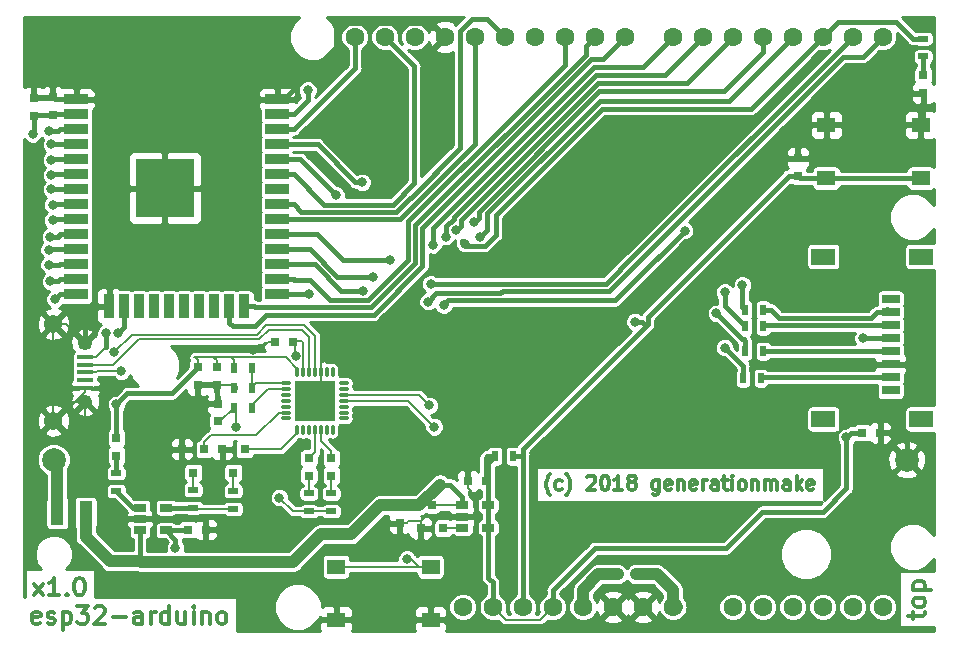
<source format=gtl>
G04 #@! TF.GenerationSoftware,KiCad,Pcbnew,5.0.2-bee76a0~70~ubuntu18.04.1*
G04 #@! TF.CreationDate,2018-12-12T00:11:51+01:00*
G04 #@! TF.ProjectId,esp32-arduino,65737033-322d-4617-9264-75696e6f2e6b,1.0*
G04 #@! TF.SameCoordinates,Original*
G04 #@! TF.FileFunction,Copper,L1,Top*
G04 #@! TF.FilePolarity,Positive*
%FSLAX46Y46*%
G04 Gerber Fmt 4.6, Leading zero omitted, Abs format (unit mm)*
G04 Created by KiCad (PCBNEW 5.0.2-bee76a0~70~ubuntu18.04.1) date Mi 12 Dez 2018 00:11:51 CET*
%MOMM*%
%LPD*%
G01*
G04 APERTURE LIST*
G04 #@! TA.AperFunction,NonConductor*
%ADD10C,0.300000*%
G04 #@! TD*
G04 #@! TA.AperFunction,ComponentPad*
%ADD11C,1.600000*%
G04 #@! TD*
G04 #@! TA.AperFunction,SMDPad,CuDef*
%ADD12R,0.800000X0.750000*%
G04 #@! TD*
G04 #@! TA.AperFunction,ComponentPad*
%ADD13C,2.000000*%
G04 #@! TD*
G04 #@! TA.AperFunction,SMDPad,CuDef*
%ADD14R,0.750000X0.800000*%
G04 #@! TD*
G04 #@! TA.AperFunction,SMDPad,CuDef*
%ADD15R,0.900000X0.500000*%
G04 #@! TD*
G04 #@! TA.AperFunction,SMDPad,CuDef*
%ADD16R,0.797560X0.797560*%
G04 #@! TD*
G04 #@! TA.AperFunction,SMDPad,CuDef*
%ADD17R,1.060000X0.650000*%
G04 #@! TD*
G04 #@! TA.AperFunction,ComponentPad*
%ADD18C,1.550000*%
G04 #@! TD*
G04 #@! TA.AperFunction,ComponentPad*
%ADD19C,1.250000*%
G04 #@! TD*
G04 #@! TA.AperFunction,SMDPad,CuDef*
%ADD20R,1.350000X0.400000*%
G04 #@! TD*
G04 #@! TA.AperFunction,SMDPad,CuDef*
%ADD21R,0.500000X0.900000*%
G04 #@! TD*
G04 #@! TA.AperFunction,SMDPad,CuDef*
%ADD22R,1.675000X1.675000*%
G04 #@! TD*
G04 #@! TA.AperFunction,SMDPad,CuDef*
%ADD23O,0.850000X0.300000*%
G04 #@! TD*
G04 #@! TA.AperFunction,SMDPad,CuDef*
%ADD24O,0.300000X0.850000*%
G04 #@! TD*
G04 #@! TA.AperFunction,SMDPad,CuDef*
%ADD25R,0.900000X2.000000*%
G04 #@! TD*
G04 #@! TA.AperFunction,SMDPad,CuDef*
%ADD26R,2.000000X0.900000*%
G04 #@! TD*
G04 #@! TA.AperFunction,SMDPad,CuDef*
%ADD27R,5.000000X5.000000*%
G04 #@! TD*
G04 #@! TA.AperFunction,SMDPad,CuDef*
%ADD28R,0.800100X0.800100*%
G04 #@! TD*
G04 #@! TA.AperFunction,SMDPad,CuDef*
%ADD29R,1.140460X2.029460*%
G04 #@! TD*
G04 #@! TA.AperFunction,SMDPad,CuDef*
%ADD30R,1.550000X1.300000*%
G04 #@! TD*
G04 #@! TA.AperFunction,SMDPad,CuDef*
%ADD31R,2.000000X1.450000*%
G04 #@! TD*
G04 #@! TA.AperFunction,SMDPad,CuDef*
%ADD32R,1.500000X0.800000*%
G04 #@! TD*
G04 #@! TA.AperFunction,ViaPad*
%ADD33C,0.800000*%
G04 #@! TD*
G04 #@! TA.AperFunction,Conductor*
%ADD34C,0.200000*%
G04 #@! TD*
G04 #@! TA.AperFunction,Conductor*
%ADD35C,0.400000*%
G04 #@! TD*
G04 #@! TA.AperFunction,Conductor*
%ADD36C,1.000000*%
G04 #@! TD*
G04 #@! TA.AperFunction,Conductor*
%ADD37C,0.254000*%
G04 #@! TD*
G04 APERTURE END LIST*
D10*
X120778571Y-128442857D02*
X120778571Y-127871428D01*
X120278571Y-128228571D02*
X121564285Y-128228571D01*
X121707142Y-128157142D01*
X121778571Y-128014285D01*
X121778571Y-127871428D01*
X121778571Y-127157142D02*
X121707142Y-127300000D01*
X121635714Y-127371428D01*
X121492857Y-127442857D01*
X121064285Y-127442857D01*
X120921428Y-127371428D01*
X120850000Y-127300000D01*
X120778571Y-127157142D01*
X120778571Y-126942857D01*
X120850000Y-126800000D01*
X120921428Y-126728571D01*
X121064285Y-126657142D01*
X121492857Y-126657142D01*
X121635714Y-126728571D01*
X121707142Y-126800000D01*
X121778571Y-126942857D01*
X121778571Y-127157142D01*
X120778571Y-126014285D02*
X122278571Y-126014285D01*
X120850000Y-126014285D02*
X120778571Y-125871428D01*
X120778571Y-125585714D01*
X120850000Y-125442857D01*
X120921428Y-125371428D01*
X121064285Y-125300000D01*
X121492857Y-125300000D01*
X121635714Y-125371428D01*
X121707142Y-125442857D01*
X121778571Y-125585714D01*
X121778571Y-125871428D01*
X121707142Y-126014285D01*
X90028571Y-118000000D02*
X89971428Y-117942857D01*
X89857142Y-117771428D01*
X89800000Y-117657142D01*
X89742857Y-117485714D01*
X89685714Y-117200000D01*
X89685714Y-116971428D01*
X89742857Y-116685714D01*
X89800000Y-116514285D01*
X89857142Y-116400000D01*
X89971428Y-116228571D01*
X90028571Y-116171428D01*
X91000000Y-117485714D02*
X90885714Y-117542857D01*
X90657142Y-117542857D01*
X90542857Y-117485714D01*
X90485714Y-117428571D01*
X90428571Y-117314285D01*
X90428571Y-116971428D01*
X90485714Y-116857142D01*
X90542857Y-116800000D01*
X90657142Y-116742857D01*
X90885714Y-116742857D01*
X91000000Y-116800000D01*
X91400000Y-118000000D02*
X91457142Y-117942857D01*
X91571428Y-117771428D01*
X91628571Y-117657142D01*
X91685714Y-117485714D01*
X91742857Y-117200000D01*
X91742857Y-116971428D01*
X91685714Y-116685714D01*
X91628571Y-116514285D01*
X91571428Y-116400000D01*
X91457142Y-116228571D01*
X91400000Y-116171428D01*
X93171428Y-116457142D02*
X93228571Y-116400000D01*
X93342857Y-116342857D01*
X93628571Y-116342857D01*
X93742857Y-116400000D01*
X93800000Y-116457142D01*
X93857142Y-116571428D01*
X93857142Y-116685714D01*
X93800000Y-116857142D01*
X93114285Y-117542857D01*
X93857142Y-117542857D01*
X94600000Y-116342857D02*
X94714285Y-116342857D01*
X94828571Y-116400000D01*
X94885714Y-116457142D01*
X94942857Y-116571428D01*
X95000000Y-116800000D01*
X95000000Y-117085714D01*
X94942857Y-117314285D01*
X94885714Y-117428571D01*
X94828571Y-117485714D01*
X94714285Y-117542857D01*
X94600000Y-117542857D01*
X94485714Y-117485714D01*
X94428571Y-117428571D01*
X94371428Y-117314285D01*
X94314285Y-117085714D01*
X94314285Y-116800000D01*
X94371428Y-116571428D01*
X94428571Y-116457142D01*
X94485714Y-116400000D01*
X94600000Y-116342857D01*
X96142857Y-117542857D02*
X95457142Y-117542857D01*
X95800000Y-117542857D02*
X95800000Y-116342857D01*
X95685714Y-116514285D01*
X95571428Y-116628571D01*
X95457142Y-116685714D01*
X96828571Y-116857142D02*
X96714285Y-116800000D01*
X96657142Y-116742857D01*
X96600000Y-116628571D01*
X96600000Y-116571428D01*
X96657142Y-116457142D01*
X96714285Y-116400000D01*
X96828571Y-116342857D01*
X97057142Y-116342857D01*
X97171428Y-116400000D01*
X97228571Y-116457142D01*
X97285714Y-116571428D01*
X97285714Y-116628571D01*
X97228571Y-116742857D01*
X97171428Y-116800000D01*
X97057142Y-116857142D01*
X96828571Y-116857142D01*
X96714285Y-116914285D01*
X96657142Y-116971428D01*
X96600000Y-117085714D01*
X96600000Y-117314285D01*
X96657142Y-117428571D01*
X96714285Y-117485714D01*
X96828571Y-117542857D01*
X97057142Y-117542857D01*
X97171428Y-117485714D01*
X97228571Y-117428571D01*
X97285714Y-117314285D01*
X97285714Y-117085714D01*
X97228571Y-116971428D01*
X97171428Y-116914285D01*
X97057142Y-116857142D01*
X99228571Y-116742857D02*
X99228571Y-117714285D01*
X99171428Y-117828571D01*
X99114285Y-117885714D01*
X99000000Y-117942857D01*
X98828571Y-117942857D01*
X98714285Y-117885714D01*
X99228571Y-117485714D02*
X99114285Y-117542857D01*
X98885714Y-117542857D01*
X98771428Y-117485714D01*
X98714285Y-117428571D01*
X98657142Y-117314285D01*
X98657142Y-116971428D01*
X98714285Y-116857142D01*
X98771428Y-116800000D01*
X98885714Y-116742857D01*
X99114285Y-116742857D01*
X99228571Y-116800000D01*
X100257142Y-117485714D02*
X100142857Y-117542857D01*
X99914285Y-117542857D01*
X99800000Y-117485714D01*
X99742857Y-117371428D01*
X99742857Y-116914285D01*
X99800000Y-116800000D01*
X99914285Y-116742857D01*
X100142857Y-116742857D01*
X100257142Y-116800000D01*
X100314285Y-116914285D01*
X100314285Y-117028571D01*
X99742857Y-117142857D01*
X100828571Y-116742857D02*
X100828571Y-117542857D01*
X100828571Y-116857142D02*
X100885714Y-116800000D01*
X101000000Y-116742857D01*
X101171428Y-116742857D01*
X101285714Y-116800000D01*
X101342857Y-116914285D01*
X101342857Y-117542857D01*
X102371428Y-117485714D02*
X102257142Y-117542857D01*
X102028571Y-117542857D01*
X101914285Y-117485714D01*
X101857142Y-117371428D01*
X101857142Y-116914285D01*
X101914285Y-116800000D01*
X102028571Y-116742857D01*
X102257142Y-116742857D01*
X102371428Y-116800000D01*
X102428571Y-116914285D01*
X102428571Y-117028571D01*
X101857142Y-117142857D01*
X102942857Y-117542857D02*
X102942857Y-116742857D01*
X102942857Y-116971428D02*
X103000000Y-116857142D01*
X103057142Y-116800000D01*
X103171428Y-116742857D01*
X103285714Y-116742857D01*
X104200000Y-117542857D02*
X104200000Y-116914285D01*
X104142857Y-116800000D01*
X104028571Y-116742857D01*
X103800000Y-116742857D01*
X103685714Y-116800000D01*
X104200000Y-117485714D02*
X104085714Y-117542857D01*
X103800000Y-117542857D01*
X103685714Y-117485714D01*
X103628571Y-117371428D01*
X103628571Y-117257142D01*
X103685714Y-117142857D01*
X103800000Y-117085714D01*
X104085714Y-117085714D01*
X104200000Y-117028571D01*
X104600000Y-116742857D02*
X105057142Y-116742857D01*
X104771428Y-116342857D02*
X104771428Y-117371428D01*
X104828571Y-117485714D01*
X104942857Y-117542857D01*
X105057142Y-117542857D01*
X105457142Y-117542857D02*
X105457142Y-116742857D01*
X105457142Y-116342857D02*
X105400000Y-116400000D01*
X105457142Y-116457142D01*
X105514285Y-116400000D01*
X105457142Y-116342857D01*
X105457142Y-116457142D01*
X106200000Y-117542857D02*
X106085714Y-117485714D01*
X106028571Y-117428571D01*
X105971428Y-117314285D01*
X105971428Y-116971428D01*
X106028571Y-116857142D01*
X106085714Y-116800000D01*
X106200000Y-116742857D01*
X106371428Y-116742857D01*
X106485714Y-116800000D01*
X106542857Y-116857142D01*
X106600000Y-116971428D01*
X106600000Y-117314285D01*
X106542857Y-117428571D01*
X106485714Y-117485714D01*
X106371428Y-117542857D01*
X106200000Y-117542857D01*
X107114285Y-116742857D02*
X107114285Y-117542857D01*
X107114285Y-116857142D02*
X107171428Y-116800000D01*
X107285714Y-116742857D01*
X107457142Y-116742857D01*
X107571428Y-116800000D01*
X107628571Y-116914285D01*
X107628571Y-117542857D01*
X108200000Y-117542857D02*
X108200000Y-116742857D01*
X108200000Y-116857142D02*
X108257142Y-116800000D01*
X108371428Y-116742857D01*
X108542857Y-116742857D01*
X108657142Y-116800000D01*
X108714285Y-116914285D01*
X108714285Y-117542857D01*
X108714285Y-116914285D02*
X108771428Y-116800000D01*
X108885714Y-116742857D01*
X109057142Y-116742857D01*
X109171428Y-116800000D01*
X109228571Y-116914285D01*
X109228571Y-117542857D01*
X110314285Y-117542857D02*
X110314285Y-116914285D01*
X110257142Y-116800000D01*
X110142857Y-116742857D01*
X109914285Y-116742857D01*
X109800000Y-116800000D01*
X110314285Y-117485714D02*
X110200000Y-117542857D01*
X109914285Y-117542857D01*
X109800000Y-117485714D01*
X109742857Y-117371428D01*
X109742857Y-117257142D01*
X109800000Y-117142857D01*
X109914285Y-117085714D01*
X110200000Y-117085714D01*
X110314285Y-117028571D01*
X110885714Y-117542857D02*
X110885714Y-116342857D01*
X111000000Y-117085714D02*
X111342857Y-117542857D01*
X111342857Y-116742857D02*
X110885714Y-117200000D01*
X112314285Y-117485714D02*
X112200000Y-117542857D01*
X111971428Y-117542857D01*
X111857142Y-117485714D01*
X111800000Y-117371428D01*
X111800000Y-116914285D01*
X111857142Y-116800000D01*
X111971428Y-116742857D01*
X112200000Y-116742857D01*
X112314285Y-116800000D01*
X112371428Y-116914285D01*
X112371428Y-117028571D01*
X111800000Y-117142857D01*
X46321428Y-126478571D02*
X47107142Y-125478571D01*
X46321428Y-125478571D02*
X47107142Y-126478571D01*
X48464285Y-126478571D02*
X47607142Y-126478571D01*
X48035714Y-126478571D02*
X48035714Y-124978571D01*
X47892857Y-125192857D01*
X47750000Y-125335714D01*
X47607142Y-125407142D01*
X49107142Y-126335714D02*
X49178571Y-126407142D01*
X49107142Y-126478571D01*
X49035714Y-126407142D01*
X49107142Y-126335714D01*
X49107142Y-126478571D01*
X50107142Y-124978571D02*
X50250000Y-124978571D01*
X50392857Y-125050000D01*
X50464285Y-125121428D01*
X50535714Y-125264285D01*
X50607142Y-125550000D01*
X50607142Y-125907142D01*
X50535714Y-126192857D01*
X50464285Y-126335714D01*
X50392857Y-126407142D01*
X50250000Y-126478571D01*
X50107142Y-126478571D01*
X49964285Y-126407142D01*
X49892857Y-126335714D01*
X49821428Y-126192857D01*
X49750000Y-125907142D01*
X49750000Y-125550000D01*
X49821428Y-125264285D01*
X49892857Y-125121428D01*
X49964285Y-125050000D01*
X50107142Y-124978571D01*
X46828571Y-128807142D02*
X46685714Y-128878571D01*
X46400000Y-128878571D01*
X46257142Y-128807142D01*
X46185714Y-128664285D01*
X46185714Y-128092857D01*
X46257142Y-127950000D01*
X46400000Y-127878571D01*
X46685714Y-127878571D01*
X46828571Y-127950000D01*
X46900000Y-128092857D01*
X46900000Y-128235714D01*
X46185714Y-128378571D01*
X47471428Y-128807142D02*
X47614285Y-128878571D01*
X47900000Y-128878571D01*
X48042857Y-128807142D01*
X48114285Y-128664285D01*
X48114285Y-128592857D01*
X48042857Y-128450000D01*
X47900000Y-128378571D01*
X47685714Y-128378571D01*
X47542857Y-128307142D01*
X47471428Y-128164285D01*
X47471428Y-128092857D01*
X47542857Y-127950000D01*
X47685714Y-127878571D01*
X47900000Y-127878571D01*
X48042857Y-127950000D01*
X48757142Y-127878571D02*
X48757142Y-129378571D01*
X48757142Y-127950000D02*
X48900000Y-127878571D01*
X49185714Y-127878571D01*
X49328571Y-127950000D01*
X49400000Y-128021428D01*
X49471428Y-128164285D01*
X49471428Y-128592857D01*
X49400000Y-128735714D01*
X49328571Y-128807142D01*
X49185714Y-128878571D01*
X48900000Y-128878571D01*
X48757142Y-128807142D01*
X49971428Y-127378571D02*
X50900000Y-127378571D01*
X50400000Y-127950000D01*
X50614285Y-127950000D01*
X50757142Y-128021428D01*
X50828571Y-128092857D01*
X50900000Y-128235714D01*
X50900000Y-128592857D01*
X50828571Y-128735714D01*
X50757142Y-128807142D01*
X50614285Y-128878571D01*
X50185714Y-128878571D01*
X50042857Y-128807142D01*
X49971428Y-128735714D01*
X51471428Y-127521428D02*
X51542857Y-127450000D01*
X51685714Y-127378571D01*
X52042857Y-127378571D01*
X52185714Y-127450000D01*
X52257142Y-127521428D01*
X52328571Y-127664285D01*
X52328571Y-127807142D01*
X52257142Y-128021428D01*
X51400000Y-128878571D01*
X52328571Y-128878571D01*
X52971428Y-128307142D02*
X54114285Y-128307142D01*
X55471428Y-128878571D02*
X55471428Y-128092857D01*
X55400000Y-127950000D01*
X55257142Y-127878571D01*
X54971428Y-127878571D01*
X54828571Y-127950000D01*
X55471428Y-128807142D02*
X55328571Y-128878571D01*
X54971428Y-128878571D01*
X54828571Y-128807142D01*
X54757142Y-128664285D01*
X54757142Y-128521428D01*
X54828571Y-128378571D01*
X54971428Y-128307142D01*
X55328571Y-128307142D01*
X55471428Y-128235714D01*
X56185714Y-128878571D02*
X56185714Y-127878571D01*
X56185714Y-128164285D02*
X56257142Y-128021428D01*
X56328571Y-127950000D01*
X56471428Y-127878571D01*
X56614285Y-127878571D01*
X57757142Y-128878571D02*
X57757142Y-127378571D01*
X57757142Y-128807142D02*
X57614285Y-128878571D01*
X57328571Y-128878571D01*
X57185714Y-128807142D01*
X57114285Y-128735714D01*
X57042857Y-128592857D01*
X57042857Y-128164285D01*
X57114285Y-128021428D01*
X57185714Y-127950000D01*
X57328571Y-127878571D01*
X57614285Y-127878571D01*
X57757142Y-127950000D01*
X59114285Y-127878571D02*
X59114285Y-128878571D01*
X58471428Y-127878571D02*
X58471428Y-128664285D01*
X58542857Y-128807142D01*
X58685714Y-128878571D01*
X58900000Y-128878571D01*
X59042857Y-128807142D01*
X59114285Y-128735714D01*
X59828571Y-128878571D02*
X59828571Y-127878571D01*
X59828571Y-127378571D02*
X59757142Y-127450000D01*
X59828571Y-127521428D01*
X59900000Y-127450000D01*
X59828571Y-127378571D01*
X59828571Y-127521428D01*
X60542857Y-127878571D02*
X60542857Y-128878571D01*
X60542857Y-128021428D02*
X60614285Y-127950000D01*
X60757142Y-127878571D01*
X60971428Y-127878571D01*
X61114285Y-127950000D01*
X61185714Y-128092857D01*
X61185714Y-128878571D01*
X62114285Y-128878571D02*
X61971428Y-128807142D01*
X61900000Y-128735714D01*
X61828571Y-128592857D01*
X61828571Y-128164285D01*
X61900000Y-128021428D01*
X61971428Y-127950000D01*
X62114285Y-127878571D01*
X62328571Y-127878571D01*
X62471428Y-127950000D01*
X62542857Y-128021428D01*
X62614285Y-128164285D01*
X62614285Y-128592857D01*
X62542857Y-128735714D01*
X62471428Y-128807142D01*
X62328571Y-128878571D01*
X62114285Y-128878571D01*
D11*
G04 #@! TO.P,CN1,0*
G04 #@! TO.N,/EXT_RX*
X118200000Y-79200000D03*
G04 #@! TO.P,CN1,8*
G04 #@! TO.N,/ARDUINO_8*
X96356000Y-79200000D03*
G04 #@! TO.P,CN1,9*
G04 #@! TO.N,/ARDUINO_9*
X93816000Y-79200000D03*
G04 #@! TO.P,CN1,10*
G04 #@! TO.N,/SPI_CS_EXT*
X91276000Y-79200000D03*
G04 #@! TO.P,CN1,11*
G04 #@! TO.N,/SPI_MOSI*
X88736000Y-79200000D03*
G04 #@! TO.P,CN1,12*
G04 #@! TO.N,/SPI_MISO*
X86196000Y-79200000D03*
G04 #@! TO.P,CN1,13*
G04 #@! TO.N,/SPI_CLK*
X83656000Y-79200000D03*
G04 #@! TO.P,CN1,14*
G04 #@! TO.N,GND*
X81116000Y-79200000D03*
G04 #@! TO.P,CN1,15*
G04 #@! TO.N,N/C*
X78576000Y-79200000D03*
G04 #@! TO.P,CN1,16*
G04 #@! TO.N,/I2C_SDA*
X76036000Y-79200000D03*
G04 #@! TO.P,CN1,17*
G04 #@! TO.N,/I2C_SCL*
X73496000Y-79200000D03*
G04 #@! TO.P,CN1,1*
G04 #@! TO.N,/EXT_TX*
X115660000Y-79200000D03*
G04 #@! TO.P,CN1,2*
G04 #@! TO.N,/ARDUINO_2*
X113120000Y-79200000D03*
G04 #@! TO.P,CN1,3*
G04 #@! TO.N,/DAC_1*
X110580000Y-79200000D03*
G04 #@! TO.P,CN1,4*
G04 #@! TO.N,/DAC_2*
X108040000Y-79200000D03*
G04 #@! TO.P,CN1,5*
G04 #@! TO.N,/ARDUINO_5*
X105500000Y-79200000D03*
G04 #@! TO.P,CN1,6*
G04 #@! TO.N,/ARDUINO_6*
X102960000Y-79200000D03*
G04 #@! TO.P,CN1,7*
G04 #@! TO.N,/ARDUINO_7*
X100420000Y-79200000D03*
G04 #@! TO.P,CN1,24*
G04 #@! TO.N,+BATT*
X100420000Y-127460000D03*
G04 #@! TO.P,CN1,25*
G04 #@! TO.N,GND*
X97880000Y-127460000D03*
G04 #@! TO.P,CN1,26*
X95340000Y-127460000D03*
G04 #@! TO.P,CN1,27*
G04 #@! TO.N,Net-(CN1-Pad27)*
X92800000Y-127460000D03*
G04 #@! TO.P,CN1,28*
G04 #@! TO.N,+3V3*
X90260000Y-127460000D03*
G04 #@! TO.P,CN1,29*
G04 #@! TO.N,/RESET*
X87720000Y-127460000D03*
G04 #@! TO.P,CN1,30*
G04 #@! TO.N,+3V3*
X85180000Y-127460000D03*
G04 #@! TO.P,CN1,31*
G04 #@! TO.N,N/C*
X82640000Y-127460000D03*
G04 #@! TO.P,CN1,18*
G04 #@! TO.N,/ADC_5*
X118200000Y-127460000D03*
G04 #@! TO.P,CN1,19*
G04 #@! TO.N,/ADC_4*
X115660000Y-127460000D03*
G04 #@! TO.P,CN1,20*
G04 #@! TO.N,/ADC_3*
X113120000Y-127460000D03*
G04 #@! TO.P,CN1,21*
G04 #@! TO.N,/ADC_2*
X110580000Y-127460000D03*
G04 #@! TO.P,CN1,22*
G04 #@! TO.N,/ADC_1*
X108040000Y-127460000D03*
G04 #@! TO.P,CN1,23*
G04 #@! TO.N,/ADC_0*
X105500000Y-127460000D03*
G04 #@! TD*
D12*
G04 #@! TO.P,C6,2*
G04 #@! TO.N,GND*
X66750000Y-105000000D03*
G04 #@! TO.P,C6,1*
G04 #@! TO.N,VIO*
X68250000Y-105000000D03*
G04 #@! TD*
D13*
G04 #@! TO.P,BT1,2*
G04 #@! TO.N,GND*
X120210000Y-115000000D03*
G04 #@! TO.P,BT1,1*
G04 #@! TO.N,Net-(BT1-Pad1)*
X47990000Y-115000000D03*
G04 #@! TD*
D12*
G04 #@! TO.P,C1,2*
G04 #@! TO.N,GND*
X60850000Y-120900000D03*
G04 #@! TO.P,C1,1*
G04 #@! TO.N,VIN*
X59350000Y-120900000D03*
G04 #@! TD*
D14*
G04 #@! TO.P,C2,2*
G04 #@! TO.N,GND*
X77300000Y-120350000D03*
G04 #@! TO.P,C2,1*
G04 #@! TO.N,+BATT*
X77300000Y-118850000D03*
G04 #@! TD*
D15*
G04 #@! TO.P,R1,2*
G04 #@! TO.N,Net-(D1-Pad1)*
X53300000Y-116150000D03*
G04 #@! TO.P,R1,1*
G04 #@! TO.N,Net-(R1-Pad1)*
X53300000Y-117650000D03*
G04 #@! TD*
G04 #@! TO.P,R2,2*
G04 #@! TO.N,/ARDUINO_2*
X121600000Y-79350000D03*
G04 #@! TO.P,R2,1*
G04 #@! TO.N,Net-(D2-Pad2)*
X121600000Y-80850000D03*
G04 #@! TD*
D14*
G04 #@! TO.P,C3,2*
G04 #@! TO.N,GND*
X61800000Y-108650000D03*
G04 #@! TO.P,C3,1*
G04 #@! TO.N,VIN*
X61800000Y-107150000D03*
G04 #@! TD*
G04 #@! TO.P,C4,2*
G04 #@! TO.N,GND*
X60200000Y-108650000D03*
G04 #@! TO.P,C4,1*
G04 #@! TO.N,VIN*
X60200000Y-107150000D03*
G04 #@! TD*
G04 #@! TO.P,C10,2*
G04 #@! TO.N,GND*
X46300000Y-84350000D03*
G04 #@! TO.P,C10,1*
G04 #@! TO.N,+3V3*
X46300000Y-85850000D03*
G04 #@! TD*
G04 #@! TO.P,C11,2*
G04 #@! TO.N,GND*
X47900000Y-84300000D03*
G04 #@! TO.P,C11,1*
G04 #@! TO.N,+3V3*
X47900000Y-85800000D03*
G04 #@! TD*
D16*
G04 #@! TO.P,D1,1*
G04 #@! TO.N,Net-(D1-Pad1)*
X53300000Y-114649300D03*
G04 #@! TO.P,D1,2*
G04 #@! TO.N,VIN*
X53300000Y-113150700D03*
G04 #@! TD*
D17*
G04 #@! TO.P,U2,5*
G04 #@! TO.N,/PROG*
X57500000Y-119050000D03*
G04 #@! TO.P,U2,4*
G04 #@! TO.N,VIN*
X57500000Y-120950000D03*
G04 #@! TO.P,U2,3*
G04 #@! TO.N,+BATT*
X55300000Y-120950000D03*
G04 #@! TO.P,U2,2*
G04 #@! TO.N,GND*
X55300000Y-120000000D03*
G04 #@! TO.P,U2,1*
G04 #@! TO.N,Net-(R1-Pad1)*
X55300000Y-119050000D03*
G04 #@! TD*
D14*
G04 #@! TO.P,C5,2*
G04 #@! TO.N,GND*
X61900000Y-110250000D03*
G04 #@! TO.P,C5,1*
G04 #@! TO.N,VIO*
X61900000Y-111750000D03*
G04 #@! TD*
D12*
G04 #@! TO.P,C7,2*
G04 #@! TO.N,GND*
X83050000Y-116800000D03*
G04 #@! TO.P,C7,1*
G04 #@! TO.N,+3V3*
X84550000Y-116800000D03*
G04 #@! TD*
G04 #@! TO.P,C8,2*
G04 #@! TO.N,GND*
X117950000Y-112700000D03*
G04 #@! TO.P,C8,1*
G04 #@! TO.N,+3V3*
X116450000Y-112700000D03*
G04 #@! TD*
D14*
G04 #@! TO.P,C9,2*
G04 #@! TO.N,GND*
X111000000Y-89450000D03*
G04 #@! TO.P,C9,1*
G04 #@! TO.N,/RESET*
X111000000Y-90950000D03*
G04 #@! TD*
D16*
G04 #@! TO.P,D2,1*
G04 #@! TO.N,GND*
X121600000Y-83949300D03*
G04 #@! TO.P,D2,2*
G04 #@! TO.N,Net-(D2-Pad2)*
X121600000Y-82450700D03*
G04 #@! TD*
G04 #@! TO.P,D3,1*
G04 #@! TO.N,Net-(D3-Pad1)*
X69600000Y-114850700D03*
G04 #@! TO.P,D3,2*
G04 #@! TO.N,Net-(D3-Pad2)*
X69600000Y-116349300D03*
G04 #@! TD*
G04 #@! TO.P,D4,1*
G04 #@! TO.N,Net-(D4-Pad1)*
X71500000Y-114850700D03*
G04 #@! TO.P,D4,2*
G04 #@! TO.N,Net-(D4-Pad2)*
X71500000Y-116349300D03*
G04 #@! TD*
D18*
G04 #@! TO.P,P1,6*
G04 #@! TO.N,GND*
X47962540Y-111700000D03*
X47962540Y-103500000D03*
D19*
X50662540Y-110099100D03*
X50662540Y-105099100D03*
D20*
G04 #@! TO.P,P1,5*
X50662540Y-108899100D03*
G04 #@! TO.P,P1,4*
G04 #@! TO.N,N/C*
X50662540Y-108249100D03*
G04 #@! TO.P,P1,3*
G04 #@! TO.N,Net-(P1-Pad3)*
X50662540Y-107599100D03*
G04 #@! TO.P,P1,2*
G04 #@! TO.N,Net-(P1-Pad2)*
X50662540Y-106949100D03*
G04 #@! TO.P,P1,1*
G04 #@! TO.N,VIN*
X50662540Y-106299100D03*
G04 #@! TD*
D21*
G04 #@! TO.P,R3,2*
G04 #@! TO.N,VIN*
X63250000Y-107200000D03*
G04 #@! TO.P,R3,1*
G04 #@! TO.N,Net-(R3-Pad1)*
X64750000Y-107200000D03*
G04 #@! TD*
G04 #@! TO.P,R4,2*
G04 #@! TO.N,Net-(R3-Pad1)*
X64750000Y-108900000D03*
G04 #@! TO.P,R4,1*
G04 #@! TO.N,GND*
X63250000Y-108900000D03*
G04 #@! TD*
D15*
G04 #@! TO.P,R5,2*
G04 #@! TO.N,/PROG*
X59800000Y-119050000D03*
G04 #@! TO.P,R5,1*
G04 #@! TO.N,Net-(Q1-Pad3)*
X59800000Y-117550000D03*
G04 #@! TD*
D21*
G04 #@! TO.P,R6,2*
G04 #@! TO.N,VIO*
X63250000Y-110600000D03*
G04 #@! TO.P,R6,1*
G04 #@! TO.N,Net-(R6-Pad1)*
X64750000Y-110600000D03*
G04 #@! TD*
D15*
G04 #@! TO.P,R7,2*
G04 #@! TO.N,/PROG*
X63200000Y-119150000D03*
G04 #@! TO.P,R7,1*
G04 #@! TO.N,Net-(Q2-Pad3)*
X63200000Y-117650000D03*
G04 #@! TD*
D21*
G04 #@! TO.P,R8,2*
G04 #@! TO.N,+3V3*
X85350000Y-114700000D03*
G04 #@! TO.P,R8,1*
G04 #@! TO.N,/RESET*
X86850000Y-114700000D03*
G04 #@! TD*
D15*
G04 #@! TO.P,R9,2*
G04 #@! TO.N,VIO*
X69600000Y-119350000D03*
G04 #@! TO.P,R9,1*
G04 #@! TO.N,Net-(D3-Pad2)*
X69600000Y-117850000D03*
G04 #@! TD*
G04 #@! TO.P,R10,2*
G04 #@! TO.N,VIO*
X71500000Y-119350000D03*
G04 #@! TO.P,R10,1*
G04 #@! TO.N,Net-(D4-Pad2)*
X71500000Y-117850000D03*
G04 #@! TD*
D21*
G04 #@! TO.P,R11,2*
G04 #@! TO.N,+BATT*
X97250000Y-124700000D03*
G04 #@! TO.P,R11,1*
G04 #@! TO.N,Net-(CN1-Pad27)*
X95750000Y-124700000D03*
G04 #@! TD*
D22*
G04 #@! TO.P,U4,29*
G04 #@! TO.N,GND*
X70937500Y-109162500D03*
X69262500Y-109162500D03*
X70937500Y-110837500D03*
X69262500Y-110837500D03*
D23*
G04 #@! TO.P,U4,28*
G04 #@! TO.N,N/C*
X72550000Y-108500000D03*
G04 #@! TO.P,U4,27*
X72550000Y-109000000D03*
G04 #@! TO.P,U4,26*
G04 #@! TO.N,/RX*
X72550000Y-109500000D03*
G04 #@! TO.P,U4,25*
G04 #@! TO.N,/TX*
X72550000Y-110000000D03*
G04 #@! TO.P,U4,24*
G04 #@! TO.N,N/C*
X72550000Y-110500000D03*
G04 #@! TO.P,U4,23*
X72550000Y-111000000D03*
G04 #@! TO.P,U4,22*
X72550000Y-111500000D03*
D24*
G04 #@! TO.P,U4,21*
X71600000Y-112450000D03*
G04 #@! TO.P,U4,20*
X71100000Y-112450000D03*
G04 #@! TO.P,U4,19*
G04 #@! TO.N,Net-(D4-Pad1)*
X70600000Y-112450000D03*
G04 #@! TO.P,U4,18*
G04 #@! TO.N,Net-(D3-Pad1)*
X70100000Y-112450000D03*
G04 #@! TO.P,U4,17*
G04 #@! TO.N,N/C*
X69600000Y-112450000D03*
G04 #@! TO.P,U4,16*
X69100000Y-112450000D03*
G04 #@! TO.P,U4,15*
G04 #@! TO.N,/CHR_500MA*
X68600000Y-112450000D03*
D23*
G04 #@! TO.P,U4,14*
G04 #@! TO.N,N/C*
X67650000Y-111500000D03*
G04 #@! TO.P,U4,13*
G04 #@! TO.N,/CHR_100MA*
X67650000Y-111000000D03*
G04 #@! TO.P,U4,12*
G04 #@! TO.N,N/C*
X67650000Y-110500000D03*
G04 #@! TO.P,U4,11*
X67650000Y-110000000D03*
G04 #@! TO.P,U4,10*
X67650000Y-109500000D03*
G04 #@! TO.P,U4,9*
G04 #@! TO.N,Net-(R6-Pad1)*
X67650000Y-109000000D03*
G04 #@! TO.P,U4,8*
G04 #@! TO.N,Net-(R3-Pad1)*
X67650000Y-108500000D03*
D24*
G04 #@! TO.P,U4,7*
G04 #@! TO.N,VIN*
X68600000Y-107550000D03*
G04 #@! TO.P,U4,6*
G04 #@! TO.N,VIO*
X69100000Y-107550000D03*
G04 #@! TO.P,U4,5*
G04 #@! TO.N,Net-(P1-Pad2)*
X69600000Y-107550000D03*
G04 #@! TO.P,U4,4*
G04 #@! TO.N,Net-(P1-Pad3)*
X70100000Y-107550000D03*
G04 #@! TO.P,U4,3*
G04 #@! TO.N,GND*
X70600000Y-107550000D03*
G04 #@! TO.P,U4,2*
G04 #@! TO.N,N/C*
X71100000Y-107550000D03*
G04 #@! TO.P,U4,1*
X71600000Y-107550000D03*
G04 #@! TD*
D25*
G04 #@! TO.P,U5,24*
G04 #@! TO.N,/ARDUINO_9*
X64115000Y-102000000D03*
G04 #@! TO.P,U5,23*
G04 #@! TO.N,/ARDUINO_8*
X62845000Y-102000000D03*
G04 #@! TO.P,U5,22*
G04 #@! TO.N,N/C*
X61575000Y-102000000D03*
G04 #@! TO.P,U5,21*
X60305000Y-102000000D03*
G04 #@! TO.P,U5,20*
X59035000Y-102000000D03*
G04 #@! TO.P,U5,15*
G04 #@! TO.N,GND*
X52685000Y-102000000D03*
G04 #@! TO.P,U5,16*
G04 #@! TO.N,/ARDUINO_7*
X53955000Y-102000000D03*
G04 #@! TO.P,U5,17*
G04 #@! TO.N,N/C*
X55225000Y-102000000D03*
G04 #@! TO.P,U5,18*
X56495000Y-102000000D03*
G04 #@! TO.P,U5,19*
X57765000Y-102000000D03*
D26*
G04 #@! TO.P,U5,25*
G04 #@! TO.N,/BOOT*
X66900000Y-101000000D03*
G04 #@! TO.P,U5,26*
G04 #@! TO.N,/SPI_CS_EXT*
X66900000Y-99730000D03*
G04 #@! TO.P,U5,27*
G04 #@! TO.N,/EXT_RX*
X66900000Y-98460000D03*
G04 #@! TO.P,U5,28*
G04 #@! TO.N,/EXT_TX*
X66900000Y-97190000D03*
G04 #@! TO.P,U5,29*
G04 #@! TO.N,/SPI_CS_SD*
X66900000Y-95920000D03*
G04 #@! TO.P,U5,30*
G04 #@! TO.N,/SPI_CLK*
X66900000Y-94650000D03*
G04 #@! TO.P,U5,31*
G04 #@! TO.N,/SPI_MISO*
X66900000Y-93380000D03*
G04 #@! TO.P,U5,38*
G04 #@! TO.N,GND*
X66900000Y-84490000D03*
G04 #@! TO.P,U5,37*
G04 #@! TO.N,/SPI_MOSI*
X66900000Y-85760000D03*
G04 #@! TO.P,U5,36*
G04 #@! TO.N,/I2C_SCL*
X66900000Y-87030000D03*
G04 #@! TO.P,U5,35*
G04 #@! TO.N,/TX*
X66900000Y-88300000D03*
G04 #@! TO.P,U5,34*
G04 #@! TO.N,/RX*
X66900000Y-89570000D03*
G04 #@! TO.P,U5,33*
G04 #@! TO.N,/I2C_SDA*
X66900000Y-90840000D03*
G04 #@! TO.P,U5,32*
G04 #@! TO.N,N/C*
X66900000Y-92110000D03*
G04 #@! TO.P,U5,14*
G04 #@! TO.N,/ARDUINO_6*
X49900000Y-101000000D03*
G04 #@! TO.P,U5,13*
G04 #@! TO.N,/ARDUINO_5*
X49900000Y-99730000D03*
G04 #@! TO.P,U5,12*
G04 #@! TO.N,/ARDUINO_2*
X49900000Y-98460000D03*
G04 #@! TO.P,U5,11*
G04 #@! TO.N,/DAC_2*
X49900000Y-97190000D03*
G04 #@! TO.P,U5,10*
G04 #@! TO.N,/DAC_1*
X49900000Y-95920000D03*
G04 #@! TO.P,U5,9*
G04 #@! TO.N,/ADC_1*
X49900000Y-94650000D03*
G04 #@! TO.P,U5,8*
G04 #@! TO.N,/ADC_0*
X49900000Y-93380000D03*
G04 #@! TO.P,U5,1*
G04 #@! TO.N,GND*
X49900000Y-84490000D03*
G04 #@! TO.P,U5,2*
G04 #@! TO.N,+3V3*
X49900000Y-85760000D03*
G04 #@! TO.P,U5,3*
G04 #@! TO.N,/RESET*
X49900000Y-87030000D03*
G04 #@! TO.P,U5,4*
G04 #@! TO.N,/ADC_4*
X49900000Y-88300000D03*
G04 #@! TO.P,U5,5*
G04 #@! TO.N,/ADC_5*
X49900000Y-89570000D03*
G04 #@! TO.P,U5,6*
G04 #@! TO.N,/ADC_2*
X49900000Y-90840000D03*
G04 #@! TO.P,U5,7*
G04 #@! TO.N,/ADC_3*
X49900000Y-92110000D03*
D27*
G04 #@! TO.P,U5,39*
G04 #@! TO.N,GND*
X57400000Y-91990000D03*
G04 #@! TD*
D28*
G04 #@! TO.P,Q1,3*
G04 #@! TO.N,Net-(Q1-Pad3)*
X59800000Y-116098220D03*
G04 #@! TO.P,Q1,2*
G04 #@! TO.N,GND*
X58850000Y-114099240D03*
G04 #@! TO.P,Q1,1*
G04 #@! TO.N,/CHR_100MA*
X60750000Y-114099240D03*
G04 #@! TD*
G04 #@! TO.P,Q2,3*
G04 #@! TO.N,Net-(Q2-Pad3)*
X63200000Y-116098220D03*
G04 #@! TO.P,Q2,2*
G04 #@! TO.N,GND*
X62250000Y-114099240D03*
G04 #@! TO.P,Q2,1*
G04 #@! TO.N,/CHR_500MA*
X64150000Y-114099240D03*
G04 #@! TD*
D29*
G04 #@! TO.P,F1,2*
G04 #@! TO.N,Net-(BT1-Pad1)*
X48296040Y-119500000D03*
G04 #@! TO.P,F1,1*
G04 #@! TO.N,+BATT*
X50703960Y-119500000D03*
G04 #@! TD*
D28*
G04 #@! TO.P,U1,3*
G04 #@! TO.N,+BATT*
X80000000Y-118801780D03*
G04 #@! TO.P,U1,2*
G04 #@! TO.N,Net-(U1-Pad2)*
X80950000Y-120800760D03*
G04 #@! TO.P,U1,1*
G04 #@! TO.N,GND*
X79050000Y-120800760D03*
G04 #@! TD*
D17*
G04 #@! TO.P,U3,5*
G04 #@! TO.N,+3V3*
X84800000Y-118850000D03*
G04 #@! TO.P,U3,4*
X84800000Y-120750000D03*
G04 #@! TO.P,U3,3*
G04 #@! TO.N,Net-(U1-Pad2)*
X82600000Y-120750000D03*
G04 #@! TO.P,U3,2*
G04 #@! TO.N,GND*
X82600000Y-119800000D03*
G04 #@! TO.P,U3,1*
G04 #@! TO.N,+BATT*
X82600000Y-118850000D03*
G04 #@! TD*
D30*
G04 #@! TO.P,SW1,4*
G04 #@! TO.N,GND*
X79900000Y-128550000D03*
G04 #@! TO.P,SW1,3*
G04 #@! TO.N,/BOOT*
X79900000Y-124050000D03*
G04 #@! TO.P,SW1,2*
G04 #@! TO.N,GND*
X71900000Y-128550000D03*
G04 #@! TO.P,SW1,1*
G04 #@! TO.N,/BOOT*
X71900000Y-124050000D03*
G04 #@! TD*
G04 #@! TO.P,SW2,4*
G04 #@! TO.N,/RESET*
X121400000Y-91150000D03*
G04 #@! TO.P,SW2,3*
G04 #@! TO.N,GND*
X121400000Y-86650000D03*
G04 #@! TO.P,SW2,2*
G04 #@! TO.N,/RESET*
X113400000Y-91150000D03*
G04 #@! TO.P,SW2,1*
G04 #@! TO.N,GND*
X113400000Y-86650000D03*
G04 #@! TD*
D31*
G04 #@! TO.P,CON1,0*
G04 #@! TO.N,N/C*
X113150000Y-111550000D03*
X121450000Y-111550000D03*
X121450000Y-97800000D03*
X113150000Y-97800000D03*
D32*
G04 #@! TO.P,CON1,8*
X118850000Y-109100000D03*
G04 #@! TO.P,CON1,7*
G04 #@! TO.N,/SPI_MISO_R*
X118850000Y-108000000D03*
G04 #@! TO.P,CON1,6*
G04 #@! TO.N,GND*
X118850000Y-106900000D03*
G04 #@! TO.P,CON1,5*
G04 #@! TO.N,/SPI_CLK_R*
X118850000Y-105800000D03*
G04 #@! TO.P,CON1,4*
G04 #@! TO.N,+3V3*
X118850000Y-104700000D03*
G04 #@! TO.P,CON1,3*
G04 #@! TO.N,/SPI_MOSI_R*
X118850000Y-103600000D03*
G04 #@! TO.P,CON1,2*
G04 #@! TO.N,/SPI_CS_SD_R*
X118850000Y-102500000D03*
G04 #@! TO.P,CON1,1*
G04 #@! TO.N,N/C*
X118850000Y-101400000D03*
G04 #@! TD*
D21*
G04 #@! TO.P,R12,1*
G04 #@! TO.N,/SPI_CS_SD_R*
X108050000Y-102300000D03*
G04 #@! TO.P,R12,2*
G04 #@! TO.N,/SPI_CS_SD*
X106550000Y-102300000D03*
G04 #@! TD*
G04 #@! TO.P,R13,2*
G04 #@! TO.N,/SPI_MOSI*
X106550000Y-103700000D03*
G04 #@! TO.P,R13,1*
G04 #@! TO.N,/SPI_MOSI_R*
X108050000Y-103700000D03*
G04 #@! TD*
G04 #@! TO.P,R14,1*
G04 #@! TO.N,/SPI_CLK_R*
X108050000Y-105800000D03*
G04 #@! TO.P,R14,2*
G04 #@! TO.N,/SPI_CLK*
X106550000Y-105800000D03*
G04 #@! TD*
G04 #@! TO.P,R15,2*
G04 #@! TO.N,/SPI_MISO*
X106350000Y-108100000D03*
G04 #@! TO.P,R15,1*
G04 #@! TO.N,/SPI_MISO_R*
X107850000Y-108100000D03*
G04 #@! TD*
D33*
G04 #@! TO.N,GND*
X60100000Y-110000000D03*
X71400000Y-104500000D03*
X64900000Y-105700000D03*
X117900000Y-95000000D03*
X117600000Y-89100000D03*
G04 #@! TO.N,VIO*
X67100000Y-118200000D03*
X63400000Y-112200000D03*
X68507475Y-106192525D03*
G04 #@! TO.N,/RESET*
X47600000Y-87200000D03*
X97200000Y-103300000D03*
G04 #@! TO.N,VIN*
X52400000Y-104300000D03*
X58300000Y-122500000D03*
X53300000Y-110300000D03*
G04 #@! TO.N,+3V3*
X46200000Y-87400000D03*
X116500000Y-104700000D03*
X115100000Y-113100000D03*
G04 #@! TO.N,/BOOT*
X69600000Y-101000000D03*
X77900000Y-123400000D03*
G04 #@! TO.N,+BATT*
X80700000Y-117100000D03*
G04 #@! TO.N,/EXT_RX*
X74200000Y-100700000D03*
X79700000Y-101600000D03*
G04 #@! TO.N,/SPI_MOSI*
X69500000Y-83700000D03*
X104800000Y-100800000D03*
G04 #@! TO.N,/SPI_MISO*
X104800000Y-105500000D03*
G04 #@! TO.N,/SPI_CLK*
X104100000Y-102600000D03*
G04 #@! TO.N,/EXT_TX*
X75000000Y-99500000D03*
G04 #@! TO.N,/ARDUINO_2*
X47600000Y-98500000D03*
X82800000Y-96700000D03*
G04 #@! TO.N,/DAC_1*
X47700000Y-96100000D03*
X84100000Y-96100000D03*
G04 #@! TO.N,/DAC_2*
X47600000Y-97200000D03*
X83607746Y-94897446D03*
G04 #@! TO.N,/ARDUINO_5*
X47700000Y-99900000D03*
X82048000Y-95570000D03*
G04 #@! TO.N,/ARDUINO_6*
X48100000Y-101400000D03*
X81200000Y-96100000D03*
G04 #@! TO.N,/ARDUINO_7*
X53400000Y-104300000D03*
X80100000Y-96800000D03*
G04 #@! TO.N,/ADC_5*
X47800000Y-89600000D03*
G04 #@! TO.N,/ADC_4*
X47800000Y-88300000D03*
G04 #@! TO.N,/ADC_3*
X47800000Y-92100000D03*
G04 #@! TO.N,/ADC_2*
X47800000Y-90900000D03*
G04 #@! TO.N,/ADC_1*
X47900000Y-94700000D03*
G04 #@! TO.N,/ADC_0*
X47900000Y-93400000D03*
G04 #@! TO.N,Net-(P1-Pad3)*
X53700000Y-107500000D03*
X53105025Y-105905025D03*
G04 #@! TO.N,/TX*
X74100000Y-91500000D03*
X80200000Y-112200000D03*
G04 #@! TO.N,/RX*
X71900000Y-92600000D03*
X79800000Y-110400000D03*
G04 #@! TO.N,/SPI_CS_SD*
X76500000Y-98100000D03*
G04 #@! TO.N,/EXT_TX*
X79900000Y-100100000D03*
G04 #@! TO.N,/SPI_CS_SD*
X101400000Y-95600000D03*
X106300000Y-100200000D03*
X81000000Y-101900000D03*
G04 #@! TD*
D34*
G04 #@! TO.N,GND*
X83330000Y-119800000D02*
X83700000Y-119430000D01*
X82600000Y-119800000D02*
X83330000Y-119800000D01*
X83050000Y-117375000D02*
X83050000Y-116800000D01*
X83700000Y-118025000D02*
X83050000Y-117375000D01*
X83700000Y-119430000D02*
X83700000Y-118025000D01*
X79050000Y-120200710D02*
X79050000Y-120800760D01*
X79450710Y-119800000D02*
X79050000Y-120200710D01*
X82600000Y-119800000D02*
X79450710Y-119800000D01*
X78024290Y-120200710D02*
X79050000Y-120200710D01*
X77875000Y-120350000D02*
X78024290Y-120200710D01*
X77300000Y-120350000D02*
X77875000Y-120350000D01*
X58850000Y-114699290D02*
X59250710Y-115100000D01*
X58850000Y-114099240D02*
X58850000Y-114699290D01*
X62200000Y-114749290D02*
X62200000Y-115100000D01*
X62250000Y-114699290D02*
X62200000Y-114749290D01*
X62250000Y-114099240D02*
X62250000Y-114699290D01*
X60200000Y-108650000D02*
X61800000Y-108650000D01*
X63000000Y-108650000D02*
X63250000Y-108900000D01*
X61800000Y-108650000D02*
X63000000Y-108650000D01*
X61900000Y-108750000D02*
X61800000Y-108650000D01*
X61900000Y-110250000D02*
X61900000Y-108750000D01*
X60100000Y-108750000D02*
X60200000Y-108650000D01*
X60100000Y-110000000D02*
X60100000Y-108750000D01*
X70600000Y-107550000D02*
X70600000Y-105300000D01*
X70600000Y-105300000D02*
X71400000Y-104500000D01*
X70600000Y-108825000D02*
X70937500Y-109162500D01*
X70600000Y-107550000D02*
X70600000Y-108825000D01*
X70300000Y-110837500D02*
X69262500Y-110837500D01*
X70600000Y-110537500D02*
X70300000Y-110837500D01*
X70600000Y-107550000D02*
X70600000Y-110537500D01*
X70300000Y-109162500D02*
X69262500Y-109162500D01*
X70600000Y-108862500D02*
X70300000Y-109162500D01*
X70600000Y-107550000D02*
X70600000Y-108862500D01*
X70600000Y-110500000D02*
X70937500Y-110837500D01*
X70600000Y-107550000D02*
X70600000Y-110500000D01*
X66150000Y-105000000D02*
X65850000Y-105300000D01*
X66750000Y-105000000D02*
X66150000Y-105000000D01*
D35*
X60725000Y-120000000D02*
X60850000Y-120125000D01*
X60850000Y-120125000D02*
X60850000Y-120900000D01*
D34*
X59400000Y-115100000D02*
X57600000Y-115100000D01*
X59400000Y-115100000D02*
X62200000Y-115100000D01*
X59250710Y-115100000D02*
X59400000Y-115100000D01*
X56400000Y-116300000D02*
X56400000Y-120000000D01*
X57600000Y-115100000D02*
X56400000Y-116300000D01*
D35*
X55300000Y-120000000D02*
X56400000Y-120000000D01*
X56400000Y-120000000D02*
X60725000Y-120000000D01*
D34*
X56400000Y-116300000D02*
X55200000Y-116300000D01*
X55200000Y-116300000D02*
X54700000Y-116800000D01*
X54700000Y-116800000D02*
X51600000Y-116800000D01*
X50662540Y-115862540D02*
X50662540Y-110099100D01*
X51600000Y-116800000D02*
X50662540Y-115862540D01*
X48261640Y-111700000D02*
X47962540Y-111700000D01*
X50662540Y-109299100D02*
X48261640Y-111700000D01*
X50662540Y-108899100D02*
X50662540Y-109299100D01*
X49563440Y-110099100D02*
X47962540Y-111700000D01*
X50662540Y-110099100D02*
X49563440Y-110099100D01*
X47962540Y-110603985D02*
X47962540Y-103500000D01*
X47962540Y-111700000D02*
X47962540Y-110603985D01*
X49063440Y-103500000D02*
X47962540Y-103500000D01*
X50662540Y-105099100D02*
X49063440Y-103500000D01*
X61900000Y-110250000D02*
X60350000Y-110250000D01*
X58850000Y-111750000D02*
X58850000Y-114099240D01*
X60350000Y-110250000D02*
X58850000Y-111750000D01*
D35*
X60200000Y-92000000D02*
X57300000Y-92000000D01*
X48090000Y-84490000D02*
X47900000Y-84300000D01*
X49900000Y-84490000D02*
X48090000Y-84490000D01*
X46350000Y-84300000D02*
X46300000Y-84350000D01*
X47900000Y-84300000D02*
X46350000Y-84300000D01*
X49900000Y-84490000D02*
X51300000Y-84490000D01*
X57400000Y-91990000D02*
X57400000Y-84490000D01*
X51300000Y-84490000D02*
X57400000Y-84490000D01*
X57400000Y-84490000D02*
X66900000Y-84490000D01*
X54500000Y-91990000D02*
X57400000Y-91990000D01*
X52685000Y-93805000D02*
X54500000Y-91990000D01*
X52685000Y-102000000D02*
X52685000Y-93805000D01*
D34*
X65299999Y-105300001D02*
X64900000Y-105700000D01*
X65850000Y-105300000D02*
X65299999Y-105300001D01*
D35*
X121600000Y-86450000D02*
X121400000Y-86650000D01*
X121600000Y-83949300D02*
X121600000Y-86450000D01*
X121400000Y-86650000D02*
X120225000Y-86650000D01*
X111000000Y-88650000D02*
X111000000Y-89450000D01*
X111000000Y-87875000D02*
X111000000Y-88650000D01*
X112225000Y-86650000D02*
X111000000Y-87875000D01*
X113400000Y-86650000D02*
X112225000Y-86650000D01*
D34*
X84079999Y-128179999D02*
X84900000Y-129000000D01*
X84079999Y-127179999D02*
X84079999Y-128179999D01*
X83700000Y-119430000D02*
X83700000Y-126800000D01*
X96340000Y-129000000D02*
X97880000Y-127460000D01*
X83700000Y-126800000D02*
X84079999Y-127179999D01*
X80875000Y-128550000D02*
X81200000Y-128875000D01*
X79900000Y-128550000D02*
X80875000Y-128550000D01*
X81200000Y-128875000D02*
X84875000Y-128875000D01*
X84900000Y-129000000D02*
X85000000Y-129000000D01*
X84875000Y-128875000D02*
X85000000Y-129000000D01*
X85000000Y-129000000D02*
X96340000Y-129000000D01*
X72875000Y-128550000D02*
X79900000Y-128550000D01*
X71900000Y-128550000D02*
X72875000Y-128550000D01*
D35*
X120210000Y-115000000D02*
X120210000Y-113585787D01*
X119400000Y-111154998D02*
X121300000Y-109254998D01*
X119400000Y-112775787D02*
X119400000Y-111154998D01*
X121300000Y-100500000D02*
X117900000Y-97100000D01*
X117900000Y-97100000D02*
X117900000Y-95000000D01*
X118300000Y-87834315D02*
X118300000Y-86650000D01*
X117600000Y-88534315D02*
X118300000Y-87834315D01*
X117600000Y-89100000D02*
X117600000Y-88534315D01*
X120225000Y-86650000D02*
X118300000Y-86650000D01*
X118300000Y-86650000D02*
X113400000Y-86650000D01*
X121100000Y-106900000D02*
X121300000Y-107100000D01*
X118850000Y-106900000D02*
X121100000Y-106900000D01*
X121300000Y-109254998D02*
X121300000Y-107100000D01*
X121300000Y-107100000D02*
X121300000Y-100500000D01*
X119125787Y-113075787D02*
X119700000Y-113075787D01*
X118750000Y-112700000D02*
X119125787Y-113075787D01*
X117950000Y-112700000D02*
X118750000Y-112700000D01*
X120210000Y-113585787D02*
X119700000Y-113075787D01*
X119700000Y-113075787D02*
X119400000Y-112775787D01*
X80316001Y-78400001D02*
X80000001Y-78400001D01*
X81116000Y-79200000D02*
X80316001Y-78400001D01*
X79599999Y-77999999D02*
X72599999Y-77999999D01*
X80000001Y-78400001D02*
X79599999Y-77999999D01*
X71927501Y-78672497D02*
X71927501Y-80172499D01*
X72599999Y-77999999D02*
X71927501Y-78672497D01*
X67450000Y-84490000D02*
X66900000Y-84490000D01*
X68300000Y-83640000D02*
X67450000Y-84490000D01*
X68375998Y-83640000D02*
X68300000Y-83640000D01*
X71843499Y-80172499D02*
X68375998Y-83640000D01*
X71927501Y-80172499D02*
X71843499Y-80172499D01*
X71799999Y-104899999D02*
X79199999Y-104899999D01*
X71400000Y-104500000D02*
X71799999Y-104899999D01*
X83050000Y-108750000D02*
X83050000Y-116800000D01*
X79199999Y-104899999D02*
X83050000Y-108750000D01*
X50662540Y-103172460D02*
X50662540Y-105099100D01*
X52685000Y-102000000D02*
X51835000Y-102000000D01*
X51835000Y-102000000D02*
X50662540Y-103172460D01*
X99620000Y-129200000D02*
X97880000Y-127460000D01*
X100800000Y-129200000D02*
X99620000Y-129200000D01*
X109300000Y-120700000D02*
X115100000Y-120700000D01*
X109300000Y-120700000D02*
X100800000Y-129200000D01*
X115100000Y-120110000D02*
X120210000Y-115000000D01*
X115100000Y-120700000D02*
X115100000Y-120110000D01*
D34*
G04 #@! TO.N,VIO*
X62100000Y-111750000D02*
X63250000Y-110600000D01*
X61900000Y-111750000D02*
X62100000Y-111750000D01*
X68975000Y-104950000D02*
X68400000Y-104950000D01*
X69100000Y-105075000D02*
X68975000Y-104950000D01*
X69100000Y-107550000D02*
X69100000Y-105075000D01*
X71500000Y-119350000D02*
X69600000Y-119350000D01*
X69600000Y-119350000D02*
X68250000Y-119350000D01*
X68250000Y-119350000D02*
X67100000Y-118200000D01*
X63400000Y-110750000D02*
X63250000Y-110600000D01*
X63400000Y-112200000D02*
X63400000Y-110750000D01*
X68400000Y-104950000D02*
X68400000Y-106100000D01*
X68400000Y-106100000D02*
X68492525Y-106192525D01*
X68492525Y-106192525D02*
X68507475Y-106192525D01*
D35*
G04 #@! TO.N,/RESET*
X120225000Y-91150000D02*
X113400000Y-91150000D01*
X121400000Y-91150000D02*
X120225000Y-91150000D01*
X111200000Y-91150000D02*
X111000000Y-90950000D01*
X113400000Y-91150000D02*
X111200000Y-91150000D01*
X48500000Y-87030000D02*
X48330000Y-87200000D01*
X49900000Y-87030000D02*
X48500000Y-87030000D01*
X48330000Y-87200000D02*
X47600000Y-87200000D01*
X97765685Y-103300000D02*
X97965685Y-103500000D01*
X97200000Y-103300000D02*
X97765685Y-103300000D01*
X87720000Y-114080000D02*
X98300000Y-103500000D01*
X97965685Y-103500000D02*
X98300000Y-103500000D01*
X87720000Y-127460000D02*
X87720000Y-117100000D01*
X87520000Y-114700000D02*
X87720000Y-114500000D01*
X86850000Y-114700000D02*
X87520000Y-114700000D01*
X87720000Y-117100000D02*
X87720000Y-114500000D01*
X87720000Y-114500000D02*
X87720000Y-114080000D01*
X98300000Y-102875000D02*
X98300000Y-103500000D01*
X110225000Y-90950000D02*
X98300000Y-102875000D01*
X111000000Y-90950000D02*
X110225000Y-90950000D01*
D34*
G04 #@! TO.N,VIN*
X60200000Y-106550000D02*
X59950000Y-106300000D01*
X59950000Y-106300000D02*
X59900000Y-106300000D01*
X60200000Y-107150000D02*
X60200000Y-106550000D01*
X61600000Y-106350000D02*
X61600000Y-106300000D01*
X61800000Y-106550000D02*
X61600000Y-106350000D01*
X61800000Y-107150000D02*
X61800000Y-106550000D01*
X62938440Y-106300000D02*
X61600000Y-106300000D01*
X61600000Y-106300000D02*
X59900000Y-106300000D01*
X63000000Y-106300000D02*
X62938440Y-106300000D01*
X63250000Y-106550000D02*
X63000000Y-106300000D01*
X63250000Y-107200000D02*
X63250000Y-106550000D01*
X68600000Y-107275000D02*
X68600000Y-107550000D01*
X67625000Y-106300000D02*
X68600000Y-107275000D01*
X63000000Y-106300000D02*
X67625000Y-106300000D01*
X51537540Y-106299100D02*
X52400000Y-105436640D01*
X50662540Y-106299100D02*
X51537540Y-106299100D01*
D35*
X52400000Y-105436640D02*
X52400000Y-104300000D01*
X58300000Y-121750000D02*
X57500000Y-120950000D01*
X58300000Y-122500000D02*
X58300000Y-121750000D01*
X59300000Y-120950000D02*
X59350000Y-120900000D01*
X57500000Y-120950000D02*
X59300000Y-120950000D01*
X60200000Y-107175000D02*
X58000000Y-109375000D01*
X60200000Y-107150000D02*
X60200000Y-107175000D01*
X58000000Y-109375000D02*
X54225000Y-109375000D01*
X54225000Y-109375000D02*
X53300000Y-110300000D01*
X53300000Y-113150700D02*
X53300000Y-110300000D01*
D34*
G04 #@! TO.N,+3V3*
X84800000Y-127080000D02*
X85180000Y-127460000D01*
X84800000Y-117050000D02*
X84550000Y-116800000D01*
X84800000Y-118850000D02*
X84800000Y-117050000D01*
X85979999Y-128259999D02*
X85180000Y-127460000D01*
X86280001Y-128560001D02*
X85979999Y-128259999D01*
X89159999Y-128560001D02*
X86280001Y-128560001D01*
X90260000Y-127460000D02*
X89159999Y-128560001D01*
D35*
X47940000Y-85760000D02*
X47900000Y-85800000D01*
X49900000Y-85760000D02*
X47940000Y-85760000D01*
X46350000Y-85800000D02*
X46300000Y-85850000D01*
X47900000Y-85800000D02*
X46350000Y-85800000D01*
X46300000Y-85850000D02*
X46300000Y-87300000D01*
X46300000Y-87300000D02*
X46200000Y-87400000D01*
X84550000Y-114850000D02*
X84550000Y-114900000D01*
X84700000Y-114700000D02*
X84550000Y-114850000D01*
X85350000Y-114700000D02*
X84700000Y-114700000D01*
X84550000Y-114900000D02*
X84550000Y-116800000D01*
X118850000Y-104700000D02*
X116500000Y-104700000D01*
X116450000Y-112700000D02*
X115500000Y-112700000D01*
X115500000Y-112700000D02*
X115100000Y-113100000D01*
X85180000Y-127460000D02*
X85180000Y-125380000D01*
X84800000Y-125000000D02*
X84800000Y-120750000D01*
X85180000Y-125380000D02*
X84800000Y-125000000D01*
X84800000Y-120750000D02*
X84800000Y-118850000D01*
X84800000Y-115250000D02*
X85350000Y-114700000D01*
X84800000Y-118850000D02*
X84800000Y-115250000D01*
X90260000Y-126040000D02*
X90260000Y-127460000D01*
X115100000Y-117400000D02*
X113100000Y-119400000D01*
X104900000Y-122500000D02*
X93800000Y-122500000D01*
X115100000Y-113100000D02*
X115100000Y-117400000D01*
X108000000Y-119400000D02*
X104900000Y-122500000D01*
X113100000Y-119400000D02*
X108000000Y-119400000D01*
X93800000Y-122500000D02*
X90260000Y-126040000D01*
D34*
G04 #@! TO.N,Net-(Q1-Pad3)*
X59800000Y-117550000D02*
X59800000Y-116098220D01*
D35*
G04 #@! TO.N,Net-(CN1-Pad27)*
X92800000Y-127460000D02*
X92800000Y-127100000D01*
D36*
X92800000Y-127460000D02*
X92800000Y-126000000D01*
X94100000Y-124700000D02*
X95750000Y-124700000D01*
X92800000Y-126000000D02*
X94100000Y-124700000D01*
D35*
G04 #@! TO.N,/BOOT*
X66900000Y-101000000D02*
X69600000Y-101000000D01*
D34*
X71900000Y-124050000D02*
X79900000Y-124050000D01*
X78925000Y-124050000D02*
X78275000Y-123400000D01*
X79900000Y-124050000D02*
X78925000Y-124050000D01*
X78275000Y-123400000D02*
X77900000Y-123400000D01*
D36*
G04 #@! TO.N,+BATT*
X100420000Y-127460000D02*
X100740000Y-127460000D01*
D34*
X77300000Y-118850000D02*
X80250000Y-118850000D01*
X80250000Y-118850000D02*
X82600000Y-118850000D01*
D35*
X55300000Y-120950000D02*
X55300000Y-123600000D01*
D36*
X52789230Y-123600000D02*
X55300000Y-123600000D01*
X50703960Y-121514730D02*
X52789230Y-123600000D01*
X50703960Y-119500000D02*
X50703960Y-121514730D01*
X55300000Y-123600000D02*
X55350001Y-123650001D01*
D35*
X75650000Y-118850000D02*
X77300000Y-118850000D01*
X82600000Y-118125000D02*
X81575000Y-117100000D01*
X82600000Y-118850000D02*
X82600000Y-118125000D01*
X81575000Y-117100000D02*
X80700000Y-117100000D01*
D36*
X60700000Y-123650001D02*
X68249999Y-123650001D01*
X55350001Y-123650001D02*
X60700000Y-123650001D01*
X68249999Y-123650001D02*
X70600000Y-121300000D01*
X73200000Y-121300000D02*
X75650000Y-118850000D01*
X70600000Y-121300000D02*
X73200000Y-121300000D01*
X78950000Y-118850000D02*
X80700000Y-117100000D01*
X75650000Y-118850000D02*
X78950000Y-118850000D01*
X100420000Y-127460000D02*
X100420000Y-126020000D01*
X99100000Y-124700000D02*
X97250000Y-124700000D01*
X100420000Y-126020000D02*
X99100000Y-124700000D01*
D35*
G04 #@! TO.N,/EXT_RX*
X70111458Y-98460000D02*
X72351458Y-100700000D01*
X66900000Y-98460000D02*
X70111458Y-98460000D01*
X72351458Y-100700000D02*
X74200000Y-100700000D01*
X116500000Y-80900000D02*
X118200000Y-79200000D01*
X93199990Y-100700010D02*
X95008533Y-100700009D01*
X95008533Y-100700009D02*
X114808542Y-80900000D01*
X114808542Y-80900000D02*
X116500000Y-80900000D01*
X86000000Y-100700010D02*
X85800009Y-100900001D01*
X85800009Y-100900001D02*
X80399999Y-100900001D01*
X93199990Y-100700010D02*
X86000000Y-100700010D01*
X80399999Y-100900001D02*
X79700000Y-101600000D01*
G04 #@! TO.N,/ARDUINO_8*
X63145000Y-103700000D02*
X62845000Y-103400000D01*
X62845000Y-103400000D02*
X62845000Y-102000000D01*
X65999981Y-102700019D02*
X65000000Y-103700000D01*
X79200010Y-98581076D02*
X75081067Y-102700019D01*
X75081067Y-102700019D02*
X65999981Y-102700019D01*
X93500000Y-81100000D02*
X79200000Y-95400000D01*
X96356000Y-79200000D02*
X94456000Y-81100000D01*
X94456000Y-81100000D02*
X93500000Y-81100000D01*
X79200010Y-96900010D02*
X79200010Y-98581076D01*
X65000000Y-103700000D02*
X63145000Y-103700000D01*
X79200000Y-95400000D02*
X79200000Y-96900000D01*
X79200000Y-96900000D02*
X79200010Y-96900010D01*
G04 #@! TO.N,/ARDUINO_9*
X64965000Y-102000000D02*
X64115000Y-102000000D01*
X65065010Y-102100010D02*
X64965000Y-102000000D01*
X93816000Y-79200000D02*
X93016001Y-79999999D01*
X93016001Y-79999999D02*
X93016001Y-80683999D01*
X93016001Y-80683999D02*
X78600000Y-95100000D01*
X78600000Y-95100000D02*
X78600000Y-98332544D01*
X78600000Y-98332544D02*
X74832534Y-102100010D01*
X74832534Y-102100010D02*
X65065010Y-102100010D01*
G04 #@! TO.N,/SPI_CS_EXT*
X91276000Y-81575458D02*
X91276000Y-79200000D01*
X87200000Y-85600000D02*
X87251458Y-85600000D01*
X78000000Y-94800000D02*
X87200000Y-85600000D01*
X78000000Y-98084002D02*
X78000000Y-94800000D01*
X71400000Y-101500000D02*
X74584001Y-101500001D01*
X87251458Y-85600000D02*
X91276000Y-81575458D01*
X69700000Y-99800000D02*
X71400000Y-101500000D01*
X68370000Y-99800000D02*
X69700000Y-99800000D01*
X74584001Y-101500001D02*
X78000000Y-98084002D01*
X68300000Y-99730000D02*
X68370000Y-99800000D01*
X66900000Y-99730000D02*
X68300000Y-99730000D01*
G04 #@! TO.N,/SPI_MOSI*
X68300000Y-85760000D02*
X69500000Y-84560000D01*
X66900000Y-85760000D02*
X68300000Y-85760000D01*
X69500000Y-84560000D02*
X69500000Y-83700000D01*
X104800000Y-101950000D02*
X104800000Y-100800000D01*
X106550000Y-103700000D02*
X104800000Y-101950000D01*
G04 #@! TO.N,/SPI_CLK*
X69100000Y-94650000D02*
X70650000Y-94650000D01*
X66900000Y-94650000D02*
X69100000Y-94650000D01*
G04 #@! TO.N,/I2C_SCL*
X73496000Y-80331370D02*
X73496000Y-79200000D01*
X73496000Y-81834000D02*
X73496000Y-80331370D01*
X68300000Y-87030000D02*
X73496000Y-81834000D01*
X66900000Y-87030000D02*
X68300000Y-87030000D01*
G04 #@! TO.N,/EXT_TX*
X66900000Y-97190000D02*
X69690000Y-97190000D01*
X69690000Y-97190000D02*
X72000000Y-99500000D01*
X72000000Y-99500000D02*
X75000000Y-99500000D01*
X90300000Y-100100000D02*
X94760000Y-100100000D01*
X94760000Y-100100000D02*
X97160000Y-97700000D01*
X97160000Y-97700000D02*
X115660000Y-79200000D01*
G04 #@! TO.N,/ARDUINO_2*
X48500000Y-98460000D02*
X48460000Y-98500000D01*
X49900000Y-98460000D02*
X48500000Y-98460000D01*
X48460000Y-98500000D02*
X47600000Y-98500000D01*
X113120000Y-79200000D02*
X114420000Y-77900000D01*
X120750000Y-79350000D02*
X121600000Y-79350000D01*
X119300000Y-77900000D02*
X120750000Y-79350000D01*
X114420000Y-77900000D02*
X119300000Y-77900000D01*
G04 #@! TO.N,/DAC_1*
X48500000Y-95920000D02*
X48320000Y-96100000D01*
X49900000Y-95920000D02*
X48500000Y-95920000D01*
X48320000Y-96100000D02*
X47700000Y-96100000D01*
G04 #@! TO.N,/DAC_2*
X49900000Y-97190000D02*
X47610000Y-97190000D01*
X47610000Y-97190000D02*
X47600000Y-97200000D01*
G04 #@! TO.N,/ARDUINO_5*
X48500000Y-99730000D02*
X48330000Y-99900000D01*
X49900000Y-99730000D02*
X48500000Y-99730000D01*
X48330000Y-99900000D02*
X47700000Y-99900000D01*
G04 #@! TO.N,/ARDUINO_6*
X48500000Y-101000000D02*
X48100000Y-101400000D01*
X49900000Y-101000000D02*
X48500000Y-101000000D01*
G04 #@! TO.N,/ARDUINO_7*
X53955000Y-102000000D02*
X53955000Y-103745000D01*
X53955000Y-103745000D02*
X53400000Y-104300000D01*
G04 #@! TO.N,/ADC_5*
X49900000Y-89570000D02*
X47830000Y-89570000D01*
X47830000Y-89570000D02*
X47800000Y-89600000D01*
G04 #@! TO.N,/ADC_4*
X49900000Y-88300000D02*
X47800000Y-88300000D01*
G04 #@! TO.N,/ADC_3*
X49900000Y-92110000D02*
X47810000Y-92110000D01*
X47810000Y-92110000D02*
X47800000Y-92100000D01*
G04 #@! TO.N,/ADC_2*
X49900000Y-90840000D02*
X47860000Y-90840000D01*
X47860000Y-90840000D02*
X47800000Y-90900000D01*
G04 #@! TO.N,/ADC_1*
X49900000Y-94650000D02*
X47950000Y-94650000D01*
X47950000Y-94650000D02*
X47900000Y-94700000D01*
G04 #@! TO.N,/ADC_0*
X49900000Y-93380000D02*
X47920000Y-93380000D01*
X47920000Y-93380000D02*
X47900000Y-93400000D01*
G04 #@! TO.N,Net-(D1-Pad1)*
X53300000Y-116150000D02*
X53300000Y-114649300D01*
G04 #@! TO.N,Net-(D2-Pad2)*
X121600000Y-80850000D02*
X121600000Y-82450700D01*
D34*
G04 #@! TO.N,Net-(D3-Pad2)*
X69600000Y-116349300D02*
X69600000Y-117850000D01*
G04 #@! TO.N,Net-(D3-Pad1)*
X70100000Y-114350700D02*
X69600000Y-114850700D01*
X70100000Y-112450000D02*
X70100000Y-114350700D01*
G04 #@! TO.N,Net-(D4-Pad1)*
X70649990Y-113401910D02*
X71500000Y-114251920D01*
X70649990Y-112749990D02*
X70649990Y-113401910D01*
X70600000Y-112700000D02*
X70649990Y-112749990D01*
X71500000Y-114251920D02*
X71500000Y-114850700D01*
X70600000Y-112450000D02*
X70600000Y-112700000D01*
G04 #@! TO.N,Net-(D4-Pad2)*
X71500000Y-116349300D02*
X71500000Y-117850000D01*
G04 #@! TO.N,Net-(P1-Pad2)*
X69600000Y-104600000D02*
X69600000Y-107550000D01*
X53050900Y-106949100D02*
X55200000Y-104800000D01*
X50662540Y-106949100D02*
X53050900Y-106949100D01*
X66200000Y-104000000D02*
X69000000Y-104000000D01*
X69000000Y-104000000D02*
X69600000Y-104600000D01*
X55200000Y-104800000D02*
X65400000Y-104800000D01*
X65400000Y-104800000D02*
X66200000Y-104000000D01*
G04 #@! TO.N,Net-(P1-Pad3)*
X51537540Y-107599100D02*
X51636640Y-107500000D01*
X50662540Y-107599100D02*
X51537540Y-107599100D01*
X51636640Y-107500000D02*
X53700000Y-107500000D01*
X69200000Y-103600000D02*
X70100000Y-104500000D01*
X66000000Y-103600000D02*
X69200000Y-103600000D01*
X65200000Y-104400000D02*
X66000000Y-103600000D01*
X70100000Y-104500000D02*
X70100000Y-107550000D01*
X54610050Y-104400000D02*
X65200000Y-104400000D01*
X53105025Y-105905025D02*
X54610050Y-104400000D01*
D35*
G04 #@! TO.N,Net-(R1-Pad1)*
X54700000Y-119050000D02*
X53300000Y-117650000D01*
X55300000Y-119050000D02*
X54700000Y-119050000D01*
D34*
G04 #@! TO.N,Net-(R3-Pad1)*
X65150000Y-108500000D02*
X64750000Y-108900000D01*
X67650000Y-108500000D02*
X65150000Y-108500000D01*
X64750000Y-108900000D02*
X64750000Y-107200000D01*
G04 #@! TO.N,/PROG*
X59900000Y-119150000D02*
X59800000Y-119050000D01*
X63200000Y-119150000D02*
X59900000Y-119150000D01*
G04 #@! TO.N,Net-(R6-Pad1)*
X64750000Y-110400000D02*
X64750000Y-110600000D01*
X66150000Y-109000000D02*
X64750000Y-110400000D01*
X67650000Y-109000000D02*
X66150000Y-109000000D01*
G04 #@! TO.N,Net-(Q2-Pad3)*
X63200000Y-117650000D02*
X63200000Y-116098220D01*
G04 #@! TO.N,Net-(U1-Pad2)*
X81000760Y-120750000D02*
X80950000Y-120800760D01*
X82600000Y-120750000D02*
X81000760Y-120750000D01*
G04 #@! TO.N,/CHR_100MA*
X61349189Y-112900001D02*
X60750000Y-113499190D01*
X65124999Y-112900001D02*
X61349189Y-112900001D01*
X60750000Y-113499190D02*
X60750000Y-114099240D01*
X67025000Y-111000000D02*
X65124999Y-112900001D01*
X67650000Y-111000000D02*
X67025000Y-111000000D01*
G04 #@! TO.N,/CHR_500MA*
X67225760Y-114099240D02*
X64150000Y-114099240D01*
X68600000Y-112450000D02*
X68600000Y-112725000D01*
X68600000Y-112725000D02*
X67225760Y-114099240D01*
D35*
G04 #@! TO.N,/RX*
X66900000Y-89570000D02*
X68870000Y-89570000D01*
X68870000Y-89570000D02*
X71900000Y-92600000D01*
G04 #@! TO.N,/SPI_CS_SD*
X66900000Y-95920000D02*
X70320000Y-95920000D01*
X70320000Y-95920000D02*
X72500000Y-98100000D01*
X72500000Y-98100000D02*
X76500000Y-98100000D01*
X94300000Y-101500010D02*
X94899990Y-101500010D01*
G04 #@! TO.N,/SPI_CS_SD_R*
X118550000Y-102200000D02*
X118850000Y-102500000D01*
D36*
G04 #@! TO.N,Net-(BT1-Pad1)*
X48296040Y-115806040D02*
X48290000Y-115800000D01*
X48296040Y-119500000D02*
X48296040Y-115806040D01*
D35*
G04 #@! TO.N,/PROG*
X57500000Y-119050000D02*
X59800000Y-119050000D01*
G04 #@! TO.N,/SPI_MISO*
X106350000Y-107050000D02*
X104800000Y-105500000D01*
X106350000Y-108100000D02*
X106350000Y-107050000D01*
X84696000Y-77700000D02*
X86196000Y-79200000D01*
X82400000Y-88600000D02*
X82400000Y-78679998D01*
X83379998Y-77700000D02*
X84696000Y-77700000D01*
X82400000Y-78679998D02*
X83379998Y-77700000D01*
X76948542Y-94000000D02*
X72900000Y-94000000D01*
X78148542Y-92800000D02*
X76948542Y-94000000D01*
X78200000Y-92800000D02*
X78148542Y-92800000D01*
X78200000Y-92800000D02*
X82400000Y-88600000D01*
X72900000Y-94000000D02*
X73600000Y-94000000D01*
X68300000Y-93380000D02*
X66900000Y-93380000D01*
X68920000Y-94000000D02*
X68300000Y-93380000D01*
X72900000Y-94000000D02*
X68920000Y-94000000D01*
G04 #@! TO.N,/SPI_CLK*
X106400000Y-104800000D02*
X106300000Y-104800000D01*
X106550000Y-104950000D02*
X106400000Y-104800000D01*
X106550000Y-105800000D02*
X106550000Y-104950000D01*
X106300000Y-104800000D02*
X104100000Y-102600000D01*
X83656000Y-80544000D02*
X83656000Y-79200000D01*
X77299990Y-94600010D02*
X83656000Y-88244000D01*
X83656000Y-88244000D02*
X83656000Y-80544000D01*
X72550000Y-94650000D02*
X72599990Y-94600010D01*
X69100000Y-94650000D02*
X72550000Y-94650000D01*
X73550010Y-94650000D02*
X66900000Y-94650000D01*
X73600000Y-94600010D02*
X73550010Y-94650000D01*
X73600000Y-94600010D02*
X77299990Y-94600010D01*
X72599990Y-94600010D02*
X73600000Y-94600010D01*
G04 #@! TO.N,/I2C_SDA*
X68300000Y-90840000D02*
X66900000Y-90840000D01*
X78500000Y-91600000D02*
X76700000Y-93400000D01*
X70860000Y-93400000D02*
X68300000Y-90840000D01*
X76700000Y-93400000D02*
X70860000Y-93400000D01*
X78500000Y-81664000D02*
X78500000Y-91600000D01*
X76036000Y-79200000D02*
X78500000Y-81664000D01*
D34*
G04 #@! TO.N,/EXT_TX*
X84200000Y-100100000D02*
X79900000Y-100100000D01*
D35*
X84600000Y-100100000D02*
X79900000Y-100100000D01*
X84600000Y-100100000D02*
X90300000Y-100100000D01*
X84200000Y-100100000D02*
X84600000Y-100100000D01*
G04 #@! TO.N,/ARDUINO_2*
X83000000Y-96900000D02*
X82600000Y-96500000D01*
X94391252Y-85300000D02*
X85400000Y-94291252D01*
X107020000Y-85300000D02*
X94391252Y-85300000D01*
X85400000Y-94291252D02*
X85400000Y-95984002D01*
X113120000Y-79200000D02*
X107020000Y-85300000D01*
X85400000Y-95984002D02*
X84484001Y-96900001D01*
X84484001Y-96900001D02*
X83000000Y-96900000D01*
G04 #@! TO.N,/DAC_1*
X84700000Y-95500000D02*
X84100000Y-96100000D01*
X84700000Y-94142710D02*
X84700000Y-95500000D01*
X94242710Y-84600000D02*
X84700000Y-94142710D01*
X110580000Y-79200000D02*
X105180000Y-84600000D01*
X105180000Y-84600000D02*
X94242710Y-84600000D01*
G04 #@! TO.N,/DAC_2*
X84007745Y-93986423D02*
X84007745Y-94497447D01*
X84007745Y-94497447D02*
X83607746Y-94897446D01*
X94194168Y-83800000D02*
X84007745Y-93986423D01*
X104700000Y-83800000D02*
X94194168Y-83800000D01*
X108040000Y-80460000D02*
X104700000Y-83800000D01*
X108040000Y-79200000D02*
X108040000Y-80460000D01*
G04 #@! TO.N,/ARDUINO_5*
X101600000Y-83100000D02*
X105500000Y-79200000D01*
X94045626Y-83100000D02*
X101600000Y-83100000D01*
X82447999Y-94697627D02*
X94045626Y-83100000D01*
X82447999Y-95170001D02*
X82447999Y-94697627D01*
X82048000Y-95570000D02*
X82447999Y-95170001D01*
G04 #@! TO.N,/ARDUINO_6*
X99760000Y-82400000D02*
X102960000Y-79200000D01*
X93897084Y-82400000D02*
X99760000Y-82400000D01*
X81847989Y-94449095D02*
X93897084Y-82400000D01*
X81847989Y-94586009D02*
X81847989Y-94449095D01*
X81200000Y-95233998D02*
X81847989Y-94586009D01*
X81200000Y-96100000D02*
X81200000Y-95233998D01*
G04 #@! TO.N,/ARDUINO_7*
X97919991Y-81700009D02*
X100420000Y-79200000D01*
X93748532Y-81700010D02*
X97919991Y-81700009D01*
X80100000Y-95348542D02*
X93748532Y-81700010D01*
X80100000Y-96800000D02*
X80100000Y-95348542D01*
G04 #@! TO.N,/TX*
X68300000Y-88300000D02*
X66900000Y-88300000D01*
X70334315Y-88300000D02*
X68300000Y-88300000D01*
X73534315Y-91500000D02*
X70334315Y-88300000D01*
X74100000Y-91500000D02*
X73534315Y-91500000D01*
D34*
X78000000Y-110000000D02*
X80200000Y-112200000D01*
X72550000Y-110000000D02*
X78000000Y-110000000D01*
G04 #@! TO.N,/RX*
X78900000Y-109500000D02*
X79800000Y-110400000D01*
X72550000Y-109500000D02*
X78900000Y-109500000D01*
D35*
G04 #@! TO.N,/SPI_CS_SD*
X106300000Y-102050000D02*
X106550000Y-102300000D01*
X106300000Y-100200000D02*
X106300000Y-102050000D01*
X91800000Y-101500010D02*
X94300000Y-101500010D01*
X89900000Y-101500010D02*
X91800000Y-101500010D01*
X96900000Y-100100000D02*
X101400000Y-95600000D01*
X95499990Y-101500010D02*
X96900000Y-100100000D01*
X91800000Y-101500010D02*
X95499990Y-101500010D01*
X88700000Y-101500010D02*
X81399990Y-101500010D01*
X89900000Y-101500010D02*
X88700000Y-101500010D01*
X81399990Y-101500010D02*
X81000000Y-101900000D01*
G04 #@! TO.N,/SPI_MISO_R*
X107950000Y-108000000D02*
X107850000Y-108100000D01*
X118850000Y-108000000D02*
X107950000Y-108000000D01*
G04 #@! TO.N,/SPI_CLK_R*
X118850000Y-105800000D02*
X108050000Y-105800000D01*
G04 #@! TO.N,/SPI_MOSI_R*
X108150000Y-103600000D02*
X108050000Y-103700000D01*
X118850000Y-103600000D02*
X108150000Y-103600000D01*
G04 #@! TO.N,/SPI_CS_SD_R*
X108700000Y-102300000D02*
X109400000Y-103000000D01*
X108050000Y-102300000D02*
X108700000Y-102300000D01*
X117700000Y-102500000D02*
X118850000Y-102500000D01*
X117200000Y-103000000D02*
X117700000Y-102500000D01*
X109400000Y-103000000D02*
X117200000Y-103000000D01*
G04 #@! TD*
D37*
G04 #@! TO.N,GND*
G36*
X68232190Y-78058878D02*
X67925500Y-78799291D01*
X67925500Y-79600709D01*
X68232190Y-80341122D01*
X68798878Y-80907810D01*
X69539291Y-81214500D01*
X70340709Y-81214500D01*
X71081122Y-80907810D01*
X71647810Y-80341122D01*
X71954500Y-79600709D01*
X71954500Y-78799291D01*
X71647810Y-78058878D01*
X71090932Y-77502000D01*
X82691286Y-77502000D01*
X82087461Y-78105825D01*
X82059014Y-78077378D01*
X81944139Y-78192253D01*
X81870005Y-77946136D01*
X81332777Y-77753035D01*
X80762546Y-77780222D01*
X80361995Y-77946136D01*
X80287861Y-78192255D01*
X81116000Y-79020395D01*
X81130142Y-79006252D01*
X81309748Y-79185858D01*
X81295605Y-79200000D01*
X81309748Y-79214142D01*
X81130142Y-79393748D01*
X81116000Y-79379605D01*
X80287861Y-80207745D01*
X80361995Y-80453864D01*
X80899223Y-80646965D01*
X81469454Y-80619778D01*
X81773001Y-80494045D01*
X81773000Y-88340288D01*
X79127000Y-90986289D01*
X79127000Y-81725744D01*
X79139282Y-81663999D01*
X79127000Y-81602254D01*
X79127000Y-81602250D01*
X79090620Y-81419357D01*
X78952041Y-81211959D01*
X78899694Y-81176982D01*
X78020860Y-80298148D01*
X78331935Y-80427000D01*
X78820065Y-80427000D01*
X79271039Y-80240200D01*
X79616200Y-79895039D01*
X79726956Y-79627652D01*
X79862136Y-79954005D01*
X80108255Y-80028139D01*
X80936395Y-79200000D01*
X80108255Y-78371861D01*
X79862136Y-78445995D01*
X79736527Y-78795454D01*
X79616200Y-78504961D01*
X79271039Y-78159800D01*
X78820065Y-77973000D01*
X78331935Y-77973000D01*
X77880961Y-78159800D01*
X77535800Y-78504961D01*
X77349000Y-78955935D01*
X77349000Y-79444065D01*
X77477852Y-79755141D01*
X77234817Y-79512105D01*
X77263000Y-79444065D01*
X77263000Y-78955935D01*
X77076200Y-78504961D01*
X76731039Y-78159800D01*
X76280065Y-77973000D01*
X75791935Y-77973000D01*
X75340961Y-78159800D01*
X74995800Y-78504961D01*
X74809000Y-78955935D01*
X74809000Y-79444065D01*
X74995800Y-79895039D01*
X75340961Y-80240200D01*
X75791935Y-80427000D01*
X76280065Y-80427000D01*
X76348105Y-80398817D01*
X77873000Y-81923712D01*
X77873001Y-91340287D01*
X76440289Y-92773000D01*
X72723480Y-92773000D01*
X72727000Y-92764501D01*
X72727000Y-92435499D01*
X72601097Y-92131542D01*
X72368458Y-91898903D01*
X72064501Y-91773000D01*
X71959712Y-91773000D01*
X69357020Y-89170309D01*
X69322041Y-89117959D01*
X69114643Y-88979380D01*
X68931750Y-88943000D01*
X68931746Y-88943000D01*
X68870000Y-88930718D01*
X68808254Y-88943000D01*
X68295281Y-88943000D01*
X68289935Y-88935000D01*
X68295281Y-88927000D01*
X70074604Y-88927000D01*
X73047296Y-91899693D01*
X73082274Y-91952041D01*
X73289672Y-92090620D01*
X73472565Y-92127000D01*
X73472569Y-92127000D01*
X73534314Y-92139282D01*
X73563852Y-92133407D01*
X73631542Y-92201097D01*
X73935499Y-92327000D01*
X74264501Y-92327000D01*
X74568458Y-92201097D01*
X74801097Y-91968458D01*
X74927000Y-91664501D01*
X74927000Y-91335499D01*
X74801097Y-91031542D01*
X74568458Y-90798903D01*
X74264501Y-90673000D01*
X73935499Y-90673000D01*
X73694042Y-90773015D01*
X70821335Y-87900309D01*
X70786356Y-87847959D01*
X70578958Y-87709380D01*
X70396065Y-87673000D01*
X70396061Y-87673000D01*
X70334315Y-87660718D01*
X70272569Y-87673000D01*
X68295281Y-87673000D01*
X68291692Y-87667629D01*
X68300000Y-87669282D01*
X68361746Y-87657000D01*
X68361750Y-87657000D01*
X68544643Y-87620620D01*
X68752041Y-87482041D01*
X68787020Y-87429691D01*
X73895694Y-82321018D01*
X73948041Y-82286041D01*
X73995683Y-82214741D01*
X74086620Y-82078643D01*
X74086620Y-82078642D01*
X74123000Y-81895750D01*
X74123000Y-81895746D01*
X74135282Y-81834000D01*
X74123000Y-81772254D01*
X74123000Y-80268383D01*
X74191039Y-80240200D01*
X74536200Y-79895039D01*
X74723000Y-79444065D01*
X74723000Y-78955935D01*
X74536200Y-78504961D01*
X74191039Y-78159800D01*
X73740065Y-77973000D01*
X73251935Y-77973000D01*
X72800961Y-78159800D01*
X72455800Y-78504961D01*
X72269000Y-78955935D01*
X72269000Y-79444065D01*
X72455800Y-79895039D01*
X72800961Y-80240200D01*
X72869000Y-80268383D01*
X72869000Y-80393119D01*
X72869001Y-80393124D01*
X72869000Y-81574288D01*
X70127000Y-84316289D01*
X70127000Y-84242555D01*
X70201097Y-84168458D01*
X70327000Y-83864501D01*
X70327000Y-83535499D01*
X70201097Y-83231542D01*
X69968458Y-82998903D01*
X69664501Y-82873000D01*
X69335499Y-82873000D01*
X69031542Y-82998903D01*
X68798903Y-83231542D01*
X68673000Y-83535499D01*
X68673000Y-83864501D01*
X68798903Y-84168458D01*
X68873000Y-84242555D01*
X68873000Y-84300288D01*
X68466269Y-84707019D01*
X68376250Y-84617000D01*
X67027000Y-84617000D01*
X67027000Y-84637000D01*
X66773000Y-84637000D01*
X66773000Y-84617000D01*
X65423750Y-84617000D01*
X65265000Y-84775750D01*
X65265000Y-85066310D01*
X65361673Y-85299699D01*
X65464635Y-85402660D01*
X65464635Y-86210000D01*
X65497775Y-86376607D01*
X65510065Y-86395000D01*
X65497775Y-86413393D01*
X65464635Y-86580000D01*
X65464635Y-87480000D01*
X65497775Y-87646607D01*
X65510065Y-87665000D01*
X65497775Y-87683393D01*
X65464635Y-87850000D01*
X65464635Y-88750000D01*
X65497775Y-88916607D01*
X65510065Y-88935000D01*
X65497775Y-88953393D01*
X65464635Y-89120000D01*
X65464635Y-90020000D01*
X65497775Y-90186607D01*
X65510065Y-90205000D01*
X65497775Y-90223393D01*
X65464635Y-90390000D01*
X65464635Y-91290000D01*
X65497775Y-91456607D01*
X65510065Y-91475000D01*
X65497775Y-91493393D01*
X65464635Y-91660000D01*
X65464635Y-92560000D01*
X65497775Y-92726607D01*
X65510065Y-92745000D01*
X65497775Y-92763393D01*
X65464635Y-92930000D01*
X65464635Y-93830000D01*
X65497775Y-93996607D01*
X65510065Y-94015000D01*
X65497775Y-94033393D01*
X65464635Y-94200000D01*
X65464635Y-95100000D01*
X65497775Y-95266607D01*
X65510065Y-95285000D01*
X65497775Y-95303393D01*
X65464635Y-95470000D01*
X65464635Y-96370000D01*
X65497775Y-96536607D01*
X65510065Y-96555000D01*
X65497775Y-96573393D01*
X65464635Y-96740000D01*
X65464635Y-97640000D01*
X65497775Y-97806607D01*
X65510065Y-97825000D01*
X65497775Y-97843393D01*
X65464635Y-98010000D01*
X65464635Y-98910000D01*
X65497775Y-99076607D01*
X65510065Y-99095000D01*
X65497775Y-99113393D01*
X65464635Y-99280000D01*
X65464635Y-100180000D01*
X65497775Y-100346607D01*
X65510065Y-100365000D01*
X65497775Y-100383393D01*
X65464635Y-100550000D01*
X65464635Y-101450000D01*
X65469212Y-101473010D01*
X65304872Y-101473010D01*
X65209643Y-101409380D01*
X65026750Y-101373000D01*
X65026746Y-101373000D01*
X65000365Y-101367752D01*
X65000365Y-101000000D01*
X64967225Y-100833393D01*
X64872850Y-100692150D01*
X64731607Y-100597775D01*
X64565000Y-100564635D01*
X63665000Y-100564635D01*
X63498393Y-100597775D01*
X63480000Y-100610065D01*
X63461607Y-100597775D01*
X63295000Y-100564635D01*
X62395000Y-100564635D01*
X62228393Y-100597775D01*
X62210000Y-100610065D01*
X62191607Y-100597775D01*
X62025000Y-100564635D01*
X61125000Y-100564635D01*
X60958393Y-100597775D01*
X60940000Y-100610065D01*
X60921607Y-100597775D01*
X60755000Y-100564635D01*
X59855000Y-100564635D01*
X59688393Y-100597775D01*
X59670000Y-100610065D01*
X59651607Y-100597775D01*
X59485000Y-100564635D01*
X58585000Y-100564635D01*
X58418393Y-100597775D01*
X58400000Y-100610065D01*
X58381607Y-100597775D01*
X58215000Y-100564635D01*
X57315000Y-100564635D01*
X57148393Y-100597775D01*
X57130000Y-100610065D01*
X57111607Y-100597775D01*
X56945000Y-100564635D01*
X56045000Y-100564635D01*
X55878393Y-100597775D01*
X55860000Y-100610065D01*
X55841607Y-100597775D01*
X55675000Y-100564635D01*
X54775000Y-100564635D01*
X54608393Y-100597775D01*
X54590000Y-100610065D01*
X54571607Y-100597775D01*
X54405000Y-100564635D01*
X53597660Y-100564635D01*
X53494699Y-100461673D01*
X53261310Y-100365000D01*
X52970750Y-100365000D01*
X52812000Y-100523750D01*
X52812000Y-101873000D01*
X52832000Y-101873000D01*
X52832000Y-102127000D01*
X52812000Y-102127000D01*
X52812000Y-102147000D01*
X52558000Y-102147000D01*
X52558000Y-102127000D01*
X51758750Y-102127000D01*
X51600000Y-102285750D01*
X51600000Y-103126309D01*
X51696673Y-103359698D01*
X51875301Y-103538327D01*
X51976543Y-103580263D01*
X51931542Y-103598903D01*
X51698903Y-103831542D01*
X51573000Y-104135499D01*
X51573000Y-104404651D01*
X51543418Y-104397827D01*
X50842145Y-105099100D01*
X50856288Y-105113243D01*
X50676683Y-105292848D01*
X50662540Y-105278705D01*
X50648398Y-105292848D01*
X50468793Y-105113243D01*
X50482935Y-105099100D01*
X49781662Y-104397827D01*
X49553650Y-104450425D01*
X49389823Y-104924156D01*
X49419755Y-105424520D01*
X49553650Y-105747775D01*
X49695710Y-105780546D01*
X49679690Y-105791250D01*
X49585315Y-105932493D01*
X49552175Y-106099100D01*
X49552175Y-106499100D01*
X49577039Y-106624100D01*
X49552175Y-106749100D01*
X49552175Y-107149100D01*
X49577039Y-107274100D01*
X49552175Y-107399100D01*
X49552175Y-107799100D01*
X49577039Y-107924100D01*
X49552175Y-108049100D01*
X49552175Y-108236440D01*
X49449213Y-108339401D01*
X49352540Y-108572790D01*
X49352540Y-108640350D01*
X49511290Y-108799100D01*
X49742772Y-108799100D01*
X49820933Y-108851325D01*
X49987540Y-108884465D01*
X50269159Y-108884465D01*
X50013865Y-108990210D01*
X50011814Y-108999100D01*
X49511290Y-108999100D01*
X49352540Y-109157850D01*
X49352540Y-109225410D01*
X49449213Y-109458799D01*
X49524662Y-109534248D01*
X49389823Y-109924156D01*
X49419755Y-110424520D01*
X49553650Y-110747775D01*
X49781662Y-110800373D01*
X50482935Y-110099100D01*
X50468793Y-110084958D01*
X50648398Y-109905353D01*
X50662540Y-109919495D01*
X50676683Y-109905353D01*
X50856288Y-110084958D01*
X50842145Y-110099100D01*
X51543418Y-110800373D01*
X51771430Y-110747775D01*
X51935257Y-110274044D01*
X51905325Y-109773680D01*
X51804471Y-109530194D01*
X51875867Y-109458799D01*
X51972540Y-109225410D01*
X51972540Y-109157850D01*
X51813790Y-108999100D01*
X51313266Y-108999100D01*
X51311215Y-108990210D01*
X51005437Y-108884465D01*
X51337540Y-108884465D01*
X51504147Y-108851325D01*
X51582308Y-108799100D01*
X51813790Y-108799100D01*
X51972540Y-108640350D01*
X51972540Y-108572790D01*
X51875867Y-108339401D01*
X51772905Y-108236440D01*
X51772905Y-108075651D01*
X51845716Y-108027000D01*
X53057445Y-108027000D01*
X53231542Y-108201097D01*
X53535499Y-108327000D01*
X53864501Y-108327000D01*
X54168458Y-108201097D01*
X54401097Y-107968458D01*
X54459409Y-107827681D01*
X54633234Y-108247333D01*
X55133901Y-108748000D01*
X54286746Y-108748000D01*
X54225000Y-108735718D01*
X54163254Y-108748000D01*
X54163250Y-108748000D01*
X53980357Y-108784380D01*
X53825308Y-108887980D01*
X53825307Y-108887981D01*
X53772959Y-108922959D01*
X53737981Y-108975307D01*
X53240289Y-109473000D01*
X53135499Y-109473000D01*
X52831542Y-109598903D01*
X52598903Y-109831542D01*
X52473000Y-110135499D01*
X52473000Y-110464501D01*
X52598903Y-110768458D01*
X52673001Y-110842556D01*
X52673000Y-112390863D01*
X52593370Y-112444070D01*
X52498995Y-112585313D01*
X52465855Y-112751920D01*
X52465855Y-113549480D01*
X52498995Y-113716087D01*
X52593370Y-113857330D01*
X52657231Y-113900000D01*
X52593370Y-113942670D01*
X52498995Y-114083913D01*
X52465855Y-114250520D01*
X52465855Y-115048080D01*
X52498995Y-115214687D01*
X52593370Y-115355930D01*
X52673000Y-115409137D01*
X52673000Y-115504719D01*
X52542150Y-115592150D01*
X52447775Y-115733393D01*
X52414635Y-115900000D01*
X52414635Y-116400000D01*
X52447775Y-116566607D01*
X52542150Y-116707850D01*
X52683393Y-116802225D01*
X52850000Y-116835365D01*
X53750000Y-116835365D01*
X53916607Y-116802225D01*
X54057850Y-116707850D01*
X54152225Y-116566607D01*
X54185365Y-116400000D01*
X54185365Y-115900000D01*
X54152225Y-115733393D01*
X54057850Y-115592150D01*
X53927000Y-115504719D01*
X53927000Y-115409137D01*
X54006630Y-115355930D01*
X54101005Y-115214687D01*
X54134145Y-115048080D01*
X54134145Y-114384990D01*
X57814950Y-114384990D01*
X57814950Y-114625600D01*
X57911623Y-114858989D01*
X58090252Y-115037617D01*
X58323641Y-115134290D01*
X58564250Y-115134290D01*
X58723000Y-114975540D01*
X58723000Y-114226240D01*
X58977000Y-114226240D01*
X58977000Y-114975540D01*
X59135750Y-115134290D01*
X59376359Y-115134290D01*
X59609748Y-115037617D01*
X59788377Y-114858989D01*
X59885050Y-114625600D01*
X59885050Y-114384990D01*
X59726300Y-114226240D01*
X58977000Y-114226240D01*
X58723000Y-114226240D01*
X57973700Y-114226240D01*
X57814950Y-114384990D01*
X54134145Y-114384990D01*
X54134145Y-114250520D01*
X54101005Y-114083913D01*
X54006630Y-113942670D01*
X53942769Y-113900000D01*
X54006630Y-113857330D01*
X54101005Y-113716087D01*
X54129490Y-113572880D01*
X57814950Y-113572880D01*
X57814950Y-113813490D01*
X57973700Y-113972240D01*
X58723000Y-113972240D01*
X58723000Y-113222940D01*
X58977000Y-113222940D01*
X58977000Y-113972240D01*
X59726300Y-113972240D01*
X59885050Y-113813490D01*
X59885050Y-113572880D01*
X59788377Y-113339491D01*
X59609748Y-113160863D01*
X59376359Y-113064190D01*
X59135750Y-113064190D01*
X58977000Y-113222940D01*
X58723000Y-113222940D01*
X58564250Y-113064190D01*
X58323641Y-113064190D01*
X58090252Y-113160863D01*
X57911623Y-113339491D01*
X57814950Y-113572880D01*
X54129490Y-113572880D01*
X54134145Y-113549480D01*
X54134145Y-112751920D01*
X54101005Y-112585313D01*
X54006630Y-112444070D01*
X53927000Y-112390863D01*
X53927000Y-110842555D01*
X54001097Y-110768458D01*
X54127000Y-110464501D01*
X54127000Y-110359711D01*
X54484712Y-110002000D01*
X57938254Y-110002000D01*
X58000000Y-110014282D01*
X58061746Y-110002000D01*
X58061750Y-110002000D01*
X58244643Y-109965620D01*
X58452041Y-109827041D01*
X58487021Y-109774690D01*
X59190000Y-109071711D01*
X59190000Y-109176309D01*
X59286673Y-109409698D01*
X59465301Y-109588327D01*
X59698690Y-109685000D01*
X59914250Y-109685000D01*
X60073000Y-109526250D01*
X60073000Y-108777000D01*
X60327000Y-108777000D01*
X60327000Y-109526250D01*
X60485750Y-109685000D01*
X60701310Y-109685000D01*
X60934699Y-109588327D01*
X60954110Y-109568916D01*
X60890000Y-109723691D01*
X60890000Y-109964250D01*
X61048750Y-110123000D01*
X61773000Y-110123000D01*
X61773000Y-109373750D01*
X61673000Y-109273750D01*
X61673000Y-108777000D01*
X60327000Y-108777000D01*
X60073000Y-108777000D01*
X60053000Y-108777000D01*
X60053000Y-108523000D01*
X60073000Y-108523000D01*
X60073000Y-108503000D01*
X60327000Y-108503000D01*
X60327000Y-108523000D01*
X61673000Y-108523000D01*
X61673000Y-108503000D01*
X61927000Y-108503000D01*
X61927000Y-108523000D01*
X61947000Y-108523000D01*
X61947000Y-108777000D01*
X61927000Y-108777000D01*
X61927000Y-109526250D01*
X62027000Y-109626250D01*
X62027000Y-110123000D01*
X62047000Y-110123000D01*
X62047000Y-110377000D01*
X62027000Y-110377000D01*
X62027000Y-110397000D01*
X61773000Y-110397000D01*
X61773000Y-110377000D01*
X61048750Y-110377000D01*
X60890000Y-110535750D01*
X60890000Y-110776309D01*
X60986673Y-111009698D01*
X61137832Y-111160858D01*
X61122775Y-111183393D01*
X61089635Y-111350000D01*
X61089635Y-112150000D01*
X61122775Y-112316607D01*
X61176508Y-112397025D01*
X61143564Y-112403578D01*
X61107351Y-112427775D01*
X61013244Y-112490655D01*
X61013241Y-112490658D01*
X60969244Y-112520056D01*
X60939845Y-112564054D01*
X60414055Y-113089845D01*
X60370055Y-113119245D01*
X60261723Y-113281374D01*
X60183343Y-113296965D01*
X60042100Y-113391340D01*
X59947725Y-113532583D01*
X59914585Y-113699190D01*
X59914585Y-114499290D01*
X59947725Y-114665897D01*
X60042100Y-114807140D01*
X60183343Y-114901515D01*
X60349950Y-114934655D01*
X61150050Y-114934655D01*
X61316657Y-114901515D01*
X61339132Y-114886498D01*
X61490252Y-115037617D01*
X61723641Y-115134290D01*
X61964250Y-115134290D01*
X62123000Y-114975540D01*
X62123000Y-114226240D01*
X62377000Y-114226240D01*
X62377000Y-114975540D01*
X62535750Y-115134290D01*
X62776359Y-115134290D01*
X63009748Y-115037617D01*
X63188377Y-114858989D01*
X63285050Y-114625600D01*
X63285050Y-114384990D01*
X63126300Y-114226240D01*
X62377000Y-114226240D01*
X62123000Y-114226240D01*
X62103000Y-114226240D01*
X62103000Y-113972240D01*
X62123000Y-113972240D01*
X62123000Y-113952240D01*
X62377000Y-113952240D01*
X62377000Y-113972240D01*
X63126300Y-113972240D01*
X63285050Y-113813490D01*
X63285050Y-113572880D01*
X63224625Y-113427001D01*
X63418272Y-113427001D01*
X63347725Y-113532583D01*
X63314585Y-113699190D01*
X63314585Y-114499290D01*
X63347725Y-114665897D01*
X63442100Y-114807140D01*
X63583343Y-114901515D01*
X63749950Y-114934655D01*
X64550050Y-114934655D01*
X64716657Y-114901515D01*
X64857900Y-114807140D01*
X64952275Y-114665897D01*
X64960163Y-114626240D01*
X67173862Y-114626240D01*
X67225760Y-114636563D01*
X67277658Y-114626240D01*
X67277663Y-114626240D01*
X67431385Y-114595663D01*
X67605705Y-114479185D01*
X67635105Y-114435185D01*
X68795967Y-113274323D01*
X68825133Y-113268522D01*
X68850000Y-113251907D01*
X68874866Y-113268522D01*
X69100000Y-113313304D01*
X69325133Y-113268522D01*
X69350000Y-113251907D01*
X69374866Y-113268522D01*
X69573000Y-113307933D01*
X69573001Y-114016555D01*
X69201220Y-114016555D01*
X69034613Y-114049695D01*
X68893370Y-114144070D01*
X68798995Y-114285313D01*
X68765855Y-114451920D01*
X68765855Y-115249480D01*
X68798995Y-115416087D01*
X68893370Y-115557330D01*
X68957231Y-115600000D01*
X68893370Y-115642670D01*
X68798995Y-115783913D01*
X68765855Y-115950520D01*
X68765855Y-116748080D01*
X68798995Y-116914687D01*
X68893370Y-117055930D01*
X69034613Y-117150305D01*
X69073001Y-117157941D01*
X69073001Y-117179951D01*
X68983393Y-117197775D01*
X68842150Y-117292150D01*
X68747775Y-117433393D01*
X68714635Y-117600000D01*
X68714635Y-118100000D01*
X68747775Y-118266607D01*
X68842150Y-118407850D01*
X68983393Y-118502225D01*
X69150000Y-118535365D01*
X70050000Y-118535365D01*
X70216607Y-118502225D01*
X70357850Y-118407850D01*
X70452225Y-118266607D01*
X70485365Y-118100000D01*
X70485365Y-117600000D01*
X70452225Y-117433393D01*
X70357850Y-117292150D01*
X70216607Y-117197775D01*
X70127000Y-117179951D01*
X70127000Y-117157941D01*
X70165387Y-117150305D01*
X70306630Y-117055930D01*
X70401005Y-116914687D01*
X70434145Y-116748080D01*
X70434145Y-115950520D01*
X70401005Y-115783913D01*
X70306630Y-115642670D01*
X70242769Y-115600000D01*
X70306630Y-115557330D01*
X70401005Y-115416087D01*
X70434145Y-115249480D01*
X70434145Y-114761846D01*
X70435947Y-114760044D01*
X70479945Y-114730645D01*
X70509343Y-114686648D01*
X70509346Y-114686645D01*
X70596423Y-114556326D01*
X70602791Y-114524313D01*
X70627000Y-114402603D01*
X70627000Y-114402599D01*
X70637323Y-114350700D01*
X70627000Y-114298801D01*
X70627000Y-114124210D01*
X70734686Y-114231897D01*
X70698995Y-114285313D01*
X70665855Y-114451920D01*
X70665855Y-115249480D01*
X70698995Y-115416087D01*
X70793370Y-115557330D01*
X70857231Y-115600000D01*
X70793370Y-115642670D01*
X70698995Y-115783913D01*
X70665855Y-115950520D01*
X70665855Y-116748080D01*
X70698995Y-116914687D01*
X70793370Y-117055930D01*
X70934613Y-117150305D01*
X70973001Y-117157941D01*
X70973001Y-117179951D01*
X70883393Y-117197775D01*
X70742150Y-117292150D01*
X70647775Y-117433393D01*
X70614635Y-117600000D01*
X70614635Y-118100000D01*
X70647775Y-118266607D01*
X70742150Y-118407850D01*
X70883393Y-118502225D01*
X71050000Y-118535365D01*
X71950000Y-118535365D01*
X72116607Y-118502225D01*
X72257850Y-118407850D01*
X72352225Y-118266607D01*
X72385365Y-118100000D01*
X72385365Y-117600000D01*
X72352225Y-117433393D01*
X72257850Y-117292150D01*
X72116607Y-117197775D01*
X72027000Y-117179951D01*
X72027000Y-117157941D01*
X72065387Y-117150305D01*
X72206630Y-117055930D01*
X72301005Y-116914687D01*
X72334145Y-116748080D01*
X72334145Y-115950520D01*
X72301005Y-115783913D01*
X72206630Y-115642670D01*
X72142769Y-115600000D01*
X72206630Y-115557330D01*
X72301005Y-115416087D01*
X72334145Y-115249480D01*
X72334145Y-114451920D01*
X72301005Y-114285313D01*
X72206630Y-114144070D01*
X72065387Y-114049695D01*
X71988473Y-114034396D01*
X71909346Y-113915975D01*
X71909343Y-113915972D01*
X71879945Y-113871975D01*
X71835948Y-113842577D01*
X71272385Y-113279014D01*
X71325133Y-113268522D01*
X71350000Y-113251907D01*
X71374866Y-113268522D01*
X71600000Y-113313304D01*
X71825133Y-113268522D01*
X72015994Y-113140994D01*
X72143522Y-112950134D01*
X72177000Y-112781829D01*
X72177000Y-112171026D01*
X72271025Y-112077000D01*
X72881829Y-112077000D01*
X73050134Y-112043522D01*
X73240994Y-111915994D01*
X73368522Y-111725134D01*
X73413304Y-111500000D01*
X73368522Y-111274866D01*
X73351907Y-111250000D01*
X73368522Y-111225134D01*
X73413304Y-111000000D01*
X73368522Y-110774866D01*
X73351907Y-110750000D01*
X73368522Y-110725134D01*
X73407933Y-110527000D01*
X77781710Y-110527000D01*
X79373000Y-112118291D01*
X79373000Y-112364501D01*
X79498903Y-112668458D01*
X79731542Y-112901097D01*
X80035499Y-113027000D01*
X80364501Y-113027000D01*
X80668458Y-112901097D01*
X80901097Y-112668458D01*
X81027000Y-112364501D01*
X81027000Y-112035499D01*
X80901097Y-111731542D01*
X80668458Y-111498903D01*
X80364501Y-111373000D01*
X80118291Y-111373000D01*
X79970009Y-111224718D01*
X80268458Y-111101097D01*
X80501097Y-110868458D01*
X80627000Y-110564501D01*
X80627000Y-110235499D01*
X80501097Y-109931542D01*
X80268458Y-109698903D01*
X79964501Y-109573000D01*
X79718290Y-109573000D01*
X79309345Y-109164055D01*
X79279945Y-109120055D01*
X79225995Y-109084006D01*
X79165406Y-109043522D01*
X79105625Y-109003577D01*
X78951903Y-108973000D01*
X78951898Y-108973000D01*
X78900000Y-108962677D01*
X78848102Y-108973000D01*
X73407933Y-108973000D01*
X73368522Y-108774866D01*
X73351907Y-108750000D01*
X73368522Y-108725134D01*
X73413304Y-108500000D01*
X73368522Y-108274866D01*
X73240994Y-108084006D01*
X73050134Y-107956478D01*
X72881829Y-107923000D01*
X72271025Y-107923000D01*
X72177000Y-107828974D01*
X72177000Y-107218171D01*
X72143522Y-107049866D01*
X72015994Y-106859006D01*
X71825134Y-106731478D01*
X71600000Y-106686696D01*
X71374867Y-106731478D01*
X71350001Y-106748093D01*
X71325134Y-106731478D01*
X71121997Y-106691071D01*
X71065277Y-106630119D01*
X70796316Y-106514944D01*
X70727002Y-106593969D01*
X70727002Y-106490000D01*
X70627000Y-106490000D01*
X70627000Y-104551897D01*
X70637323Y-104499999D01*
X70627000Y-104448101D01*
X70627000Y-104448097D01*
X70596423Y-104294375D01*
X70548581Y-104222775D01*
X70509346Y-104164055D01*
X70509343Y-104164052D01*
X70479945Y-104120055D01*
X70435948Y-104090657D01*
X69672309Y-103327019D01*
X75019321Y-103327019D01*
X75081067Y-103339301D01*
X75142813Y-103327019D01*
X75142817Y-103327019D01*
X75325710Y-103290639D01*
X75533108Y-103152060D01*
X75568087Y-103099710D01*
X79599703Y-99068095D01*
X79652051Y-99033117D01*
X79700663Y-98960365D01*
X79790630Y-98825719D01*
X79806757Y-98744642D01*
X79827010Y-98642826D01*
X79827010Y-98642823D01*
X79839292Y-98581077D01*
X79827010Y-98519331D01*
X79827010Y-97582062D01*
X79935499Y-97627000D01*
X80264501Y-97627000D01*
X80568458Y-97501097D01*
X80801097Y-97268458D01*
X80927000Y-96964501D01*
X80927000Y-96882058D01*
X81035499Y-96927000D01*
X81364501Y-96927000D01*
X81668458Y-96801097D01*
X81901097Y-96568458D01*
X81972117Y-96397000D01*
X81981206Y-96397000D01*
X81960718Y-96500000D01*
X81973000Y-96561746D01*
X81973000Y-96864501D01*
X82098903Y-97168458D01*
X82331542Y-97401097D01*
X82635499Y-97527000D01*
X82938254Y-97527000D01*
X82999999Y-97539282D01*
X83061748Y-97526999D01*
X84422254Y-97527001D01*
X84484001Y-97539283D01*
X84545747Y-97527001D01*
X84545750Y-97527001D01*
X84728643Y-97490621D01*
X84797339Y-97444720D01*
X84883693Y-97387020D01*
X84883694Y-97387019D01*
X84936041Y-97352042D01*
X84971018Y-97299695D01*
X85799693Y-96471021D01*
X85852041Y-96436043D01*
X85990620Y-96228645D01*
X86027000Y-96045752D01*
X86027000Y-96045748D01*
X86039282Y-95984003D01*
X86027000Y-95922258D01*
X86027000Y-94550963D01*
X94650964Y-85927000D01*
X106958254Y-85927000D01*
X107020000Y-85939282D01*
X107081746Y-85927000D01*
X107081750Y-85927000D01*
X107264643Y-85890620D01*
X107472041Y-85752041D01*
X107507021Y-85699690D01*
X112807894Y-80398817D01*
X112875935Y-80427000D01*
X113364065Y-80427000D01*
X113675140Y-80298148D01*
X96760311Y-97212978D01*
X96760308Y-97212980D01*
X94500289Y-99473000D01*
X80442555Y-99473000D01*
X80368458Y-99398903D01*
X80064501Y-99273000D01*
X79735499Y-99273000D01*
X79431542Y-99398903D01*
X79198903Y-99631542D01*
X79073000Y-99935499D01*
X79073000Y-100264501D01*
X79198903Y-100568458D01*
X79431542Y-100801097D01*
X79449604Y-100808579D01*
X79231542Y-100898903D01*
X78998903Y-101131542D01*
X78873000Y-101435499D01*
X78873000Y-101764501D01*
X78998903Y-102068458D01*
X79231542Y-102301097D01*
X79535499Y-102427000D01*
X79864501Y-102427000D01*
X80168458Y-102301097D01*
X80240967Y-102228588D01*
X80298903Y-102368458D01*
X80531542Y-102601097D01*
X80835499Y-102727000D01*
X81164501Y-102727000D01*
X81468458Y-102601097D01*
X81701097Y-102368458D01*
X81801108Y-102127010D01*
X95438244Y-102127010D01*
X95499990Y-102139292D01*
X95561736Y-102127010D01*
X95561740Y-102127010D01*
X95744633Y-102090630D01*
X95952031Y-101952051D01*
X95987010Y-101899701D01*
X97387019Y-100499693D01*
X97387021Y-100499690D01*
X101459712Y-96427000D01*
X101564501Y-96427000D01*
X101868458Y-96301097D01*
X102101097Y-96068458D01*
X102227000Y-95764501D01*
X102227000Y-95435499D01*
X102101097Y-95131542D01*
X101868458Y-94898903D01*
X101746759Y-94848494D01*
X107671562Y-88923691D01*
X109990000Y-88923691D01*
X109990000Y-89164250D01*
X110148750Y-89323000D01*
X110873000Y-89323000D01*
X110873000Y-88573750D01*
X111127000Y-88573750D01*
X111127000Y-89323000D01*
X111851250Y-89323000D01*
X112010000Y-89164250D01*
X112010000Y-88923691D01*
X111913327Y-88690302D01*
X111734699Y-88511673D01*
X111501310Y-88415000D01*
X111285750Y-88415000D01*
X111127000Y-88573750D01*
X110873000Y-88573750D01*
X110714250Y-88415000D01*
X110498690Y-88415000D01*
X110265301Y-88511673D01*
X110086673Y-88690302D01*
X109990000Y-88923691D01*
X107671562Y-88923691D01*
X109659503Y-86935750D01*
X111990000Y-86935750D01*
X111990000Y-87426310D01*
X112086673Y-87659699D01*
X112265302Y-87838327D01*
X112498691Y-87935000D01*
X113114250Y-87935000D01*
X113273000Y-87776250D01*
X113273000Y-86777000D01*
X113527000Y-86777000D01*
X113527000Y-87776250D01*
X113685750Y-87935000D01*
X114301309Y-87935000D01*
X114534698Y-87838327D01*
X114713327Y-87659699D01*
X114810000Y-87426310D01*
X114810000Y-86935750D01*
X119990000Y-86935750D01*
X119990000Y-87426310D01*
X120086673Y-87659699D01*
X120265302Y-87838327D01*
X120498691Y-87935000D01*
X121114250Y-87935000D01*
X121273000Y-87776250D01*
X121273000Y-86777000D01*
X120148750Y-86777000D01*
X119990000Y-86935750D01*
X114810000Y-86935750D01*
X114651250Y-86777000D01*
X113527000Y-86777000D01*
X113273000Y-86777000D01*
X112148750Y-86777000D01*
X111990000Y-86935750D01*
X109659503Y-86935750D01*
X110721563Y-85873690D01*
X111990000Y-85873690D01*
X111990000Y-86364250D01*
X112148750Y-86523000D01*
X113273000Y-86523000D01*
X113273000Y-85523750D01*
X113527000Y-85523750D01*
X113527000Y-86523000D01*
X114651250Y-86523000D01*
X114810000Y-86364250D01*
X114810000Y-85873690D01*
X119990000Y-85873690D01*
X119990000Y-86364250D01*
X120148750Y-86523000D01*
X121273000Y-86523000D01*
X121273000Y-85523750D01*
X121114250Y-85365000D01*
X120498691Y-85365000D01*
X120265302Y-85461673D01*
X120086673Y-85640301D01*
X119990000Y-85873690D01*
X114810000Y-85873690D01*
X114713327Y-85640301D01*
X114534698Y-85461673D01*
X114301309Y-85365000D01*
X113685750Y-85365000D01*
X113527000Y-85523750D01*
X113273000Y-85523750D01*
X113114250Y-85365000D01*
X112498691Y-85365000D01*
X112265302Y-85461673D01*
X112086673Y-85640301D01*
X111990000Y-85873690D01*
X110721563Y-85873690D01*
X112360203Y-84235050D01*
X120566220Y-84235050D01*
X120566220Y-84474389D01*
X120662893Y-84707778D01*
X120841521Y-84886407D01*
X121074910Y-84983080D01*
X121314250Y-84983080D01*
X121473000Y-84824330D01*
X121473000Y-84076300D01*
X120724970Y-84076300D01*
X120566220Y-84235050D01*
X112360203Y-84235050D01*
X115068254Y-81527000D01*
X116438254Y-81527000D01*
X116500000Y-81539282D01*
X116561746Y-81527000D01*
X116561750Y-81527000D01*
X116744643Y-81490620D01*
X116952041Y-81352041D01*
X116987020Y-81299691D01*
X117887895Y-80398817D01*
X117955935Y-80427000D01*
X118444065Y-80427000D01*
X118895039Y-80240200D01*
X119240200Y-79895039D01*
X119427000Y-79444065D01*
X119427000Y-78955935D01*
X119397143Y-78883855D01*
X120262981Y-79749693D01*
X120297959Y-79802041D01*
X120350307Y-79837019D01*
X120350308Y-79837020D01*
X120437140Y-79895039D01*
X120505357Y-79940620D01*
X120688250Y-79977000D01*
X120688254Y-79977000D01*
X120750000Y-79989282D01*
X120811746Y-79977000D01*
X120945641Y-79977000D01*
X120983393Y-80002225D01*
X121150000Y-80035365D01*
X122050000Y-80035365D01*
X122216607Y-80002225D01*
X122357850Y-79907850D01*
X122452225Y-79766607D01*
X122485365Y-79600000D01*
X122485365Y-79100000D01*
X122452225Y-78933393D01*
X122357850Y-78792150D01*
X122216607Y-78697775D01*
X122050000Y-78664635D01*
X121150000Y-78664635D01*
X120984305Y-78697594D01*
X119788711Y-77502000D01*
X122498001Y-77502000D01*
X122498001Y-83151716D01*
X122385531Y-83039245D01*
X122401005Y-83016087D01*
X122434145Y-82849480D01*
X122434145Y-82051920D01*
X122401005Y-81885313D01*
X122306630Y-81744070D01*
X122227000Y-81690863D01*
X122227000Y-81495281D01*
X122357850Y-81407850D01*
X122452225Y-81266607D01*
X122485365Y-81100000D01*
X122485365Y-80600000D01*
X122452225Y-80433393D01*
X122357850Y-80292150D01*
X122216607Y-80197775D01*
X122050000Y-80164635D01*
X121150000Y-80164635D01*
X120983393Y-80197775D01*
X120842150Y-80292150D01*
X120747775Y-80433393D01*
X120714635Y-80600000D01*
X120714635Y-81100000D01*
X120747775Y-81266607D01*
X120842150Y-81407850D01*
X120973000Y-81495281D01*
X120973001Y-81690863D01*
X120893370Y-81744070D01*
X120798995Y-81885313D01*
X120765855Y-82051920D01*
X120765855Y-82849480D01*
X120798995Y-83016087D01*
X120814469Y-83039245D01*
X120662893Y-83190822D01*
X120566220Y-83424211D01*
X120566220Y-83663550D01*
X120724970Y-83822300D01*
X121473000Y-83822300D01*
X121473000Y-83802300D01*
X121727000Y-83802300D01*
X121727000Y-83822300D01*
X121747000Y-83822300D01*
X121747000Y-84076300D01*
X121727000Y-84076300D01*
X121727000Y-84824330D01*
X121885750Y-84983080D01*
X122125090Y-84983080D01*
X122358479Y-84886407D01*
X122498001Y-84746884D01*
X122498001Y-85446473D01*
X122301309Y-85365000D01*
X121685750Y-85365000D01*
X121527000Y-85523750D01*
X121527000Y-86523000D01*
X121547000Y-86523000D01*
X121547000Y-86777000D01*
X121527000Y-86777000D01*
X121527000Y-87776250D01*
X121685750Y-87935000D01*
X122301309Y-87935000D01*
X122498001Y-87853527D01*
X122498001Y-90214825D01*
X122482850Y-90192150D01*
X122341607Y-90097775D01*
X122175000Y-90064635D01*
X120625000Y-90064635D01*
X120458393Y-90097775D01*
X120317150Y-90192150D01*
X120222775Y-90333393D01*
X120189635Y-90500000D01*
X120189635Y-90523000D01*
X114610365Y-90523000D01*
X114610365Y-90500000D01*
X114577225Y-90333393D01*
X114482850Y-90192150D01*
X114341607Y-90097775D01*
X114175000Y-90064635D01*
X112625000Y-90064635D01*
X112458393Y-90097775D01*
X112317150Y-90192150D01*
X112222775Y-90333393D01*
X112189635Y-90500000D01*
X112189635Y-90523000D01*
X111804994Y-90523000D01*
X111777225Y-90383393D01*
X111762168Y-90360858D01*
X111913327Y-90209698D01*
X112010000Y-89976309D01*
X112010000Y-89735750D01*
X111851250Y-89577000D01*
X111127000Y-89577000D01*
X111127000Y-89597000D01*
X110873000Y-89597000D01*
X110873000Y-89577000D01*
X110148750Y-89577000D01*
X109990000Y-89735750D01*
X109990000Y-89976309D01*
X110086673Y-90209698D01*
X110193882Y-90316908D01*
X110163254Y-90323000D01*
X110163250Y-90323000D01*
X109980357Y-90359380D01*
X109772959Y-90497959D01*
X109737979Y-90550310D01*
X97900310Y-102387979D01*
X97847959Y-102422959D01*
X97709380Y-102630358D01*
X97707809Y-102638254D01*
X97668458Y-102598903D01*
X97364501Y-102473000D01*
X97035499Y-102473000D01*
X96731542Y-102598903D01*
X96498903Y-102831542D01*
X96373000Y-103135499D01*
X96373000Y-103464501D01*
X96498903Y-103768458D01*
X96731542Y-104001097D01*
X96859280Y-104054008D01*
X87320307Y-113592982D01*
X87267960Y-113627959D01*
X87232982Y-113680307D01*
X87232981Y-113680308D01*
X87210071Y-113714596D01*
X87138155Y-113822224D01*
X87100000Y-113814635D01*
X86600000Y-113814635D01*
X86433393Y-113847775D01*
X86292150Y-113942150D01*
X86197775Y-114083393D01*
X86164635Y-114250000D01*
X86164635Y-115150000D01*
X86197775Y-115316607D01*
X86292150Y-115457850D01*
X86433393Y-115552225D01*
X86600000Y-115585365D01*
X87093001Y-115585365D01*
X87093000Y-117161749D01*
X87093001Y-117161754D01*
X87093000Y-126391617D01*
X87024961Y-126419800D01*
X86679800Y-126764961D01*
X86493000Y-127215935D01*
X86493000Y-127704065D01*
X86629250Y-128033001D01*
X86498291Y-128033001D01*
X86337395Y-127872105D01*
X86407000Y-127704065D01*
X86407000Y-127215935D01*
X86220200Y-126764961D01*
X85875039Y-126419800D01*
X85807000Y-126391617D01*
X85807000Y-125441745D01*
X85819282Y-125379999D01*
X85807000Y-125318253D01*
X85807000Y-125318250D01*
X85770620Y-125135357D01*
X85632041Y-124927959D01*
X85579690Y-124892979D01*
X85427000Y-124740289D01*
X85427000Y-121491071D01*
X85496607Y-121477225D01*
X85637850Y-121382850D01*
X85732225Y-121241607D01*
X85765365Y-121075000D01*
X85765365Y-120425000D01*
X85732225Y-120258393D01*
X85637850Y-120117150D01*
X85496607Y-120022775D01*
X85427000Y-120008929D01*
X85427000Y-119591071D01*
X85496607Y-119577225D01*
X85637850Y-119482850D01*
X85732225Y-119341607D01*
X85765365Y-119175000D01*
X85765365Y-118525000D01*
X85732225Y-118358393D01*
X85637850Y-118217150D01*
X85496607Y-118122775D01*
X85427000Y-118108929D01*
X85427000Y-115585365D01*
X85600000Y-115585365D01*
X85766607Y-115552225D01*
X85907850Y-115457850D01*
X86002225Y-115316607D01*
X86035365Y-115150000D01*
X86035365Y-114250000D01*
X86002225Y-114083393D01*
X85907850Y-113942150D01*
X85766607Y-113847775D01*
X85600000Y-113814635D01*
X85100000Y-113814635D01*
X84933393Y-113847775D01*
X84792150Y-113942150D01*
X84711409Y-114062988D01*
X84699999Y-114060718D01*
X84638253Y-114073000D01*
X84638250Y-114073000D01*
X84455357Y-114109380D01*
X84247959Y-114247959D01*
X84212979Y-114300310D01*
X84150310Y-114362979D01*
X84097959Y-114397959D01*
X83959380Y-114605358D01*
X83923000Y-114788251D01*
X83923000Y-114788254D01*
X83910718Y-114850000D01*
X83923000Y-114911746D01*
X83923001Y-115999975D01*
X83809698Y-115886673D01*
X83576309Y-115790000D01*
X83335750Y-115790000D01*
X83177000Y-115948750D01*
X83177000Y-116673000D01*
X83197000Y-116673000D01*
X83197000Y-116927000D01*
X83177000Y-116927000D01*
X83177000Y-116947000D01*
X82923000Y-116947000D01*
X82923000Y-116927000D01*
X82903000Y-116927000D01*
X82903000Y-116673000D01*
X82923000Y-116673000D01*
X82923000Y-115948750D01*
X82764250Y-115790000D01*
X82523691Y-115790000D01*
X82290302Y-115886673D01*
X82111673Y-116065301D01*
X82015000Y-116298690D01*
X82015000Y-116514250D01*
X82173748Y-116672998D01*
X82043771Y-116672998D01*
X82027041Y-116647959D01*
X81819643Y-116509380D01*
X81636750Y-116473000D01*
X81636746Y-116473000D01*
X81575000Y-116460718D01*
X81513254Y-116473000D01*
X81395944Y-116473000D01*
X81368329Y-116431671D01*
X81061698Y-116226786D01*
X80700000Y-116154839D01*
X80338302Y-116226786D01*
X80109072Y-116379952D01*
X78566025Y-117923000D01*
X75741300Y-117923000D01*
X75649999Y-117904839D01*
X75558698Y-117923000D01*
X75288303Y-117976785D01*
X75288302Y-117976786D01*
X75288301Y-117976786D01*
X75254300Y-117999505D01*
X74981670Y-118181670D01*
X74929951Y-118259073D01*
X72816025Y-120373000D01*
X70691300Y-120373000D01*
X70599999Y-120354839D01*
X70508698Y-120373000D01*
X70238303Y-120426785D01*
X70238302Y-120426786D01*
X70238301Y-120426786D01*
X70151628Y-120484699D01*
X69931670Y-120631670D01*
X69879951Y-120709073D01*
X67866024Y-122723001D01*
X59102769Y-122723001D01*
X59127000Y-122664501D01*
X59127000Y-122335499D01*
X59001097Y-122031542D01*
X58927000Y-121957445D01*
X58927000Y-121811746D01*
X58939282Y-121750000D01*
X58930632Y-121706512D01*
X58950000Y-121710365D01*
X59750000Y-121710365D01*
X59916607Y-121677225D01*
X59939142Y-121662168D01*
X60090302Y-121813327D01*
X60323691Y-121910000D01*
X60564250Y-121910000D01*
X60723000Y-121751250D01*
X60723000Y-121027000D01*
X60977000Y-121027000D01*
X60977000Y-121751250D01*
X61135750Y-121910000D01*
X61376309Y-121910000D01*
X61609698Y-121813327D01*
X61788327Y-121634699D01*
X61885000Y-121401310D01*
X61885000Y-121185750D01*
X61726250Y-121027000D01*
X60977000Y-121027000D01*
X60723000Y-121027000D01*
X60703000Y-121027000D01*
X60703000Y-120773000D01*
X60723000Y-120773000D01*
X60723000Y-120048750D01*
X60977000Y-120048750D01*
X60977000Y-120773000D01*
X61726250Y-120773000D01*
X61885000Y-120614250D01*
X61885000Y-120398690D01*
X61788327Y-120165301D01*
X61609698Y-119986673D01*
X61376309Y-119890000D01*
X61135750Y-119890000D01*
X60977000Y-120048750D01*
X60723000Y-120048750D01*
X60564250Y-119890000D01*
X60323691Y-119890000D01*
X60090302Y-119986673D01*
X59939142Y-120137832D01*
X59916607Y-120122775D01*
X59750000Y-120089635D01*
X58950000Y-120089635D01*
X58783393Y-120122775D01*
X58642150Y-120217150D01*
X58571424Y-120323000D01*
X58341759Y-120323000D01*
X58337850Y-120317150D01*
X58196607Y-120222775D01*
X58030000Y-120189635D01*
X56970000Y-120189635D01*
X56803393Y-120222775D01*
X56662150Y-120317150D01*
X56567775Y-120458393D01*
X56534635Y-120625000D01*
X56534635Y-121275000D01*
X56567775Y-121441607D01*
X56662150Y-121582850D01*
X56803393Y-121677225D01*
X56970000Y-121710365D01*
X57373654Y-121710365D01*
X57646867Y-121983578D01*
X57598903Y-122031542D01*
X57473000Y-122335499D01*
X57473000Y-122664501D01*
X57497231Y-122723001D01*
X55927000Y-122723001D01*
X55927000Y-121691071D01*
X55996607Y-121677225D01*
X56137850Y-121582850D01*
X56232225Y-121441607D01*
X56265365Y-121275000D01*
X56265365Y-120787660D01*
X56368327Y-120684699D01*
X56465000Y-120451310D01*
X56465000Y-120285750D01*
X56306250Y-120127000D01*
X55427000Y-120127000D01*
X55427000Y-120147000D01*
X55173000Y-120147000D01*
X55173000Y-120127000D01*
X54293750Y-120127000D01*
X54135000Y-120285750D01*
X54135000Y-120451310D01*
X54231673Y-120684699D01*
X54334635Y-120787660D01*
X54334635Y-121275000D01*
X54367775Y-121441607D01*
X54462150Y-121582850D01*
X54603393Y-121677225D01*
X54673000Y-121691071D01*
X54673001Y-122673000D01*
X53173206Y-122673000D01*
X51630960Y-121130755D01*
X51630960Y-120749366D01*
X51676415Y-120681337D01*
X51709555Y-120514730D01*
X51709555Y-118485270D01*
X51676415Y-118318663D01*
X51582040Y-118177420D01*
X51440797Y-118083045D01*
X51274190Y-118049905D01*
X50133730Y-118049905D01*
X49967123Y-118083045D01*
X49825880Y-118177420D01*
X49731505Y-118318663D01*
X49698365Y-118485270D01*
X49698365Y-120514730D01*
X49731505Y-120681337D01*
X49776961Y-120749367D01*
X49776961Y-121423425D01*
X49758799Y-121514730D01*
X49822667Y-121835810D01*
X49830746Y-121876427D01*
X50035631Y-122183060D01*
X50113033Y-122234779D01*
X52069181Y-124190927D01*
X52120900Y-124268330D01*
X52427533Y-124473215D01*
X52697928Y-124527000D01*
X52697929Y-124527000D01*
X52789229Y-124545161D01*
X52880530Y-124527000D01*
X55007327Y-124527000D01*
X55258699Y-124577001D01*
X55258700Y-124577001D01*
X55350000Y-124595162D01*
X55441301Y-124577001D01*
X68158699Y-124577001D01*
X68249999Y-124595162D01*
X68341299Y-124577001D01*
X68341301Y-124577001D01*
X68611696Y-124523216D01*
X68918329Y-124318331D01*
X68970050Y-124240926D01*
X69810976Y-123400000D01*
X70689635Y-123400000D01*
X70689635Y-124700000D01*
X70722775Y-124866607D01*
X70817150Y-125007850D01*
X70958393Y-125102225D01*
X71125000Y-125135365D01*
X72675000Y-125135365D01*
X72841607Y-125102225D01*
X72982850Y-125007850D01*
X73077225Y-124866607D01*
X73110365Y-124700000D01*
X73110365Y-124577000D01*
X78689635Y-124577000D01*
X78689635Y-124700000D01*
X78722775Y-124866607D01*
X78817150Y-125007850D01*
X78958393Y-125102225D01*
X79125000Y-125135365D01*
X80675000Y-125135365D01*
X80841607Y-125102225D01*
X80982850Y-125007850D01*
X81077225Y-124866607D01*
X81110365Y-124700000D01*
X81110365Y-123400000D01*
X81077225Y-123233393D01*
X80982850Y-123092150D01*
X80841607Y-122997775D01*
X80675000Y-122964635D01*
X79125000Y-122964635D01*
X78958393Y-122997775D01*
X78817150Y-123092150D01*
X78775209Y-123154919D01*
X78684345Y-123064055D01*
X78654945Y-123020055D01*
X78631184Y-123004178D01*
X78601097Y-122931542D01*
X78368458Y-122698903D01*
X78064501Y-122573000D01*
X77735499Y-122573000D01*
X77431542Y-122698903D01*
X77198903Y-122931542D01*
X77073000Y-123235499D01*
X77073000Y-123523000D01*
X73110365Y-123523000D01*
X73110365Y-123400000D01*
X73077225Y-123233393D01*
X72982850Y-123092150D01*
X72841607Y-122997775D01*
X72675000Y-122964635D01*
X71125000Y-122964635D01*
X70958393Y-122997775D01*
X70817150Y-123092150D01*
X70722775Y-123233393D01*
X70689635Y-123400000D01*
X69810976Y-123400000D01*
X70983976Y-122227000D01*
X73108700Y-122227000D01*
X73200000Y-122245161D01*
X73291300Y-122227000D01*
X73291302Y-122227000D01*
X73561697Y-122173215D01*
X73868330Y-121968330D01*
X73920051Y-121890925D01*
X75175226Y-120635750D01*
X76290000Y-120635750D01*
X76290000Y-120876309D01*
X76386673Y-121109698D01*
X76565301Y-121288327D01*
X76798690Y-121385000D01*
X77014250Y-121385000D01*
X77173000Y-121226250D01*
X77173000Y-120477000D01*
X76448750Y-120477000D01*
X76290000Y-120635750D01*
X75175226Y-120635750D01*
X76033976Y-119777000D01*
X76309340Y-119777000D01*
X76290000Y-119823691D01*
X76290000Y-120064250D01*
X76448750Y-120223000D01*
X77173000Y-120223000D01*
X77173000Y-120203000D01*
X77427000Y-120203000D01*
X77427000Y-120223000D01*
X77447000Y-120223000D01*
X77447000Y-120477000D01*
X77427000Y-120477000D01*
X77427000Y-121226250D01*
X77585750Y-121385000D01*
X77801310Y-121385000D01*
X78014950Y-121296507D01*
X78014950Y-121327120D01*
X78111623Y-121560509D01*
X78290252Y-121739137D01*
X78523641Y-121835810D01*
X78764250Y-121835810D01*
X78923000Y-121677060D01*
X78923000Y-120927760D01*
X79177000Y-120927760D01*
X79177000Y-121677060D01*
X79335750Y-121835810D01*
X79576359Y-121835810D01*
X79809748Y-121739137D01*
X79988377Y-121560509D01*
X80085050Y-121327120D01*
X80085050Y-121086510D01*
X79926300Y-120927760D01*
X79177000Y-120927760D01*
X78923000Y-120927760D01*
X78903000Y-120927760D01*
X78903000Y-120673760D01*
X78923000Y-120673760D01*
X78923000Y-120653760D01*
X79177000Y-120653760D01*
X79177000Y-120673760D01*
X79926300Y-120673760D01*
X80085050Y-120515010D01*
X80085050Y-120400710D01*
X80114585Y-120400710D01*
X80114585Y-121200810D01*
X80147725Y-121367417D01*
X80242100Y-121508660D01*
X80383343Y-121603035D01*
X80549950Y-121636175D01*
X81350050Y-121636175D01*
X81516657Y-121603035D01*
X81657900Y-121508660D01*
X81752057Y-121367744D01*
X81762150Y-121382850D01*
X81903393Y-121477225D01*
X82070000Y-121510365D01*
X83130000Y-121510365D01*
X83296607Y-121477225D01*
X83437850Y-121382850D01*
X83532225Y-121241607D01*
X83565365Y-121075000D01*
X83565365Y-120587660D01*
X83668327Y-120484699D01*
X83765000Y-120251310D01*
X83765000Y-120085750D01*
X83606250Y-119927000D01*
X82727000Y-119927000D01*
X82727000Y-119947000D01*
X82473000Y-119947000D01*
X82473000Y-119927000D01*
X81593750Y-119927000D01*
X81520019Y-120000731D01*
X81516657Y-119998485D01*
X81350050Y-119965345D01*
X80549950Y-119965345D01*
X80383343Y-119998485D01*
X80242100Y-120092860D01*
X80147725Y-120234103D01*
X80114585Y-120400710D01*
X80085050Y-120400710D01*
X80085050Y-120274400D01*
X79988377Y-120041011D01*
X79809748Y-119862383D01*
X79576359Y-119765710D01*
X79335750Y-119765710D01*
X79177002Y-119924458D01*
X79177002Y-119765710D01*
X79098061Y-119765710D01*
X79311697Y-119723215D01*
X79477028Y-119612744D01*
X79599950Y-119637195D01*
X80400050Y-119637195D01*
X80566657Y-119604055D01*
X80707900Y-119509680D01*
X80796553Y-119377000D01*
X81435000Y-119377000D01*
X81435000Y-119514250D01*
X81593750Y-119673000D01*
X82473000Y-119673000D01*
X82473000Y-119653000D01*
X82727000Y-119653000D01*
X82727000Y-119673000D01*
X83606250Y-119673000D01*
X83765000Y-119514250D01*
X83765000Y-119348690D01*
X83668327Y-119115301D01*
X83565365Y-119012340D01*
X83565365Y-118525000D01*
X83532225Y-118358393D01*
X83437850Y-118217150D01*
X83296607Y-118122775D01*
X83236460Y-118110811D01*
X83227000Y-118063254D01*
X83227000Y-118063250D01*
X83190620Y-117880357D01*
X83171700Y-117852041D01*
X83143609Y-117810000D01*
X83177002Y-117810000D01*
X83177002Y-117651252D01*
X83335750Y-117810000D01*
X83576309Y-117810000D01*
X83809698Y-117713327D01*
X83960858Y-117562168D01*
X83983393Y-117577225D01*
X84150000Y-117610365D01*
X84173000Y-117610365D01*
X84173000Y-118108929D01*
X84103393Y-118122775D01*
X83962150Y-118217150D01*
X83867775Y-118358393D01*
X83834635Y-118525000D01*
X83834635Y-119175000D01*
X83867775Y-119341607D01*
X83962150Y-119482850D01*
X84103393Y-119577225D01*
X84173001Y-119591071D01*
X84173000Y-120008929D01*
X84103393Y-120022775D01*
X83962150Y-120117150D01*
X83867775Y-120258393D01*
X83834635Y-120425000D01*
X83834635Y-121075000D01*
X83867775Y-121241607D01*
X83962150Y-121382850D01*
X84103393Y-121477225D01*
X84173001Y-121491071D01*
X84173000Y-124938254D01*
X84160718Y-125000000D01*
X84173000Y-125061746D01*
X84173000Y-125061749D01*
X84209380Y-125244642D01*
X84347959Y-125452041D01*
X84400310Y-125487021D01*
X84553001Y-125639712D01*
X84553001Y-126391617D01*
X84484961Y-126419800D01*
X84139800Y-126764961D01*
X83953000Y-127215935D01*
X83953000Y-127704065D01*
X84139800Y-128155039D01*
X84484961Y-128500200D01*
X84935935Y-128687000D01*
X85424065Y-128687000D01*
X85592105Y-128617395D01*
X85870656Y-128895946D01*
X85900056Y-128939946D01*
X86074376Y-129056424D01*
X86228098Y-129087001D01*
X86228103Y-129087001D01*
X86280001Y-129097324D01*
X86331899Y-129087001D01*
X89108101Y-129087001D01*
X89159999Y-129097324D01*
X89211897Y-129087001D01*
X89211902Y-129087001D01*
X89365624Y-129056424D01*
X89539944Y-128939946D01*
X89569344Y-128895946D01*
X89847895Y-128617395D01*
X90015935Y-128687000D01*
X90504065Y-128687000D01*
X90955039Y-128500200D01*
X91300200Y-128155039D01*
X91487000Y-127704065D01*
X91487000Y-127215935D01*
X91573000Y-127215935D01*
X91573000Y-127704065D01*
X91759800Y-128155039D01*
X92104961Y-128500200D01*
X92555935Y-128687000D01*
X93044065Y-128687000D01*
X93495039Y-128500200D01*
X93527494Y-128467745D01*
X94511861Y-128467745D01*
X94585995Y-128713864D01*
X95123223Y-128906965D01*
X95693454Y-128879778D01*
X96094005Y-128713864D01*
X96168139Y-128467745D01*
X97051861Y-128467745D01*
X97125995Y-128713864D01*
X97663223Y-128906965D01*
X98233454Y-128879778D01*
X98634005Y-128713864D01*
X98708139Y-128467745D01*
X97880000Y-127639605D01*
X97051861Y-128467745D01*
X96168139Y-128467745D01*
X95340000Y-127639605D01*
X94511861Y-128467745D01*
X93527494Y-128467745D01*
X93840200Y-128155039D01*
X93950956Y-127887652D01*
X94086136Y-128214005D01*
X94332255Y-128288139D01*
X95160395Y-127460000D01*
X95519605Y-127460000D01*
X96347745Y-128288139D01*
X96593864Y-128214005D01*
X96608858Y-128172291D01*
X96626136Y-128214005D01*
X96872255Y-128288139D01*
X97700395Y-127460000D01*
X96872255Y-126631861D01*
X96626136Y-126705995D01*
X96611142Y-126747709D01*
X96593864Y-126705995D01*
X96347745Y-126631861D01*
X95519605Y-127460000D01*
X95160395Y-127460000D01*
X94332255Y-126631861D01*
X94086136Y-126705995D01*
X93960527Y-127055454D01*
X93840200Y-126764961D01*
X93727000Y-126651761D01*
X93727000Y-126452255D01*
X94511861Y-126452255D01*
X95340000Y-127280395D01*
X96168139Y-126452255D01*
X97051861Y-126452255D01*
X97880000Y-127280395D01*
X98708139Y-126452255D01*
X98634005Y-126206136D01*
X98096777Y-126013035D01*
X97526546Y-126040222D01*
X97125995Y-126206136D01*
X97051861Y-126452255D01*
X96168139Y-126452255D01*
X96094005Y-126206136D01*
X95556777Y-126013035D01*
X94986546Y-126040222D01*
X94585995Y-126206136D01*
X94511861Y-126452255D01*
X93727000Y-126452255D01*
X93727000Y-126383975D01*
X94483976Y-125627000D01*
X95841302Y-125627000D01*
X96111697Y-125573215D01*
X96133151Y-125558880D01*
X96166607Y-125552225D01*
X96307850Y-125457850D01*
X96326801Y-125429487D01*
X96418330Y-125368330D01*
X96500000Y-125246102D01*
X96581670Y-125368330D01*
X96673199Y-125429487D01*
X96692150Y-125457850D01*
X96833393Y-125552225D01*
X96866849Y-125558880D01*
X96888303Y-125573215D01*
X97158698Y-125627000D01*
X98716025Y-125627000D01*
X99493001Y-126403976D01*
X99493001Y-126651760D01*
X99379800Y-126764961D01*
X99269044Y-127032348D01*
X99133864Y-126705995D01*
X98887745Y-126631861D01*
X98059605Y-127460000D01*
X98887745Y-128288139D01*
X99133864Y-128214005D01*
X99259473Y-127864546D01*
X99379800Y-128155039D01*
X99724961Y-128500200D01*
X100175935Y-128687000D01*
X100664065Y-128687000D01*
X101115039Y-128500200D01*
X101460200Y-128155039D01*
X101573908Y-127880524D01*
X101613215Y-127821697D01*
X101627018Y-127752307D01*
X101647000Y-127704065D01*
X101647000Y-127651848D01*
X101685161Y-127460000D01*
X101647000Y-127268152D01*
X101647000Y-127215935D01*
X104273000Y-127215935D01*
X104273000Y-127704065D01*
X104459800Y-128155039D01*
X104804961Y-128500200D01*
X105255935Y-128687000D01*
X105744065Y-128687000D01*
X106195039Y-128500200D01*
X106540200Y-128155039D01*
X106727000Y-127704065D01*
X106727000Y-127215935D01*
X106813000Y-127215935D01*
X106813000Y-127704065D01*
X106999800Y-128155039D01*
X107344961Y-128500200D01*
X107795935Y-128687000D01*
X108284065Y-128687000D01*
X108735039Y-128500200D01*
X109080200Y-128155039D01*
X109267000Y-127704065D01*
X109267000Y-127215935D01*
X109353000Y-127215935D01*
X109353000Y-127704065D01*
X109539800Y-128155039D01*
X109884961Y-128500200D01*
X110335935Y-128687000D01*
X110824065Y-128687000D01*
X111275039Y-128500200D01*
X111620200Y-128155039D01*
X111807000Y-127704065D01*
X111807000Y-127215935D01*
X111893000Y-127215935D01*
X111893000Y-127704065D01*
X112079800Y-128155039D01*
X112424961Y-128500200D01*
X112875935Y-128687000D01*
X113364065Y-128687000D01*
X113815039Y-128500200D01*
X114160200Y-128155039D01*
X114347000Y-127704065D01*
X114347000Y-127215935D01*
X114433000Y-127215935D01*
X114433000Y-127704065D01*
X114619800Y-128155039D01*
X114964961Y-128500200D01*
X115415935Y-128687000D01*
X115904065Y-128687000D01*
X116355039Y-128500200D01*
X116700200Y-128155039D01*
X116887000Y-127704065D01*
X116887000Y-127215935D01*
X116973000Y-127215935D01*
X116973000Y-127704065D01*
X117159800Y-128155039D01*
X117504961Y-128500200D01*
X117955935Y-128687000D01*
X118444065Y-128687000D01*
X118895039Y-128500200D01*
X119240200Y-128155039D01*
X119427000Y-127704065D01*
X119427000Y-127215935D01*
X119240200Y-126764961D01*
X118895039Y-126419800D01*
X118444065Y-126233000D01*
X117955935Y-126233000D01*
X117504961Y-126419800D01*
X117159800Y-126764961D01*
X116973000Y-127215935D01*
X116887000Y-127215935D01*
X116700200Y-126764961D01*
X116355039Y-126419800D01*
X115904065Y-126233000D01*
X115415935Y-126233000D01*
X114964961Y-126419800D01*
X114619800Y-126764961D01*
X114433000Y-127215935D01*
X114347000Y-127215935D01*
X114160200Y-126764961D01*
X113815039Y-126419800D01*
X113364065Y-126233000D01*
X112875935Y-126233000D01*
X112424961Y-126419800D01*
X112079800Y-126764961D01*
X111893000Y-127215935D01*
X111807000Y-127215935D01*
X111620200Y-126764961D01*
X111275039Y-126419800D01*
X110824065Y-126233000D01*
X110335935Y-126233000D01*
X109884961Y-126419800D01*
X109539800Y-126764961D01*
X109353000Y-127215935D01*
X109267000Y-127215935D01*
X109080200Y-126764961D01*
X108735039Y-126419800D01*
X108284065Y-126233000D01*
X107795935Y-126233000D01*
X107344961Y-126419800D01*
X106999800Y-126764961D01*
X106813000Y-127215935D01*
X106727000Y-127215935D01*
X106540200Y-126764961D01*
X106195039Y-126419800D01*
X105744065Y-126233000D01*
X105255935Y-126233000D01*
X104804961Y-126419800D01*
X104459800Y-126764961D01*
X104273000Y-127215935D01*
X101647000Y-127215935D01*
X101627018Y-127167693D01*
X101613215Y-127098303D01*
X101573908Y-127039476D01*
X101460200Y-126764961D01*
X101347000Y-126651761D01*
X101347000Y-126111300D01*
X101365161Y-126020000D01*
X101347000Y-125928698D01*
X101293215Y-125658303D01*
X101088330Y-125351670D01*
X101010927Y-125299951D01*
X99820050Y-124109075D01*
X99768330Y-124031670D01*
X99461697Y-123826785D01*
X99191302Y-123773000D01*
X99191300Y-123773000D01*
X99100000Y-123754839D01*
X99008700Y-123773000D01*
X97158698Y-123773000D01*
X96888303Y-123826785D01*
X96866849Y-123841120D01*
X96833393Y-123847775D01*
X96692150Y-123942150D01*
X96673199Y-123970513D01*
X96581670Y-124031670D01*
X96500000Y-124153898D01*
X96418330Y-124031670D01*
X96326801Y-123970513D01*
X96307850Y-123942150D01*
X96166607Y-123847775D01*
X96133151Y-123841120D01*
X96111697Y-123826785D01*
X95841302Y-123773000D01*
X94191301Y-123773000D01*
X94100000Y-123754839D01*
X94008699Y-123773000D01*
X94008698Y-123773000D01*
X93738303Y-123826785D01*
X93431670Y-124031670D01*
X93379951Y-124109073D01*
X92209073Y-125279952D01*
X92131671Y-125331670D01*
X92079952Y-125409073D01*
X91926786Y-125638303D01*
X91854839Y-126000000D01*
X91873001Y-126091305D01*
X91873001Y-126651760D01*
X91759800Y-126764961D01*
X91573000Y-127215935D01*
X91487000Y-127215935D01*
X91300200Y-126764961D01*
X90955039Y-126419800D01*
X90887000Y-126391617D01*
X90887000Y-126299711D01*
X94059712Y-123127000D01*
X104838254Y-123127000D01*
X104900000Y-123139282D01*
X104961746Y-123127000D01*
X104961750Y-123127000D01*
X105144643Y-123090620D01*
X105352041Y-122952041D01*
X105387020Y-122899691D01*
X105724716Y-122561995D01*
X109498000Y-122561995D01*
X109498000Y-123438005D01*
X109833234Y-124247333D01*
X110452667Y-124866766D01*
X111261995Y-125202000D01*
X112138005Y-125202000D01*
X112947333Y-124866766D01*
X113566766Y-124247333D01*
X113902000Y-123438005D01*
X113902000Y-122561995D01*
X113566766Y-121752667D01*
X112947333Y-121133234D01*
X112138005Y-120798000D01*
X111261995Y-120798000D01*
X110452667Y-121133234D01*
X109833234Y-121752667D01*
X109498000Y-122561995D01*
X105724716Y-122561995D01*
X108259712Y-120027000D01*
X113038254Y-120027000D01*
X113100000Y-120039282D01*
X113161746Y-120027000D01*
X113161750Y-120027000D01*
X113344643Y-119990620D01*
X113552041Y-119852041D01*
X113587020Y-119799691D01*
X115499693Y-117887019D01*
X115552041Y-117852041D01*
X115690620Y-117644643D01*
X115727000Y-117461750D01*
X115727000Y-117461747D01*
X115739282Y-117400001D01*
X115727000Y-117338255D01*
X115727000Y-116152532D01*
X119237073Y-116152532D01*
X119335736Y-116419387D01*
X119945461Y-116645908D01*
X120595460Y-116621856D01*
X121084264Y-116419387D01*
X121182927Y-116152532D01*
X120210000Y-115179605D01*
X119237073Y-116152532D01*
X115727000Y-116152532D01*
X115727000Y-114735461D01*
X118564092Y-114735461D01*
X118588144Y-115385460D01*
X118790613Y-115874264D01*
X119057468Y-115972927D01*
X120030395Y-115000000D01*
X120389605Y-115000000D01*
X121362532Y-115972927D01*
X121629387Y-115874264D01*
X121855908Y-115264539D01*
X121831856Y-114614540D01*
X121629387Y-114125736D01*
X121362532Y-114027073D01*
X120389605Y-115000000D01*
X120030395Y-115000000D01*
X119057468Y-114027073D01*
X118790613Y-114125736D01*
X118564092Y-114735461D01*
X115727000Y-114735461D01*
X115727000Y-113847468D01*
X119237073Y-113847468D01*
X120210000Y-114820395D01*
X121182927Y-113847468D01*
X121084264Y-113580613D01*
X120474539Y-113354092D01*
X119824540Y-113378144D01*
X119335736Y-113580613D01*
X119237073Y-113847468D01*
X115727000Y-113847468D01*
X115727000Y-113642555D01*
X115801097Y-113568458D01*
X115848535Y-113453933D01*
X115883393Y-113477225D01*
X116050000Y-113510365D01*
X116850000Y-113510365D01*
X117016607Y-113477225D01*
X117039142Y-113462168D01*
X117190302Y-113613327D01*
X117423691Y-113710000D01*
X117664250Y-113710000D01*
X117823000Y-113551250D01*
X117823000Y-112827000D01*
X118077000Y-112827000D01*
X118077000Y-113551250D01*
X118235750Y-113710000D01*
X118476309Y-113710000D01*
X118709698Y-113613327D01*
X118888327Y-113434699D01*
X118985000Y-113201310D01*
X118985000Y-112985750D01*
X118826250Y-112827000D01*
X118077000Y-112827000D01*
X117823000Y-112827000D01*
X117803000Y-112827000D01*
X117803000Y-112573000D01*
X117823000Y-112573000D01*
X117823000Y-111848750D01*
X118077000Y-111848750D01*
X118077000Y-112573000D01*
X118826250Y-112573000D01*
X118985000Y-112414250D01*
X118985000Y-112198690D01*
X118888327Y-111965301D01*
X118709698Y-111786673D01*
X118476309Y-111690000D01*
X118235750Y-111690000D01*
X118077000Y-111848750D01*
X117823000Y-111848750D01*
X117664250Y-111690000D01*
X117423691Y-111690000D01*
X117190302Y-111786673D01*
X117039142Y-111937832D01*
X117016607Y-111922775D01*
X116850000Y-111889635D01*
X116050000Y-111889635D01*
X115883393Y-111922775D01*
X115742150Y-112017150D01*
X115704832Y-112073000D01*
X115561744Y-112073000D01*
X115499999Y-112060718D01*
X115438254Y-112073000D01*
X115438250Y-112073000D01*
X115255357Y-112109380D01*
X115122008Y-112198481D01*
X115100779Y-112212666D01*
X115047959Y-112247959D01*
X115031227Y-112273000D01*
X114935499Y-112273000D01*
X114631542Y-112398903D01*
X114478500Y-112551945D01*
X114552225Y-112441607D01*
X114585365Y-112275000D01*
X114585365Y-110825000D01*
X114552225Y-110658393D01*
X114457850Y-110517150D01*
X114316607Y-110422775D01*
X114150000Y-110389635D01*
X112150000Y-110389635D01*
X111983393Y-110422775D01*
X111842150Y-110517150D01*
X111747775Y-110658393D01*
X111714635Y-110825000D01*
X111714635Y-112275000D01*
X111747775Y-112441607D01*
X111842150Y-112582850D01*
X111983393Y-112677225D01*
X112150000Y-112710365D01*
X114150000Y-112710365D01*
X114316607Y-112677225D01*
X114426945Y-112603500D01*
X114398903Y-112631542D01*
X114273000Y-112935499D01*
X114273000Y-113264501D01*
X114398903Y-113568458D01*
X114473000Y-113642555D01*
X114473001Y-117140287D01*
X113177000Y-118436289D01*
X113177000Y-115634000D01*
X88823000Y-115634000D01*
X88823000Y-118588000D01*
X113025289Y-118588000D01*
X112840289Y-118773000D01*
X108061745Y-118773000D01*
X107999999Y-118760718D01*
X107938253Y-118773000D01*
X107938250Y-118773000D01*
X107775582Y-118805357D01*
X107755357Y-118809380D01*
X107602150Y-118911750D01*
X107547959Y-118947959D01*
X107512981Y-119000307D01*
X104640289Y-121873000D01*
X93861745Y-121873000D01*
X93799999Y-121860718D01*
X93738253Y-121873000D01*
X93738250Y-121873000D01*
X93555357Y-121909380D01*
X93347959Y-122047959D01*
X93312981Y-122100307D01*
X89860309Y-125552980D01*
X89807959Y-125587959D01*
X89669380Y-125795358D01*
X89633000Y-125978251D01*
X89633000Y-125978254D01*
X89620718Y-126040000D01*
X89633000Y-126101747D01*
X89633000Y-126391617D01*
X89564961Y-126419800D01*
X89219800Y-126764961D01*
X89033000Y-127215935D01*
X89033000Y-127704065D01*
X89102605Y-127872105D01*
X88941709Y-128033001D01*
X88810750Y-128033001D01*
X88947000Y-127704065D01*
X88947000Y-127215935D01*
X88760200Y-126764961D01*
X88415039Y-126419800D01*
X88347000Y-126391617D01*
X88347000Y-114561746D01*
X88359282Y-114500000D01*
X88347000Y-114438254D01*
X88347000Y-114339711D01*
X98699693Y-103987019D01*
X98752041Y-103952041D01*
X98788301Y-103897775D01*
X98890619Y-103744644D01*
X98890620Y-103744643D01*
X98939283Y-103500000D01*
X98927000Y-103438250D01*
X98927000Y-103134711D01*
X99626212Y-102435499D01*
X103273000Y-102435499D01*
X103273000Y-102764501D01*
X103398903Y-103068458D01*
X103631542Y-103301097D01*
X103935499Y-103427000D01*
X104040289Y-103427000D01*
X105812979Y-105199690D01*
X105847959Y-105252041D01*
X105879878Y-105273369D01*
X105864635Y-105350000D01*
X105864635Y-105677924D01*
X105627000Y-105440289D01*
X105627000Y-105335499D01*
X105501097Y-105031542D01*
X105268458Y-104798903D01*
X104964501Y-104673000D01*
X104635499Y-104673000D01*
X104331542Y-104798903D01*
X104098903Y-105031542D01*
X103973000Y-105335499D01*
X103973000Y-105664501D01*
X104098903Y-105968458D01*
X104331542Y-106201097D01*
X104635499Y-106327000D01*
X104740289Y-106327000D01*
X105723001Y-107309713D01*
X105723001Y-107445640D01*
X105697775Y-107483393D01*
X105664635Y-107650000D01*
X105664635Y-108550000D01*
X105697775Y-108716607D01*
X105792150Y-108857850D01*
X105933393Y-108952225D01*
X106100000Y-108985365D01*
X106600000Y-108985365D01*
X106766607Y-108952225D01*
X106907850Y-108857850D01*
X107002225Y-108716607D01*
X107035365Y-108550000D01*
X107035365Y-107650000D01*
X107164635Y-107650000D01*
X107164635Y-108550000D01*
X107197775Y-108716607D01*
X107292150Y-108857850D01*
X107433393Y-108952225D01*
X107600000Y-108985365D01*
X108100000Y-108985365D01*
X108266607Y-108952225D01*
X108407850Y-108857850D01*
X108502225Y-108716607D01*
X108520049Y-108627000D01*
X117679156Y-108627000D01*
X117664635Y-108700000D01*
X117664635Y-109500000D01*
X117697775Y-109666607D01*
X117792150Y-109807850D01*
X117933393Y-109902225D01*
X118100000Y-109935365D01*
X119600000Y-109935365D01*
X119766607Y-109902225D01*
X119907850Y-109807850D01*
X120002225Y-109666607D01*
X120035365Y-109500000D01*
X120035365Y-108700000D01*
X120005528Y-108550000D01*
X120035365Y-108400000D01*
X120035365Y-107762661D01*
X120138327Y-107659698D01*
X120235000Y-107426309D01*
X120235000Y-107185750D01*
X120076250Y-107027000D01*
X118977000Y-107027000D01*
X118977000Y-107047000D01*
X118723000Y-107047000D01*
X118723000Y-107027000D01*
X117623750Y-107027000D01*
X117465000Y-107185750D01*
X117465000Y-107373000D01*
X108428463Y-107373000D01*
X108407850Y-107342150D01*
X108266607Y-107247775D01*
X108100000Y-107214635D01*
X107600000Y-107214635D01*
X107433393Y-107247775D01*
X107292150Y-107342150D01*
X107197775Y-107483393D01*
X107164635Y-107650000D01*
X107035365Y-107650000D01*
X107002225Y-107483393D01*
X106977000Y-107445641D01*
X106977000Y-107111745D01*
X106989282Y-107049999D01*
X106977000Y-106988253D01*
X106977000Y-106988250D01*
X106940620Y-106805357D01*
X106907390Y-106755625D01*
X106853353Y-106674753D01*
X106966607Y-106652225D01*
X107107850Y-106557850D01*
X107202225Y-106416607D01*
X107235365Y-106250000D01*
X107235365Y-105350000D01*
X107202225Y-105183393D01*
X107177000Y-105145641D01*
X107177000Y-105011745D01*
X107189282Y-104949999D01*
X107177000Y-104888253D01*
X107177000Y-104888250D01*
X107140620Y-104705357D01*
X107016172Y-104519107D01*
X107107850Y-104457850D01*
X107202225Y-104316607D01*
X107235365Y-104150000D01*
X107235365Y-103250000D01*
X107202225Y-103083393D01*
X107146504Y-103000000D01*
X107202225Y-102916607D01*
X107235365Y-102750000D01*
X107235365Y-101850000D01*
X107364635Y-101850000D01*
X107364635Y-102750000D01*
X107397775Y-102916607D01*
X107453496Y-103000000D01*
X107397775Y-103083393D01*
X107364635Y-103250000D01*
X107364635Y-104150000D01*
X107397775Y-104316607D01*
X107492150Y-104457850D01*
X107633393Y-104552225D01*
X107800000Y-104585365D01*
X108300000Y-104585365D01*
X108466607Y-104552225D01*
X108607850Y-104457850D01*
X108702225Y-104316607D01*
X108720049Y-104227000D01*
X115803445Y-104227000D01*
X115798903Y-104231542D01*
X115673000Y-104535499D01*
X115673000Y-104864501D01*
X115798903Y-105168458D01*
X115803445Y-105173000D01*
X108695281Y-105173000D01*
X108607850Y-105042150D01*
X108466607Y-104947775D01*
X108300000Y-104914635D01*
X107800000Y-104914635D01*
X107633393Y-104947775D01*
X107492150Y-105042150D01*
X107397775Y-105183393D01*
X107364635Y-105350000D01*
X107364635Y-106250000D01*
X107397775Y-106416607D01*
X107492150Y-106557850D01*
X107633393Y-106652225D01*
X107800000Y-106685365D01*
X108300000Y-106685365D01*
X108466607Y-106652225D01*
X108607850Y-106557850D01*
X108695281Y-106427000D01*
X117465000Y-106427000D01*
X117465000Y-106614250D01*
X117623750Y-106773000D01*
X118723000Y-106773000D01*
X118723000Y-106753000D01*
X118977000Y-106753000D01*
X118977000Y-106773000D01*
X120076250Y-106773000D01*
X120235000Y-106614250D01*
X120235000Y-106373691D01*
X120138327Y-106140302D01*
X120035365Y-106037339D01*
X120035365Y-105400000D01*
X120005528Y-105250000D01*
X120035365Y-105100000D01*
X120035365Y-104300000D01*
X120005528Y-104150000D01*
X120035365Y-104000000D01*
X120035365Y-103200000D01*
X120005528Y-103050000D01*
X120035365Y-102900000D01*
X120035365Y-102100000D01*
X120005528Y-101950000D01*
X120035365Y-101800000D01*
X120035365Y-101000000D01*
X120002225Y-100833393D01*
X119907850Y-100692150D01*
X119766607Y-100597775D01*
X119600000Y-100564635D01*
X118100000Y-100564635D01*
X117933393Y-100597775D01*
X117792150Y-100692150D01*
X117697775Y-100833393D01*
X117664635Y-101000000D01*
X117664635Y-101800000D01*
X117677599Y-101865174D01*
X117638254Y-101873000D01*
X117638250Y-101873000D01*
X117455357Y-101909380D01*
X117247959Y-102047959D01*
X117212979Y-102100310D01*
X116940289Y-102373000D01*
X109659712Y-102373000D01*
X109187020Y-101900309D01*
X109152041Y-101847959D01*
X108944643Y-101709380D01*
X108761750Y-101673000D01*
X108761746Y-101673000D01*
X108700000Y-101660718D01*
X108688591Y-101662987D01*
X108607850Y-101542150D01*
X108466607Y-101447775D01*
X108300000Y-101414635D01*
X107800000Y-101414635D01*
X107633393Y-101447775D01*
X107492150Y-101542150D01*
X107397775Y-101683393D01*
X107364635Y-101850000D01*
X107235365Y-101850000D01*
X107202225Y-101683393D01*
X107107850Y-101542150D01*
X106966607Y-101447775D01*
X106927000Y-101439897D01*
X106927000Y-100742555D01*
X107001097Y-100668458D01*
X107127000Y-100364501D01*
X107127000Y-100035499D01*
X107001097Y-99731542D01*
X106768458Y-99498903D01*
X106464501Y-99373000D01*
X106135499Y-99373000D01*
X105831542Y-99498903D01*
X105598903Y-99731542D01*
X105473000Y-100035499D01*
X105473000Y-100303445D01*
X105268458Y-100098903D01*
X104964501Y-99973000D01*
X104635499Y-99973000D01*
X104331542Y-100098903D01*
X104098903Y-100331542D01*
X103973000Y-100635499D01*
X103973000Y-100964501D01*
X104098903Y-101268458D01*
X104173001Y-101342556D01*
X104173000Y-101773000D01*
X103935499Y-101773000D01*
X103631542Y-101898903D01*
X103398903Y-102131542D01*
X103273000Y-102435499D01*
X99626212Y-102435499D01*
X104986711Y-97075000D01*
X111714635Y-97075000D01*
X111714635Y-98525000D01*
X111747775Y-98691607D01*
X111842150Y-98832850D01*
X111983393Y-98927225D01*
X112150000Y-98960365D01*
X114150000Y-98960365D01*
X114316607Y-98927225D01*
X114457850Y-98832850D01*
X114552225Y-98691607D01*
X114585365Y-98525000D01*
X114585365Y-97075000D01*
X114552225Y-96908393D01*
X114457850Y-96767150D01*
X114316607Y-96672775D01*
X114150000Y-96639635D01*
X112150000Y-96639635D01*
X111983393Y-96672775D01*
X111842150Y-96767150D01*
X111747775Y-96908393D01*
X111714635Y-97075000D01*
X104986711Y-97075000D01*
X110369130Y-91692581D01*
X110458393Y-91752225D01*
X110625000Y-91785365D01*
X111180308Y-91785365D01*
X111200000Y-91789282D01*
X111219692Y-91785365D01*
X111375000Y-91785365D01*
X111417054Y-91777000D01*
X112189635Y-91777000D01*
X112189635Y-91800000D01*
X112222775Y-91966607D01*
X112317150Y-92107850D01*
X112458393Y-92202225D01*
X112625000Y-92235365D01*
X114175000Y-92235365D01*
X114341607Y-92202225D01*
X114482850Y-92107850D01*
X114577225Y-91966607D01*
X114610365Y-91800000D01*
X114610365Y-91777000D01*
X120189635Y-91777000D01*
X120189635Y-91800000D01*
X120222775Y-91966607D01*
X120317150Y-92107850D01*
X120458393Y-92202225D01*
X120625000Y-92235365D01*
X122175000Y-92235365D01*
X122341607Y-92202225D01*
X122482850Y-92107850D01*
X122498001Y-92085175D01*
X122498001Y-93420049D01*
X122447810Y-93298878D01*
X121881122Y-92732190D01*
X121140709Y-92425500D01*
X120339291Y-92425500D01*
X119598878Y-92732190D01*
X119032190Y-93298878D01*
X118725500Y-94039291D01*
X118725500Y-94840709D01*
X119032190Y-95581122D01*
X119598878Y-96147810D01*
X120339291Y-96454500D01*
X121140709Y-96454500D01*
X121881122Y-96147810D01*
X122447810Y-95581122D01*
X122498001Y-95459951D01*
X122498001Y-96649183D01*
X122450000Y-96639635D01*
X120450000Y-96639635D01*
X120283393Y-96672775D01*
X120142150Y-96767150D01*
X120047775Y-96908393D01*
X120014635Y-97075000D01*
X120014635Y-98525000D01*
X120047775Y-98691607D01*
X120142150Y-98832850D01*
X120283393Y-98927225D01*
X120450000Y-98960365D01*
X122450000Y-98960365D01*
X122498001Y-98950817D01*
X122498000Y-110399183D01*
X122450000Y-110389635D01*
X120450000Y-110389635D01*
X120283393Y-110422775D01*
X120142150Y-110517150D01*
X120047775Y-110658393D01*
X120014635Y-110825000D01*
X120014635Y-112275000D01*
X120047775Y-112441607D01*
X120142150Y-112582850D01*
X120283393Y-112677225D01*
X120450000Y-112710365D01*
X122450000Y-112710365D01*
X122498000Y-112700817D01*
X122498000Y-121360047D01*
X122447810Y-121238878D01*
X121881122Y-120672190D01*
X121140709Y-120365500D01*
X120339291Y-120365500D01*
X119598878Y-120672190D01*
X119032190Y-121238878D01*
X118725500Y-121979291D01*
X118725500Y-122780709D01*
X119032190Y-123521122D01*
X119598878Y-124087810D01*
X120339291Y-124394500D01*
X121140709Y-124394500D01*
X121881122Y-124087810D01*
X122447810Y-123521122D01*
X122498000Y-123399953D01*
X122498000Y-124437285D01*
X119518000Y-124437285D01*
X119518000Y-129162714D01*
X122498000Y-129162714D01*
X122498000Y-129498000D01*
X81238884Y-129498000D01*
X81310000Y-129326310D01*
X81310000Y-128835750D01*
X81151250Y-128677000D01*
X80027000Y-128677000D01*
X80027000Y-128697000D01*
X79773000Y-128697000D01*
X79773000Y-128677000D01*
X78648750Y-128677000D01*
X78490000Y-128835750D01*
X78490000Y-129326310D01*
X78561116Y-129498000D01*
X73238884Y-129498000D01*
X73310000Y-129326310D01*
X73310000Y-128835750D01*
X73151250Y-128677000D01*
X72027000Y-128677000D01*
X72027000Y-128697000D01*
X71773000Y-128697000D01*
X71773000Y-128677000D01*
X70648750Y-128677000D01*
X70490000Y-128835750D01*
X70490000Y-129326310D01*
X70561116Y-129498000D01*
X63477000Y-129498000D01*
X63477000Y-127059291D01*
X66655500Y-127059291D01*
X66655500Y-127860709D01*
X66962190Y-128601122D01*
X67528878Y-129167810D01*
X68269291Y-129474500D01*
X69070709Y-129474500D01*
X69811122Y-129167810D01*
X70377810Y-128601122D01*
X70509337Y-128283587D01*
X70648750Y-128423000D01*
X71773000Y-128423000D01*
X71773000Y-127423750D01*
X72027000Y-127423750D01*
X72027000Y-128423000D01*
X73151250Y-128423000D01*
X73310000Y-128264250D01*
X73310000Y-127773690D01*
X78490000Y-127773690D01*
X78490000Y-128264250D01*
X78648750Y-128423000D01*
X79773000Y-128423000D01*
X79773000Y-127423750D01*
X80027000Y-127423750D01*
X80027000Y-128423000D01*
X81151250Y-128423000D01*
X81310000Y-128264250D01*
X81310000Y-127773690D01*
X81213327Y-127540301D01*
X81034698Y-127361673D01*
X80801309Y-127265000D01*
X80185750Y-127265000D01*
X80027000Y-127423750D01*
X79773000Y-127423750D01*
X79614250Y-127265000D01*
X78998691Y-127265000D01*
X78765302Y-127361673D01*
X78586673Y-127540301D01*
X78490000Y-127773690D01*
X73310000Y-127773690D01*
X73213327Y-127540301D01*
X73034698Y-127361673D01*
X72801309Y-127265000D01*
X72185750Y-127265000D01*
X72027000Y-127423750D01*
X71773000Y-127423750D01*
X71614250Y-127265000D01*
X70998691Y-127265000D01*
X70765302Y-127361673D01*
X70684500Y-127442475D01*
X70684500Y-127215935D01*
X81413000Y-127215935D01*
X81413000Y-127704065D01*
X81599800Y-128155039D01*
X81944961Y-128500200D01*
X82395935Y-128687000D01*
X82884065Y-128687000D01*
X83335039Y-128500200D01*
X83680200Y-128155039D01*
X83867000Y-127704065D01*
X83867000Y-127215935D01*
X83680200Y-126764961D01*
X83335039Y-126419800D01*
X82884065Y-126233000D01*
X82395935Y-126233000D01*
X81944961Y-126419800D01*
X81599800Y-126764961D01*
X81413000Y-127215935D01*
X70684500Y-127215935D01*
X70684500Y-127059291D01*
X70377810Y-126318878D01*
X69811122Y-125752190D01*
X69070709Y-125445500D01*
X68269291Y-125445500D01*
X67528878Y-125752190D01*
X66962190Y-126318878D01*
X66655500Y-127059291D01*
X63477000Y-127059291D01*
X63477000Y-126618000D01*
X51469857Y-126618000D01*
X51469857Y-124218000D01*
X49065854Y-124218000D01*
X49365065Y-123918789D01*
X49612000Y-123322636D01*
X49612000Y-122677364D01*
X49365065Y-122081211D01*
X48908789Y-121624935D01*
X48312636Y-121378000D01*
X47667364Y-121378000D01*
X47071211Y-121624935D01*
X46614935Y-122081211D01*
X46368000Y-122677364D01*
X46368000Y-123322636D01*
X46614935Y-123918789D01*
X46914146Y-124218000D01*
X45530143Y-124218000D01*
X45530143Y-126618000D01*
X45502000Y-126618000D01*
X45502000Y-114716152D01*
X46563000Y-114716152D01*
X46563000Y-115283848D01*
X46780247Y-115808331D01*
X47181669Y-116209753D01*
X47369041Y-116287365D01*
X47369040Y-118250634D01*
X47323585Y-118318663D01*
X47290445Y-118485270D01*
X47290445Y-120514730D01*
X47323585Y-120681337D01*
X47417960Y-120822580D01*
X47559203Y-120916955D01*
X47725810Y-120950095D01*
X48866270Y-120950095D01*
X49032877Y-120916955D01*
X49174120Y-120822580D01*
X49268495Y-120681337D01*
X49301635Y-120514730D01*
X49301635Y-118485270D01*
X49268495Y-118318663D01*
X49223040Y-118250634D01*
X49223040Y-117400000D01*
X52414635Y-117400000D01*
X52414635Y-117900000D01*
X52447775Y-118066607D01*
X52542150Y-118207850D01*
X52683393Y-118302225D01*
X52850000Y-118335365D01*
X53098654Y-118335365D01*
X54186836Y-119423548D01*
X54135000Y-119548690D01*
X54135000Y-119714250D01*
X54293750Y-119873000D01*
X55173000Y-119873000D01*
X55173000Y-119853000D01*
X55427000Y-119853000D01*
X55427000Y-119873000D01*
X56306250Y-119873000D01*
X56465000Y-119714250D01*
X56465000Y-119548690D01*
X56368327Y-119315301D01*
X56265365Y-119212340D01*
X56265365Y-118725000D01*
X56534635Y-118725000D01*
X56534635Y-119375000D01*
X56567775Y-119541607D01*
X56662150Y-119682850D01*
X56803393Y-119777225D01*
X56970000Y-119810365D01*
X58030000Y-119810365D01*
X58196607Y-119777225D01*
X58337850Y-119682850D01*
X58341759Y-119677000D01*
X59145641Y-119677000D01*
X59183393Y-119702225D01*
X59350000Y-119735365D01*
X60250000Y-119735365D01*
X60416607Y-119702225D01*
X60454359Y-119677000D01*
X62421537Y-119677000D01*
X62442150Y-119707850D01*
X62583393Y-119802225D01*
X62750000Y-119835365D01*
X63650000Y-119835365D01*
X63816607Y-119802225D01*
X63957850Y-119707850D01*
X64052225Y-119566607D01*
X64085365Y-119400000D01*
X64085365Y-118900000D01*
X64052225Y-118733393D01*
X63957850Y-118592150D01*
X63816607Y-118497775D01*
X63650000Y-118464635D01*
X62750000Y-118464635D01*
X62583393Y-118497775D01*
X62442150Y-118592150D01*
X62421537Y-118623000D01*
X60645281Y-118623000D01*
X60557850Y-118492150D01*
X60416607Y-118397775D01*
X60250000Y-118364635D01*
X59350000Y-118364635D01*
X59183393Y-118397775D01*
X59145641Y-118423000D01*
X58341759Y-118423000D01*
X58337850Y-118417150D01*
X58196607Y-118322775D01*
X58030000Y-118289635D01*
X56970000Y-118289635D01*
X56803393Y-118322775D01*
X56662150Y-118417150D01*
X56567775Y-118558393D01*
X56534635Y-118725000D01*
X56265365Y-118725000D01*
X56232225Y-118558393D01*
X56137850Y-118417150D01*
X55996607Y-118322775D01*
X55830000Y-118289635D01*
X54826347Y-118289635D01*
X54185365Y-117648654D01*
X54185365Y-117400000D01*
X54165474Y-117300000D01*
X58914635Y-117300000D01*
X58914635Y-117800000D01*
X58947775Y-117966607D01*
X59042150Y-118107850D01*
X59183393Y-118202225D01*
X59350000Y-118235365D01*
X60250000Y-118235365D01*
X60416607Y-118202225D01*
X60557850Y-118107850D01*
X60652225Y-117966607D01*
X60685365Y-117800000D01*
X60685365Y-117400000D01*
X62314635Y-117400000D01*
X62314635Y-117900000D01*
X62347775Y-118066607D01*
X62442150Y-118207850D01*
X62583393Y-118302225D01*
X62750000Y-118335365D01*
X63650000Y-118335365D01*
X63816607Y-118302225D01*
X63957850Y-118207850D01*
X64052225Y-118066607D01*
X64058412Y-118035499D01*
X66273000Y-118035499D01*
X66273000Y-118364501D01*
X66398903Y-118668458D01*
X66631542Y-118901097D01*
X66935499Y-119027000D01*
X67181710Y-119027000D01*
X67840656Y-119685947D01*
X67870055Y-119729945D01*
X67914052Y-119759343D01*
X67914055Y-119759346D01*
X68010354Y-119823691D01*
X68044375Y-119846423D01*
X68198097Y-119877000D01*
X68198101Y-119877000D01*
X68250000Y-119887323D01*
X68301899Y-119877000D01*
X68821537Y-119877000D01*
X68842150Y-119907850D01*
X68983393Y-120002225D01*
X69150000Y-120035365D01*
X70050000Y-120035365D01*
X70216607Y-120002225D01*
X70357850Y-119907850D01*
X70378463Y-119877000D01*
X70721537Y-119877000D01*
X70742150Y-119907850D01*
X70883393Y-120002225D01*
X71050000Y-120035365D01*
X71950000Y-120035365D01*
X72116607Y-120002225D01*
X72257850Y-119907850D01*
X72352225Y-119766607D01*
X72385365Y-119600000D01*
X72385365Y-119100000D01*
X72352225Y-118933393D01*
X72257850Y-118792150D01*
X72116607Y-118697775D01*
X71950000Y-118664635D01*
X71050000Y-118664635D01*
X70883393Y-118697775D01*
X70742150Y-118792150D01*
X70721537Y-118823000D01*
X70378463Y-118823000D01*
X70357850Y-118792150D01*
X70216607Y-118697775D01*
X70050000Y-118664635D01*
X69150000Y-118664635D01*
X68983393Y-118697775D01*
X68842150Y-118792150D01*
X68821537Y-118823000D01*
X68468291Y-118823000D01*
X67927000Y-118281710D01*
X67927000Y-118035499D01*
X67801097Y-117731542D01*
X67568458Y-117498903D01*
X67264501Y-117373000D01*
X66935499Y-117373000D01*
X66631542Y-117498903D01*
X66398903Y-117731542D01*
X66273000Y-118035499D01*
X64058412Y-118035499D01*
X64085365Y-117900000D01*
X64085365Y-117400000D01*
X64052225Y-117233393D01*
X63957850Y-117092150D01*
X63816607Y-116997775D01*
X63727000Y-116979951D01*
X63727000Y-116908383D01*
X63766657Y-116900495D01*
X63907900Y-116806120D01*
X64002275Y-116664877D01*
X64035415Y-116498270D01*
X64035415Y-115698170D01*
X64002275Y-115531563D01*
X63907900Y-115390320D01*
X63766657Y-115295945D01*
X63600050Y-115262805D01*
X62799950Y-115262805D01*
X62633343Y-115295945D01*
X62492100Y-115390320D01*
X62397725Y-115531563D01*
X62364585Y-115698170D01*
X62364585Y-116498270D01*
X62397725Y-116664877D01*
X62492100Y-116806120D01*
X62633343Y-116900495D01*
X62673000Y-116908383D01*
X62673000Y-116979951D01*
X62583393Y-116997775D01*
X62442150Y-117092150D01*
X62347775Y-117233393D01*
X62314635Y-117400000D01*
X60685365Y-117400000D01*
X60685365Y-117300000D01*
X60652225Y-117133393D01*
X60557850Y-116992150D01*
X60416607Y-116897775D01*
X60381253Y-116890743D01*
X60507900Y-116806120D01*
X60602275Y-116664877D01*
X60635415Y-116498270D01*
X60635415Y-115698170D01*
X60602275Y-115531563D01*
X60507900Y-115390320D01*
X60366657Y-115295945D01*
X60200050Y-115262805D01*
X59399950Y-115262805D01*
X59233343Y-115295945D01*
X59092100Y-115390320D01*
X58997725Y-115531563D01*
X58964585Y-115698170D01*
X58964585Y-116498270D01*
X58997725Y-116664877D01*
X59092100Y-116806120D01*
X59218747Y-116890743D01*
X59183393Y-116897775D01*
X59042150Y-116992150D01*
X58947775Y-117133393D01*
X58914635Y-117300000D01*
X54165474Y-117300000D01*
X54152225Y-117233393D01*
X54057850Y-117092150D01*
X53916607Y-116997775D01*
X53750000Y-116964635D01*
X52850000Y-116964635D01*
X52683393Y-116997775D01*
X52542150Y-117092150D01*
X52447775Y-117233393D01*
X52414635Y-117400000D01*
X49223040Y-117400000D01*
X49223040Y-115897340D01*
X49241201Y-115806040D01*
X49228062Y-115739987D01*
X49417000Y-115283848D01*
X49417000Y-114716152D01*
X49199753Y-114191669D01*
X48798331Y-113790247D01*
X48273848Y-113573000D01*
X47706152Y-113573000D01*
X47181669Y-113790247D01*
X46780247Y-114191669D01*
X46563000Y-114716152D01*
X45502000Y-114716152D01*
X45502000Y-112689633D01*
X47152512Y-112689633D01*
X47223575Y-112933163D01*
X47751737Y-113122084D01*
X48311991Y-113094506D01*
X48701505Y-112933163D01*
X48772568Y-112689633D01*
X47962540Y-111879605D01*
X47152512Y-112689633D01*
X45502000Y-112689633D01*
X45502000Y-111489197D01*
X46540456Y-111489197D01*
X46568034Y-112049451D01*
X46729377Y-112438965D01*
X46972907Y-112510028D01*
X47782935Y-111700000D01*
X48142145Y-111700000D01*
X48952173Y-112510028D01*
X49195703Y-112438965D01*
X49384624Y-111910803D01*
X49357046Y-111350549D01*
X49203550Y-110979978D01*
X49961267Y-110979978D01*
X50013865Y-111207990D01*
X50487596Y-111371817D01*
X50987960Y-111341885D01*
X51311215Y-111207990D01*
X51363813Y-110979978D01*
X50662540Y-110278705D01*
X49961267Y-110979978D01*
X49203550Y-110979978D01*
X49195703Y-110961035D01*
X48952173Y-110889972D01*
X48142145Y-111700000D01*
X47782935Y-111700000D01*
X46972907Y-110889972D01*
X46729377Y-110961035D01*
X46540456Y-111489197D01*
X45502000Y-111489197D01*
X45502000Y-110710367D01*
X47152512Y-110710367D01*
X47962540Y-111520395D01*
X48772568Y-110710367D01*
X48701505Y-110466837D01*
X48173343Y-110277916D01*
X47613089Y-110305494D01*
X47223575Y-110466837D01*
X47152512Y-110710367D01*
X45502000Y-110710367D01*
X45502000Y-104489633D01*
X47152512Y-104489633D01*
X47223575Y-104733163D01*
X47751737Y-104922084D01*
X48311991Y-104894506D01*
X48701505Y-104733163D01*
X48772568Y-104489633D01*
X47962540Y-103679605D01*
X47152512Y-104489633D01*
X45502000Y-104489633D01*
X45502000Y-103289197D01*
X46540456Y-103289197D01*
X46568034Y-103849451D01*
X46729377Y-104238965D01*
X46972907Y-104310028D01*
X47782935Y-103500000D01*
X48142145Y-103500000D01*
X48952173Y-104310028D01*
X49195703Y-104238965D01*
X49203122Y-104218222D01*
X49961267Y-104218222D01*
X50662540Y-104919495D01*
X51363813Y-104218222D01*
X51311215Y-103990210D01*
X50837484Y-103826383D01*
X50337120Y-103856315D01*
X50013865Y-103990210D01*
X49961267Y-104218222D01*
X49203122Y-104218222D01*
X49384624Y-103710803D01*
X49357046Y-103150549D01*
X49195703Y-102761035D01*
X48952173Y-102689972D01*
X48142145Y-103500000D01*
X47782935Y-103500000D01*
X46972907Y-102689972D01*
X46729377Y-102761035D01*
X46540456Y-103289197D01*
X45502000Y-103289197D01*
X45502000Y-87871555D01*
X45731542Y-88101097D01*
X46035499Y-88227000D01*
X46364501Y-88227000D01*
X46668458Y-88101097D01*
X46901097Y-87868458D01*
X46959033Y-87728588D01*
X47088091Y-87857646D01*
X46973000Y-88135499D01*
X46973000Y-88464501D01*
X47098903Y-88768458D01*
X47280445Y-88950000D01*
X47098903Y-89131542D01*
X46973000Y-89435499D01*
X46973000Y-89764501D01*
X47098903Y-90068458D01*
X47280445Y-90250000D01*
X47098903Y-90431542D01*
X46973000Y-90735499D01*
X46973000Y-91064501D01*
X47098903Y-91368458D01*
X47230445Y-91500000D01*
X47098903Y-91631542D01*
X46973000Y-91935499D01*
X46973000Y-92264501D01*
X47098903Y-92568458D01*
X47330445Y-92800000D01*
X47198903Y-92931542D01*
X47073000Y-93235499D01*
X47073000Y-93564501D01*
X47198903Y-93868458D01*
X47380445Y-94050000D01*
X47198903Y-94231542D01*
X47073000Y-94535499D01*
X47073000Y-94864501D01*
X47198903Y-95168458D01*
X47371412Y-95340967D01*
X47231542Y-95398903D01*
X46998903Y-95631542D01*
X46873000Y-95935499D01*
X46873000Y-96264501D01*
X46998903Y-96568458D01*
X47030445Y-96600000D01*
X46898903Y-96731542D01*
X46773000Y-97035499D01*
X46773000Y-97364501D01*
X46898903Y-97668458D01*
X47080445Y-97850000D01*
X46898903Y-98031542D01*
X46773000Y-98335499D01*
X46773000Y-98664501D01*
X46898903Y-98968458D01*
X47131542Y-99201097D01*
X47200701Y-99229744D01*
X46998903Y-99431542D01*
X46873000Y-99735499D01*
X46873000Y-100064501D01*
X46998903Y-100368458D01*
X47231542Y-100601097D01*
X47535499Y-100727000D01*
X47603445Y-100727000D01*
X47398903Y-100931542D01*
X47273000Y-101235499D01*
X47273000Y-101564501D01*
X47398903Y-101868458D01*
X47631542Y-102101097D01*
X47639070Y-102104215D01*
X47613089Y-102105494D01*
X47223575Y-102266837D01*
X47152512Y-102510367D01*
X47962540Y-103320395D01*
X48772568Y-102510367D01*
X48701505Y-102266837D01*
X48415396Y-102164497D01*
X48568458Y-102101097D01*
X48801097Y-101868458D01*
X48802155Y-101865903D01*
X48900000Y-101885365D01*
X50900000Y-101885365D01*
X51066607Y-101852225D01*
X51207850Y-101757850D01*
X51302225Y-101616607D01*
X51335365Y-101450000D01*
X51335365Y-100873691D01*
X51600000Y-100873691D01*
X51600000Y-101714250D01*
X51758750Y-101873000D01*
X52558000Y-101873000D01*
X52558000Y-100523750D01*
X52399250Y-100365000D01*
X52108690Y-100365000D01*
X51875301Y-100461673D01*
X51696673Y-100640302D01*
X51600000Y-100873691D01*
X51335365Y-100873691D01*
X51335365Y-100550000D01*
X51302225Y-100383393D01*
X51289935Y-100365000D01*
X51302225Y-100346607D01*
X51335365Y-100180000D01*
X51335365Y-99280000D01*
X51302225Y-99113393D01*
X51289935Y-99095000D01*
X51302225Y-99076607D01*
X51335365Y-98910000D01*
X51335365Y-98010000D01*
X51302225Y-97843393D01*
X51289935Y-97825000D01*
X51302225Y-97806607D01*
X51335365Y-97640000D01*
X51335365Y-96740000D01*
X51302225Y-96573393D01*
X51289935Y-96555000D01*
X51302225Y-96536607D01*
X51335365Y-96370000D01*
X51335365Y-95470000D01*
X51302225Y-95303393D01*
X51289935Y-95285000D01*
X51302225Y-95266607D01*
X51335365Y-95100000D01*
X51335365Y-94200000D01*
X51302225Y-94033393D01*
X51289935Y-94015000D01*
X51302225Y-93996607D01*
X51335365Y-93830000D01*
X51335365Y-92930000D01*
X51302225Y-92763393D01*
X51289935Y-92745000D01*
X51302225Y-92726607D01*
X51335365Y-92560000D01*
X51335365Y-92275750D01*
X54265000Y-92275750D01*
X54265000Y-94616310D01*
X54361673Y-94849699D01*
X54540302Y-95028327D01*
X54773691Y-95125000D01*
X57114250Y-95125000D01*
X57273000Y-94966250D01*
X57273000Y-92117000D01*
X57527000Y-92117000D01*
X57527000Y-94966250D01*
X57685750Y-95125000D01*
X60026309Y-95125000D01*
X60259698Y-95028327D01*
X60438327Y-94849699D01*
X60535000Y-94616310D01*
X60535000Y-92275750D01*
X60376250Y-92117000D01*
X57527000Y-92117000D01*
X57273000Y-92117000D01*
X54423750Y-92117000D01*
X54265000Y-92275750D01*
X51335365Y-92275750D01*
X51335365Y-91660000D01*
X51302225Y-91493393D01*
X51289935Y-91475000D01*
X51302225Y-91456607D01*
X51335365Y-91290000D01*
X51335365Y-90390000D01*
X51302225Y-90223393D01*
X51289935Y-90205000D01*
X51302225Y-90186607D01*
X51335365Y-90020000D01*
X51335365Y-89363690D01*
X54265000Y-89363690D01*
X54265000Y-91704250D01*
X54423750Y-91863000D01*
X57273000Y-91863000D01*
X57273000Y-89013750D01*
X57527000Y-89013750D01*
X57527000Y-91863000D01*
X60376250Y-91863000D01*
X60535000Y-91704250D01*
X60535000Y-89363690D01*
X60438327Y-89130301D01*
X60259698Y-88951673D01*
X60026309Y-88855000D01*
X57685750Y-88855000D01*
X57527000Y-89013750D01*
X57273000Y-89013750D01*
X57114250Y-88855000D01*
X54773691Y-88855000D01*
X54540302Y-88951673D01*
X54361673Y-89130301D01*
X54265000Y-89363690D01*
X51335365Y-89363690D01*
X51335365Y-89120000D01*
X51302225Y-88953393D01*
X51289935Y-88935000D01*
X51302225Y-88916607D01*
X51335365Y-88750000D01*
X51335365Y-87850000D01*
X51302225Y-87683393D01*
X51289935Y-87665000D01*
X51302225Y-87646607D01*
X51335365Y-87480000D01*
X51335365Y-86580000D01*
X51302225Y-86413393D01*
X51289935Y-86395000D01*
X51302225Y-86376607D01*
X51335365Y-86210000D01*
X51335365Y-85402660D01*
X51438327Y-85299699D01*
X51535000Y-85066310D01*
X51535000Y-84775750D01*
X51376250Y-84617000D01*
X50027000Y-84617000D01*
X50027000Y-84637000D01*
X49773000Y-84637000D01*
X49773000Y-84617000D01*
X49753000Y-84617000D01*
X49753000Y-84363000D01*
X49773000Y-84363000D01*
X49773000Y-83563750D01*
X50027000Y-83563750D01*
X50027000Y-84363000D01*
X51376250Y-84363000D01*
X51535000Y-84204250D01*
X51535000Y-83913690D01*
X65265000Y-83913690D01*
X65265000Y-84204250D01*
X65423750Y-84363000D01*
X66773000Y-84363000D01*
X66773000Y-83563750D01*
X67027000Y-83563750D01*
X67027000Y-84363000D01*
X68376250Y-84363000D01*
X68535000Y-84204250D01*
X68535000Y-83913690D01*
X68438327Y-83680301D01*
X68259698Y-83501673D01*
X68026309Y-83405000D01*
X67185750Y-83405000D01*
X67027000Y-83563750D01*
X66773000Y-83563750D01*
X66614250Y-83405000D01*
X65773691Y-83405000D01*
X65540302Y-83501673D01*
X65361673Y-83680301D01*
X65265000Y-83913690D01*
X51535000Y-83913690D01*
X51438327Y-83680301D01*
X51259698Y-83501673D01*
X51026309Y-83405000D01*
X50185750Y-83405000D01*
X50027000Y-83563750D01*
X49773000Y-83563750D01*
X49614250Y-83405000D01*
X48773691Y-83405000D01*
X48706045Y-83433020D01*
X48634699Y-83361673D01*
X48401310Y-83265000D01*
X48185750Y-83265000D01*
X48027000Y-83423750D01*
X48027000Y-84173000D01*
X48047000Y-84173000D01*
X48047000Y-84427000D01*
X48027000Y-84427000D01*
X48027000Y-84447000D01*
X47773000Y-84447000D01*
X47773000Y-84427000D01*
X47048750Y-84427000D01*
X46998750Y-84477000D01*
X46427000Y-84477000D01*
X46427000Y-84497000D01*
X46173000Y-84497000D01*
X46173000Y-84477000D01*
X46153000Y-84477000D01*
X46153000Y-84223000D01*
X46173000Y-84223000D01*
X46173000Y-83473750D01*
X46427000Y-83473750D01*
X46427000Y-84223000D01*
X47151250Y-84223000D01*
X47201250Y-84173000D01*
X47773000Y-84173000D01*
X47773000Y-83423750D01*
X47614250Y-83265000D01*
X47398690Y-83265000D01*
X47165301Y-83361673D01*
X47075000Y-83451974D01*
X47034699Y-83411673D01*
X46801310Y-83315000D01*
X46585750Y-83315000D01*
X46427000Y-83473750D01*
X46173000Y-83473750D01*
X46014250Y-83315000D01*
X45798690Y-83315000D01*
X45565301Y-83411673D01*
X45502000Y-83474974D01*
X45502000Y-77502000D01*
X68789068Y-77502000D01*
X68232190Y-78058878D01*
X68232190Y-78058878D01*
G37*
X68232190Y-78058878D02*
X67925500Y-78799291D01*
X67925500Y-79600709D01*
X68232190Y-80341122D01*
X68798878Y-80907810D01*
X69539291Y-81214500D01*
X70340709Y-81214500D01*
X71081122Y-80907810D01*
X71647810Y-80341122D01*
X71954500Y-79600709D01*
X71954500Y-78799291D01*
X71647810Y-78058878D01*
X71090932Y-77502000D01*
X82691286Y-77502000D01*
X82087461Y-78105825D01*
X82059014Y-78077378D01*
X81944139Y-78192253D01*
X81870005Y-77946136D01*
X81332777Y-77753035D01*
X80762546Y-77780222D01*
X80361995Y-77946136D01*
X80287861Y-78192255D01*
X81116000Y-79020395D01*
X81130142Y-79006252D01*
X81309748Y-79185858D01*
X81295605Y-79200000D01*
X81309748Y-79214142D01*
X81130142Y-79393748D01*
X81116000Y-79379605D01*
X80287861Y-80207745D01*
X80361995Y-80453864D01*
X80899223Y-80646965D01*
X81469454Y-80619778D01*
X81773001Y-80494045D01*
X81773000Y-88340288D01*
X79127000Y-90986289D01*
X79127000Y-81725744D01*
X79139282Y-81663999D01*
X79127000Y-81602254D01*
X79127000Y-81602250D01*
X79090620Y-81419357D01*
X78952041Y-81211959D01*
X78899694Y-81176982D01*
X78020860Y-80298148D01*
X78331935Y-80427000D01*
X78820065Y-80427000D01*
X79271039Y-80240200D01*
X79616200Y-79895039D01*
X79726956Y-79627652D01*
X79862136Y-79954005D01*
X80108255Y-80028139D01*
X80936395Y-79200000D01*
X80108255Y-78371861D01*
X79862136Y-78445995D01*
X79736527Y-78795454D01*
X79616200Y-78504961D01*
X79271039Y-78159800D01*
X78820065Y-77973000D01*
X78331935Y-77973000D01*
X77880961Y-78159800D01*
X77535800Y-78504961D01*
X77349000Y-78955935D01*
X77349000Y-79444065D01*
X77477852Y-79755141D01*
X77234817Y-79512105D01*
X77263000Y-79444065D01*
X77263000Y-78955935D01*
X77076200Y-78504961D01*
X76731039Y-78159800D01*
X76280065Y-77973000D01*
X75791935Y-77973000D01*
X75340961Y-78159800D01*
X74995800Y-78504961D01*
X74809000Y-78955935D01*
X74809000Y-79444065D01*
X74995800Y-79895039D01*
X75340961Y-80240200D01*
X75791935Y-80427000D01*
X76280065Y-80427000D01*
X76348105Y-80398817D01*
X77873000Y-81923712D01*
X77873001Y-91340287D01*
X76440289Y-92773000D01*
X72723480Y-92773000D01*
X72727000Y-92764501D01*
X72727000Y-92435499D01*
X72601097Y-92131542D01*
X72368458Y-91898903D01*
X72064501Y-91773000D01*
X71959712Y-91773000D01*
X69357020Y-89170309D01*
X69322041Y-89117959D01*
X69114643Y-88979380D01*
X68931750Y-88943000D01*
X68931746Y-88943000D01*
X68870000Y-88930718D01*
X68808254Y-88943000D01*
X68295281Y-88943000D01*
X68289935Y-88935000D01*
X68295281Y-88927000D01*
X70074604Y-88927000D01*
X73047296Y-91899693D01*
X73082274Y-91952041D01*
X73289672Y-92090620D01*
X73472565Y-92127000D01*
X73472569Y-92127000D01*
X73534314Y-92139282D01*
X73563852Y-92133407D01*
X73631542Y-92201097D01*
X73935499Y-92327000D01*
X74264501Y-92327000D01*
X74568458Y-92201097D01*
X74801097Y-91968458D01*
X74927000Y-91664501D01*
X74927000Y-91335499D01*
X74801097Y-91031542D01*
X74568458Y-90798903D01*
X74264501Y-90673000D01*
X73935499Y-90673000D01*
X73694042Y-90773015D01*
X70821335Y-87900309D01*
X70786356Y-87847959D01*
X70578958Y-87709380D01*
X70396065Y-87673000D01*
X70396061Y-87673000D01*
X70334315Y-87660718D01*
X70272569Y-87673000D01*
X68295281Y-87673000D01*
X68291692Y-87667629D01*
X68300000Y-87669282D01*
X68361746Y-87657000D01*
X68361750Y-87657000D01*
X68544643Y-87620620D01*
X68752041Y-87482041D01*
X68787020Y-87429691D01*
X73895694Y-82321018D01*
X73948041Y-82286041D01*
X73995683Y-82214741D01*
X74086620Y-82078643D01*
X74086620Y-82078642D01*
X74123000Y-81895750D01*
X74123000Y-81895746D01*
X74135282Y-81834000D01*
X74123000Y-81772254D01*
X74123000Y-80268383D01*
X74191039Y-80240200D01*
X74536200Y-79895039D01*
X74723000Y-79444065D01*
X74723000Y-78955935D01*
X74536200Y-78504961D01*
X74191039Y-78159800D01*
X73740065Y-77973000D01*
X73251935Y-77973000D01*
X72800961Y-78159800D01*
X72455800Y-78504961D01*
X72269000Y-78955935D01*
X72269000Y-79444065D01*
X72455800Y-79895039D01*
X72800961Y-80240200D01*
X72869000Y-80268383D01*
X72869000Y-80393119D01*
X72869001Y-80393124D01*
X72869000Y-81574288D01*
X70127000Y-84316289D01*
X70127000Y-84242555D01*
X70201097Y-84168458D01*
X70327000Y-83864501D01*
X70327000Y-83535499D01*
X70201097Y-83231542D01*
X69968458Y-82998903D01*
X69664501Y-82873000D01*
X69335499Y-82873000D01*
X69031542Y-82998903D01*
X68798903Y-83231542D01*
X68673000Y-83535499D01*
X68673000Y-83864501D01*
X68798903Y-84168458D01*
X68873000Y-84242555D01*
X68873000Y-84300288D01*
X68466269Y-84707019D01*
X68376250Y-84617000D01*
X67027000Y-84617000D01*
X67027000Y-84637000D01*
X66773000Y-84637000D01*
X66773000Y-84617000D01*
X65423750Y-84617000D01*
X65265000Y-84775750D01*
X65265000Y-85066310D01*
X65361673Y-85299699D01*
X65464635Y-85402660D01*
X65464635Y-86210000D01*
X65497775Y-86376607D01*
X65510065Y-86395000D01*
X65497775Y-86413393D01*
X65464635Y-86580000D01*
X65464635Y-87480000D01*
X65497775Y-87646607D01*
X65510065Y-87665000D01*
X65497775Y-87683393D01*
X65464635Y-87850000D01*
X65464635Y-88750000D01*
X65497775Y-88916607D01*
X65510065Y-88935000D01*
X65497775Y-88953393D01*
X65464635Y-89120000D01*
X65464635Y-90020000D01*
X65497775Y-90186607D01*
X65510065Y-90205000D01*
X65497775Y-90223393D01*
X65464635Y-90390000D01*
X65464635Y-91290000D01*
X65497775Y-91456607D01*
X65510065Y-91475000D01*
X65497775Y-91493393D01*
X65464635Y-91660000D01*
X65464635Y-92560000D01*
X65497775Y-92726607D01*
X65510065Y-92745000D01*
X65497775Y-92763393D01*
X65464635Y-92930000D01*
X65464635Y-93830000D01*
X65497775Y-93996607D01*
X65510065Y-94015000D01*
X65497775Y-94033393D01*
X65464635Y-94200000D01*
X65464635Y-95100000D01*
X65497775Y-95266607D01*
X65510065Y-95285000D01*
X65497775Y-95303393D01*
X65464635Y-95470000D01*
X65464635Y-96370000D01*
X65497775Y-96536607D01*
X65510065Y-96555000D01*
X65497775Y-96573393D01*
X65464635Y-96740000D01*
X65464635Y-97640000D01*
X65497775Y-97806607D01*
X65510065Y-97825000D01*
X65497775Y-97843393D01*
X65464635Y-98010000D01*
X65464635Y-98910000D01*
X65497775Y-99076607D01*
X65510065Y-99095000D01*
X65497775Y-99113393D01*
X65464635Y-99280000D01*
X65464635Y-100180000D01*
X65497775Y-100346607D01*
X65510065Y-100365000D01*
X65497775Y-100383393D01*
X65464635Y-100550000D01*
X65464635Y-101450000D01*
X65469212Y-101473010D01*
X65304872Y-101473010D01*
X65209643Y-101409380D01*
X65026750Y-101373000D01*
X65026746Y-101373000D01*
X65000365Y-101367752D01*
X65000365Y-101000000D01*
X64967225Y-100833393D01*
X64872850Y-100692150D01*
X64731607Y-100597775D01*
X64565000Y-100564635D01*
X63665000Y-100564635D01*
X63498393Y-100597775D01*
X63480000Y-100610065D01*
X63461607Y-100597775D01*
X63295000Y-100564635D01*
X62395000Y-100564635D01*
X62228393Y-100597775D01*
X62210000Y-100610065D01*
X62191607Y-100597775D01*
X62025000Y-100564635D01*
X61125000Y-100564635D01*
X60958393Y-100597775D01*
X60940000Y-100610065D01*
X60921607Y-100597775D01*
X60755000Y-100564635D01*
X59855000Y-100564635D01*
X59688393Y-100597775D01*
X59670000Y-100610065D01*
X59651607Y-100597775D01*
X59485000Y-100564635D01*
X58585000Y-100564635D01*
X58418393Y-100597775D01*
X58400000Y-100610065D01*
X58381607Y-100597775D01*
X58215000Y-100564635D01*
X57315000Y-100564635D01*
X57148393Y-100597775D01*
X57130000Y-100610065D01*
X57111607Y-100597775D01*
X56945000Y-100564635D01*
X56045000Y-100564635D01*
X55878393Y-100597775D01*
X55860000Y-100610065D01*
X55841607Y-100597775D01*
X55675000Y-100564635D01*
X54775000Y-100564635D01*
X54608393Y-100597775D01*
X54590000Y-100610065D01*
X54571607Y-100597775D01*
X54405000Y-100564635D01*
X53597660Y-100564635D01*
X53494699Y-100461673D01*
X53261310Y-100365000D01*
X52970750Y-100365000D01*
X52812000Y-100523750D01*
X52812000Y-101873000D01*
X52832000Y-101873000D01*
X52832000Y-102127000D01*
X52812000Y-102127000D01*
X52812000Y-102147000D01*
X52558000Y-102147000D01*
X52558000Y-102127000D01*
X51758750Y-102127000D01*
X51600000Y-102285750D01*
X51600000Y-103126309D01*
X51696673Y-103359698D01*
X51875301Y-103538327D01*
X51976543Y-103580263D01*
X51931542Y-103598903D01*
X51698903Y-103831542D01*
X51573000Y-104135499D01*
X51573000Y-104404651D01*
X51543418Y-104397827D01*
X50842145Y-105099100D01*
X50856288Y-105113243D01*
X50676683Y-105292848D01*
X50662540Y-105278705D01*
X50648398Y-105292848D01*
X50468793Y-105113243D01*
X50482935Y-105099100D01*
X49781662Y-104397827D01*
X49553650Y-104450425D01*
X49389823Y-104924156D01*
X49419755Y-105424520D01*
X49553650Y-105747775D01*
X49695710Y-105780546D01*
X49679690Y-105791250D01*
X49585315Y-105932493D01*
X49552175Y-106099100D01*
X49552175Y-106499100D01*
X49577039Y-106624100D01*
X49552175Y-106749100D01*
X49552175Y-107149100D01*
X49577039Y-107274100D01*
X49552175Y-107399100D01*
X49552175Y-107799100D01*
X49577039Y-107924100D01*
X49552175Y-108049100D01*
X49552175Y-108236440D01*
X49449213Y-108339401D01*
X49352540Y-108572790D01*
X49352540Y-108640350D01*
X49511290Y-108799100D01*
X49742772Y-108799100D01*
X49820933Y-108851325D01*
X49987540Y-108884465D01*
X50269159Y-108884465D01*
X50013865Y-108990210D01*
X50011814Y-108999100D01*
X49511290Y-108999100D01*
X49352540Y-109157850D01*
X49352540Y-109225410D01*
X49449213Y-109458799D01*
X49524662Y-109534248D01*
X49389823Y-109924156D01*
X49419755Y-110424520D01*
X49553650Y-110747775D01*
X49781662Y-110800373D01*
X50482935Y-110099100D01*
X50468793Y-110084958D01*
X50648398Y-109905353D01*
X50662540Y-109919495D01*
X50676683Y-109905353D01*
X50856288Y-110084958D01*
X50842145Y-110099100D01*
X51543418Y-110800373D01*
X51771430Y-110747775D01*
X51935257Y-110274044D01*
X51905325Y-109773680D01*
X51804471Y-109530194D01*
X51875867Y-109458799D01*
X51972540Y-109225410D01*
X51972540Y-109157850D01*
X51813790Y-108999100D01*
X51313266Y-108999100D01*
X51311215Y-108990210D01*
X51005437Y-108884465D01*
X51337540Y-108884465D01*
X51504147Y-108851325D01*
X51582308Y-108799100D01*
X51813790Y-108799100D01*
X51972540Y-108640350D01*
X51972540Y-108572790D01*
X51875867Y-108339401D01*
X51772905Y-108236440D01*
X51772905Y-108075651D01*
X51845716Y-108027000D01*
X53057445Y-108027000D01*
X53231542Y-108201097D01*
X53535499Y-108327000D01*
X53864501Y-108327000D01*
X54168458Y-108201097D01*
X54401097Y-107968458D01*
X54459409Y-107827681D01*
X54633234Y-108247333D01*
X55133901Y-108748000D01*
X54286746Y-108748000D01*
X54225000Y-108735718D01*
X54163254Y-108748000D01*
X54163250Y-108748000D01*
X53980357Y-108784380D01*
X53825308Y-108887980D01*
X53825307Y-108887981D01*
X53772959Y-108922959D01*
X53737981Y-108975307D01*
X53240289Y-109473000D01*
X53135499Y-109473000D01*
X52831542Y-109598903D01*
X52598903Y-109831542D01*
X52473000Y-110135499D01*
X52473000Y-110464501D01*
X52598903Y-110768458D01*
X52673001Y-110842556D01*
X52673000Y-112390863D01*
X52593370Y-112444070D01*
X52498995Y-112585313D01*
X52465855Y-112751920D01*
X52465855Y-113549480D01*
X52498995Y-113716087D01*
X52593370Y-113857330D01*
X52657231Y-113900000D01*
X52593370Y-113942670D01*
X52498995Y-114083913D01*
X52465855Y-114250520D01*
X52465855Y-115048080D01*
X52498995Y-115214687D01*
X52593370Y-115355930D01*
X52673000Y-115409137D01*
X52673000Y-115504719D01*
X52542150Y-115592150D01*
X52447775Y-115733393D01*
X52414635Y-115900000D01*
X52414635Y-116400000D01*
X52447775Y-116566607D01*
X52542150Y-116707850D01*
X52683393Y-116802225D01*
X52850000Y-116835365D01*
X53750000Y-116835365D01*
X53916607Y-116802225D01*
X54057850Y-116707850D01*
X54152225Y-116566607D01*
X54185365Y-116400000D01*
X54185365Y-115900000D01*
X54152225Y-115733393D01*
X54057850Y-115592150D01*
X53927000Y-115504719D01*
X53927000Y-115409137D01*
X54006630Y-115355930D01*
X54101005Y-115214687D01*
X54134145Y-115048080D01*
X54134145Y-114384990D01*
X57814950Y-114384990D01*
X57814950Y-114625600D01*
X57911623Y-114858989D01*
X58090252Y-115037617D01*
X58323641Y-115134290D01*
X58564250Y-115134290D01*
X58723000Y-114975540D01*
X58723000Y-114226240D01*
X58977000Y-114226240D01*
X58977000Y-114975540D01*
X59135750Y-115134290D01*
X59376359Y-115134290D01*
X59609748Y-115037617D01*
X59788377Y-114858989D01*
X59885050Y-114625600D01*
X59885050Y-114384990D01*
X59726300Y-114226240D01*
X58977000Y-114226240D01*
X58723000Y-114226240D01*
X57973700Y-114226240D01*
X57814950Y-114384990D01*
X54134145Y-114384990D01*
X54134145Y-114250520D01*
X54101005Y-114083913D01*
X54006630Y-113942670D01*
X53942769Y-113900000D01*
X54006630Y-113857330D01*
X54101005Y-113716087D01*
X54129490Y-113572880D01*
X57814950Y-113572880D01*
X57814950Y-113813490D01*
X57973700Y-113972240D01*
X58723000Y-113972240D01*
X58723000Y-113222940D01*
X58977000Y-113222940D01*
X58977000Y-113972240D01*
X59726300Y-113972240D01*
X59885050Y-113813490D01*
X59885050Y-113572880D01*
X59788377Y-113339491D01*
X59609748Y-113160863D01*
X59376359Y-113064190D01*
X59135750Y-113064190D01*
X58977000Y-113222940D01*
X58723000Y-113222940D01*
X58564250Y-113064190D01*
X58323641Y-113064190D01*
X58090252Y-113160863D01*
X57911623Y-113339491D01*
X57814950Y-113572880D01*
X54129490Y-113572880D01*
X54134145Y-113549480D01*
X54134145Y-112751920D01*
X54101005Y-112585313D01*
X54006630Y-112444070D01*
X53927000Y-112390863D01*
X53927000Y-110842555D01*
X54001097Y-110768458D01*
X54127000Y-110464501D01*
X54127000Y-110359711D01*
X54484712Y-110002000D01*
X57938254Y-110002000D01*
X58000000Y-110014282D01*
X58061746Y-110002000D01*
X58061750Y-110002000D01*
X58244643Y-109965620D01*
X58452041Y-109827041D01*
X58487021Y-109774690D01*
X59190000Y-109071711D01*
X59190000Y-109176309D01*
X59286673Y-109409698D01*
X59465301Y-109588327D01*
X59698690Y-109685000D01*
X59914250Y-109685000D01*
X60073000Y-109526250D01*
X60073000Y-108777000D01*
X60327000Y-108777000D01*
X60327000Y-109526250D01*
X60485750Y-109685000D01*
X60701310Y-109685000D01*
X60934699Y-109588327D01*
X60954110Y-109568916D01*
X60890000Y-109723691D01*
X60890000Y-109964250D01*
X61048750Y-110123000D01*
X61773000Y-110123000D01*
X61773000Y-109373750D01*
X61673000Y-109273750D01*
X61673000Y-108777000D01*
X60327000Y-108777000D01*
X60073000Y-108777000D01*
X60053000Y-108777000D01*
X60053000Y-108523000D01*
X60073000Y-108523000D01*
X60073000Y-108503000D01*
X60327000Y-108503000D01*
X60327000Y-108523000D01*
X61673000Y-108523000D01*
X61673000Y-108503000D01*
X61927000Y-108503000D01*
X61927000Y-108523000D01*
X61947000Y-108523000D01*
X61947000Y-108777000D01*
X61927000Y-108777000D01*
X61927000Y-109526250D01*
X62027000Y-109626250D01*
X62027000Y-110123000D01*
X62047000Y-110123000D01*
X62047000Y-110377000D01*
X62027000Y-110377000D01*
X62027000Y-110397000D01*
X61773000Y-110397000D01*
X61773000Y-110377000D01*
X61048750Y-110377000D01*
X60890000Y-110535750D01*
X60890000Y-110776309D01*
X60986673Y-111009698D01*
X61137832Y-111160858D01*
X61122775Y-111183393D01*
X61089635Y-111350000D01*
X61089635Y-112150000D01*
X61122775Y-112316607D01*
X61176508Y-112397025D01*
X61143564Y-112403578D01*
X61107351Y-112427775D01*
X61013244Y-112490655D01*
X61013241Y-112490658D01*
X60969244Y-112520056D01*
X60939845Y-112564054D01*
X60414055Y-113089845D01*
X60370055Y-113119245D01*
X60261723Y-113281374D01*
X60183343Y-113296965D01*
X60042100Y-113391340D01*
X59947725Y-113532583D01*
X59914585Y-113699190D01*
X59914585Y-114499290D01*
X59947725Y-114665897D01*
X60042100Y-114807140D01*
X60183343Y-114901515D01*
X60349950Y-114934655D01*
X61150050Y-114934655D01*
X61316657Y-114901515D01*
X61339132Y-114886498D01*
X61490252Y-115037617D01*
X61723641Y-115134290D01*
X61964250Y-115134290D01*
X62123000Y-114975540D01*
X62123000Y-114226240D01*
X62377000Y-114226240D01*
X62377000Y-114975540D01*
X62535750Y-115134290D01*
X62776359Y-115134290D01*
X63009748Y-115037617D01*
X63188377Y-114858989D01*
X63285050Y-114625600D01*
X63285050Y-114384990D01*
X63126300Y-114226240D01*
X62377000Y-114226240D01*
X62123000Y-114226240D01*
X62103000Y-114226240D01*
X62103000Y-113972240D01*
X62123000Y-113972240D01*
X62123000Y-113952240D01*
X62377000Y-113952240D01*
X62377000Y-113972240D01*
X63126300Y-113972240D01*
X63285050Y-113813490D01*
X63285050Y-113572880D01*
X63224625Y-113427001D01*
X63418272Y-113427001D01*
X63347725Y-113532583D01*
X63314585Y-113699190D01*
X63314585Y-114499290D01*
X63347725Y-114665897D01*
X63442100Y-114807140D01*
X63583343Y-114901515D01*
X63749950Y-114934655D01*
X64550050Y-114934655D01*
X64716657Y-114901515D01*
X64857900Y-114807140D01*
X64952275Y-114665897D01*
X64960163Y-114626240D01*
X67173862Y-114626240D01*
X67225760Y-114636563D01*
X67277658Y-114626240D01*
X67277663Y-114626240D01*
X67431385Y-114595663D01*
X67605705Y-114479185D01*
X67635105Y-114435185D01*
X68795967Y-113274323D01*
X68825133Y-113268522D01*
X68850000Y-113251907D01*
X68874866Y-113268522D01*
X69100000Y-113313304D01*
X69325133Y-113268522D01*
X69350000Y-113251907D01*
X69374866Y-113268522D01*
X69573000Y-113307933D01*
X69573001Y-114016555D01*
X69201220Y-114016555D01*
X69034613Y-114049695D01*
X68893370Y-114144070D01*
X68798995Y-114285313D01*
X68765855Y-114451920D01*
X68765855Y-115249480D01*
X68798995Y-115416087D01*
X68893370Y-115557330D01*
X68957231Y-115600000D01*
X68893370Y-115642670D01*
X68798995Y-115783913D01*
X68765855Y-115950520D01*
X68765855Y-116748080D01*
X68798995Y-116914687D01*
X68893370Y-117055930D01*
X69034613Y-117150305D01*
X69073001Y-117157941D01*
X69073001Y-117179951D01*
X68983393Y-117197775D01*
X68842150Y-117292150D01*
X68747775Y-117433393D01*
X68714635Y-117600000D01*
X68714635Y-118100000D01*
X68747775Y-118266607D01*
X68842150Y-118407850D01*
X68983393Y-118502225D01*
X69150000Y-118535365D01*
X70050000Y-118535365D01*
X70216607Y-118502225D01*
X70357850Y-118407850D01*
X70452225Y-118266607D01*
X70485365Y-118100000D01*
X70485365Y-117600000D01*
X70452225Y-117433393D01*
X70357850Y-117292150D01*
X70216607Y-117197775D01*
X70127000Y-117179951D01*
X70127000Y-117157941D01*
X70165387Y-117150305D01*
X70306630Y-117055930D01*
X70401005Y-116914687D01*
X70434145Y-116748080D01*
X70434145Y-115950520D01*
X70401005Y-115783913D01*
X70306630Y-115642670D01*
X70242769Y-115600000D01*
X70306630Y-115557330D01*
X70401005Y-115416087D01*
X70434145Y-115249480D01*
X70434145Y-114761846D01*
X70435947Y-114760044D01*
X70479945Y-114730645D01*
X70509343Y-114686648D01*
X70509346Y-114686645D01*
X70596423Y-114556326D01*
X70602791Y-114524313D01*
X70627000Y-114402603D01*
X70627000Y-114402599D01*
X70637323Y-114350700D01*
X70627000Y-114298801D01*
X70627000Y-114124210D01*
X70734686Y-114231897D01*
X70698995Y-114285313D01*
X70665855Y-114451920D01*
X70665855Y-115249480D01*
X70698995Y-115416087D01*
X70793370Y-115557330D01*
X70857231Y-115600000D01*
X70793370Y-115642670D01*
X70698995Y-115783913D01*
X70665855Y-115950520D01*
X70665855Y-116748080D01*
X70698995Y-116914687D01*
X70793370Y-117055930D01*
X70934613Y-117150305D01*
X70973001Y-117157941D01*
X70973001Y-117179951D01*
X70883393Y-117197775D01*
X70742150Y-117292150D01*
X70647775Y-117433393D01*
X70614635Y-117600000D01*
X70614635Y-118100000D01*
X70647775Y-118266607D01*
X70742150Y-118407850D01*
X70883393Y-118502225D01*
X71050000Y-118535365D01*
X71950000Y-118535365D01*
X72116607Y-118502225D01*
X72257850Y-118407850D01*
X72352225Y-118266607D01*
X72385365Y-118100000D01*
X72385365Y-117600000D01*
X72352225Y-117433393D01*
X72257850Y-117292150D01*
X72116607Y-117197775D01*
X72027000Y-117179951D01*
X72027000Y-117157941D01*
X72065387Y-117150305D01*
X72206630Y-117055930D01*
X72301005Y-116914687D01*
X72334145Y-116748080D01*
X72334145Y-115950520D01*
X72301005Y-115783913D01*
X72206630Y-115642670D01*
X72142769Y-115600000D01*
X72206630Y-115557330D01*
X72301005Y-115416087D01*
X72334145Y-115249480D01*
X72334145Y-114451920D01*
X72301005Y-114285313D01*
X72206630Y-114144070D01*
X72065387Y-114049695D01*
X71988473Y-114034396D01*
X71909346Y-113915975D01*
X71909343Y-113915972D01*
X71879945Y-113871975D01*
X71835948Y-113842577D01*
X71272385Y-113279014D01*
X71325133Y-113268522D01*
X71350000Y-113251907D01*
X71374866Y-113268522D01*
X71600000Y-113313304D01*
X71825133Y-113268522D01*
X72015994Y-113140994D01*
X72143522Y-112950134D01*
X72177000Y-112781829D01*
X72177000Y-112171026D01*
X72271025Y-112077000D01*
X72881829Y-112077000D01*
X73050134Y-112043522D01*
X73240994Y-111915994D01*
X73368522Y-111725134D01*
X73413304Y-111500000D01*
X73368522Y-111274866D01*
X73351907Y-111250000D01*
X73368522Y-111225134D01*
X73413304Y-111000000D01*
X73368522Y-110774866D01*
X73351907Y-110750000D01*
X73368522Y-110725134D01*
X73407933Y-110527000D01*
X77781710Y-110527000D01*
X79373000Y-112118291D01*
X79373000Y-112364501D01*
X79498903Y-112668458D01*
X79731542Y-112901097D01*
X80035499Y-113027000D01*
X80364501Y-113027000D01*
X80668458Y-112901097D01*
X80901097Y-112668458D01*
X81027000Y-112364501D01*
X81027000Y-112035499D01*
X80901097Y-111731542D01*
X80668458Y-111498903D01*
X80364501Y-111373000D01*
X80118291Y-111373000D01*
X79970009Y-111224718D01*
X80268458Y-111101097D01*
X80501097Y-110868458D01*
X80627000Y-110564501D01*
X80627000Y-110235499D01*
X80501097Y-109931542D01*
X80268458Y-109698903D01*
X79964501Y-109573000D01*
X79718290Y-109573000D01*
X79309345Y-109164055D01*
X79279945Y-109120055D01*
X79225995Y-109084006D01*
X79165406Y-109043522D01*
X79105625Y-109003577D01*
X78951903Y-108973000D01*
X78951898Y-108973000D01*
X78900000Y-108962677D01*
X78848102Y-108973000D01*
X73407933Y-108973000D01*
X73368522Y-108774866D01*
X73351907Y-108750000D01*
X73368522Y-108725134D01*
X73413304Y-108500000D01*
X73368522Y-108274866D01*
X73240994Y-108084006D01*
X73050134Y-107956478D01*
X72881829Y-107923000D01*
X72271025Y-107923000D01*
X72177000Y-107828974D01*
X72177000Y-107218171D01*
X72143522Y-107049866D01*
X72015994Y-106859006D01*
X71825134Y-106731478D01*
X71600000Y-106686696D01*
X71374867Y-106731478D01*
X71350001Y-106748093D01*
X71325134Y-106731478D01*
X71121997Y-106691071D01*
X71065277Y-106630119D01*
X70796316Y-106514944D01*
X70727002Y-106593969D01*
X70727002Y-106490000D01*
X70627000Y-106490000D01*
X70627000Y-104551897D01*
X70637323Y-104499999D01*
X70627000Y-104448101D01*
X70627000Y-104448097D01*
X70596423Y-104294375D01*
X70548581Y-104222775D01*
X70509346Y-104164055D01*
X70509343Y-104164052D01*
X70479945Y-104120055D01*
X70435948Y-104090657D01*
X69672309Y-103327019D01*
X75019321Y-103327019D01*
X75081067Y-103339301D01*
X75142813Y-103327019D01*
X75142817Y-103327019D01*
X75325710Y-103290639D01*
X75533108Y-103152060D01*
X75568087Y-103099710D01*
X79599703Y-99068095D01*
X79652051Y-99033117D01*
X79700663Y-98960365D01*
X79790630Y-98825719D01*
X79806757Y-98744642D01*
X79827010Y-98642826D01*
X79827010Y-98642823D01*
X79839292Y-98581077D01*
X79827010Y-98519331D01*
X79827010Y-97582062D01*
X79935499Y-97627000D01*
X80264501Y-97627000D01*
X80568458Y-97501097D01*
X80801097Y-97268458D01*
X80927000Y-96964501D01*
X80927000Y-96882058D01*
X81035499Y-96927000D01*
X81364501Y-96927000D01*
X81668458Y-96801097D01*
X81901097Y-96568458D01*
X81972117Y-96397000D01*
X81981206Y-96397000D01*
X81960718Y-96500000D01*
X81973000Y-96561746D01*
X81973000Y-96864501D01*
X82098903Y-97168458D01*
X82331542Y-97401097D01*
X82635499Y-97527000D01*
X82938254Y-97527000D01*
X82999999Y-97539282D01*
X83061748Y-97526999D01*
X84422254Y-97527001D01*
X84484001Y-97539283D01*
X84545747Y-97527001D01*
X84545750Y-97527001D01*
X84728643Y-97490621D01*
X84797339Y-97444720D01*
X84883693Y-97387020D01*
X84883694Y-97387019D01*
X84936041Y-97352042D01*
X84971018Y-97299695D01*
X85799693Y-96471021D01*
X85852041Y-96436043D01*
X85990620Y-96228645D01*
X86027000Y-96045752D01*
X86027000Y-96045748D01*
X86039282Y-95984003D01*
X86027000Y-95922258D01*
X86027000Y-94550963D01*
X94650964Y-85927000D01*
X106958254Y-85927000D01*
X107020000Y-85939282D01*
X107081746Y-85927000D01*
X107081750Y-85927000D01*
X107264643Y-85890620D01*
X107472041Y-85752041D01*
X107507021Y-85699690D01*
X112807894Y-80398817D01*
X112875935Y-80427000D01*
X113364065Y-80427000D01*
X113675140Y-80298148D01*
X96760311Y-97212978D01*
X96760308Y-97212980D01*
X94500289Y-99473000D01*
X80442555Y-99473000D01*
X80368458Y-99398903D01*
X80064501Y-99273000D01*
X79735499Y-99273000D01*
X79431542Y-99398903D01*
X79198903Y-99631542D01*
X79073000Y-99935499D01*
X79073000Y-100264501D01*
X79198903Y-100568458D01*
X79431542Y-100801097D01*
X79449604Y-100808579D01*
X79231542Y-100898903D01*
X78998903Y-101131542D01*
X78873000Y-101435499D01*
X78873000Y-101764501D01*
X78998903Y-102068458D01*
X79231542Y-102301097D01*
X79535499Y-102427000D01*
X79864501Y-102427000D01*
X80168458Y-102301097D01*
X80240967Y-102228588D01*
X80298903Y-102368458D01*
X80531542Y-102601097D01*
X80835499Y-102727000D01*
X81164501Y-102727000D01*
X81468458Y-102601097D01*
X81701097Y-102368458D01*
X81801108Y-102127010D01*
X95438244Y-102127010D01*
X95499990Y-102139292D01*
X95561736Y-102127010D01*
X95561740Y-102127010D01*
X95744633Y-102090630D01*
X95952031Y-101952051D01*
X95987010Y-101899701D01*
X97387019Y-100499693D01*
X97387021Y-100499690D01*
X101459712Y-96427000D01*
X101564501Y-96427000D01*
X101868458Y-96301097D01*
X102101097Y-96068458D01*
X102227000Y-95764501D01*
X102227000Y-95435499D01*
X102101097Y-95131542D01*
X101868458Y-94898903D01*
X101746759Y-94848494D01*
X107671562Y-88923691D01*
X109990000Y-88923691D01*
X109990000Y-89164250D01*
X110148750Y-89323000D01*
X110873000Y-89323000D01*
X110873000Y-88573750D01*
X111127000Y-88573750D01*
X111127000Y-89323000D01*
X111851250Y-89323000D01*
X112010000Y-89164250D01*
X112010000Y-88923691D01*
X111913327Y-88690302D01*
X111734699Y-88511673D01*
X111501310Y-88415000D01*
X111285750Y-88415000D01*
X111127000Y-88573750D01*
X110873000Y-88573750D01*
X110714250Y-88415000D01*
X110498690Y-88415000D01*
X110265301Y-88511673D01*
X110086673Y-88690302D01*
X109990000Y-88923691D01*
X107671562Y-88923691D01*
X109659503Y-86935750D01*
X111990000Y-86935750D01*
X111990000Y-87426310D01*
X112086673Y-87659699D01*
X112265302Y-87838327D01*
X112498691Y-87935000D01*
X113114250Y-87935000D01*
X113273000Y-87776250D01*
X113273000Y-86777000D01*
X113527000Y-86777000D01*
X113527000Y-87776250D01*
X113685750Y-87935000D01*
X114301309Y-87935000D01*
X114534698Y-87838327D01*
X114713327Y-87659699D01*
X114810000Y-87426310D01*
X114810000Y-86935750D01*
X119990000Y-86935750D01*
X119990000Y-87426310D01*
X120086673Y-87659699D01*
X120265302Y-87838327D01*
X120498691Y-87935000D01*
X121114250Y-87935000D01*
X121273000Y-87776250D01*
X121273000Y-86777000D01*
X120148750Y-86777000D01*
X119990000Y-86935750D01*
X114810000Y-86935750D01*
X114651250Y-86777000D01*
X113527000Y-86777000D01*
X113273000Y-86777000D01*
X112148750Y-86777000D01*
X111990000Y-86935750D01*
X109659503Y-86935750D01*
X110721563Y-85873690D01*
X111990000Y-85873690D01*
X111990000Y-86364250D01*
X112148750Y-86523000D01*
X113273000Y-86523000D01*
X113273000Y-85523750D01*
X113527000Y-85523750D01*
X113527000Y-86523000D01*
X114651250Y-86523000D01*
X114810000Y-86364250D01*
X114810000Y-85873690D01*
X119990000Y-85873690D01*
X119990000Y-86364250D01*
X120148750Y-86523000D01*
X121273000Y-86523000D01*
X121273000Y-85523750D01*
X121114250Y-85365000D01*
X120498691Y-85365000D01*
X120265302Y-85461673D01*
X120086673Y-85640301D01*
X119990000Y-85873690D01*
X114810000Y-85873690D01*
X114713327Y-85640301D01*
X114534698Y-85461673D01*
X114301309Y-85365000D01*
X113685750Y-85365000D01*
X113527000Y-85523750D01*
X113273000Y-85523750D01*
X113114250Y-85365000D01*
X112498691Y-85365000D01*
X112265302Y-85461673D01*
X112086673Y-85640301D01*
X111990000Y-85873690D01*
X110721563Y-85873690D01*
X112360203Y-84235050D01*
X120566220Y-84235050D01*
X120566220Y-84474389D01*
X120662893Y-84707778D01*
X120841521Y-84886407D01*
X121074910Y-84983080D01*
X121314250Y-84983080D01*
X121473000Y-84824330D01*
X121473000Y-84076300D01*
X120724970Y-84076300D01*
X120566220Y-84235050D01*
X112360203Y-84235050D01*
X115068254Y-81527000D01*
X116438254Y-81527000D01*
X116500000Y-81539282D01*
X116561746Y-81527000D01*
X116561750Y-81527000D01*
X116744643Y-81490620D01*
X116952041Y-81352041D01*
X116987020Y-81299691D01*
X117887895Y-80398817D01*
X117955935Y-80427000D01*
X118444065Y-80427000D01*
X118895039Y-80240200D01*
X119240200Y-79895039D01*
X119427000Y-79444065D01*
X119427000Y-78955935D01*
X119397143Y-78883855D01*
X120262981Y-79749693D01*
X120297959Y-79802041D01*
X120350307Y-79837019D01*
X120350308Y-79837020D01*
X120437140Y-79895039D01*
X120505357Y-79940620D01*
X120688250Y-79977000D01*
X120688254Y-79977000D01*
X120750000Y-79989282D01*
X120811746Y-79977000D01*
X120945641Y-79977000D01*
X120983393Y-80002225D01*
X121150000Y-80035365D01*
X122050000Y-80035365D01*
X122216607Y-80002225D01*
X122357850Y-79907850D01*
X122452225Y-79766607D01*
X122485365Y-79600000D01*
X122485365Y-79100000D01*
X122452225Y-78933393D01*
X122357850Y-78792150D01*
X122216607Y-78697775D01*
X122050000Y-78664635D01*
X121150000Y-78664635D01*
X120984305Y-78697594D01*
X119788711Y-77502000D01*
X122498001Y-77502000D01*
X122498001Y-83151716D01*
X122385531Y-83039245D01*
X122401005Y-83016087D01*
X122434145Y-82849480D01*
X122434145Y-82051920D01*
X122401005Y-81885313D01*
X122306630Y-81744070D01*
X122227000Y-81690863D01*
X122227000Y-81495281D01*
X122357850Y-81407850D01*
X122452225Y-81266607D01*
X122485365Y-81100000D01*
X122485365Y-80600000D01*
X122452225Y-80433393D01*
X122357850Y-80292150D01*
X122216607Y-80197775D01*
X122050000Y-80164635D01*
X121150000Y-80164635D01*
X120983393Y-80197775D01*
X120842150Y-80292150D01*
X120747775Y-80433393D01*
X120714635Y-80600000D01*
X120714635Y-81100000D01*
X120747775Y-81266607D01*
X120842150Y-81407850D01*
X120973000Y-81495281D01*
X120973001Y-81690863D01*
X120893370Y-81744070D01*
X120798995Y-81885313D01*
X120765855Y-82051920D01*
X120765855Y-82849480D01*
X120798995Y-83016087D01*
X120814469Y-83039245D01*
X120662893Y-83190822D01*
X120566220Y-83424211D01*
X120566220Y-83663550D01*
X120724970Y-83822300D01*
X121473000Y-83822300D01*
X121473000Y-83802300D01*
X121727000Y-83802300D01*
X121727000Y-83822300D01*
X121747000Y-83822300D01*
X121747000Y-84076300D01*
X121727000Y-84076300D01*
X121727000Y-84824330D01*
X121885750Y-84983080D01*
X122125090Y-84983080D01*
X122358479Y-84886407D01*
X122498001Y-84746884D01*
X122498001Y-85446473D01*
X122301309Y-85365000D01*
X121685750Y-85365000D01*
X121527000Y-85523750D01*
X121527000Y-86523000D01*
X121547000Y-86523000D01*
X121547000Y-86777000D01*
X121527000Y-86777000D01*
X121527000Y-87776250D01*
X121685750Y-87935000D01*
X122301309Y-87935000D01*
X122498001Y-87853527D01*
X122498001Y-90214825D01*
X122482850Y-90192150D01*
X122341607Y-90097775D01*
X122175000Y-90064635D01*
X120625000Y-90064635D01*
X120458393Y-90097775D01*
X120317150Y-90192150D01*
X120222775Y-90333393D01*
X120189635Y-90500000D01*
X120189635Y-90523000D01*
X114610365Y-90523000D01*
X114610365Y-90500000D01*
X114577225Y-90333393D01*
X114482850Y-90192150D01*
X114341607Y-90097775D01*
X114175000Y-90064635D01*
X112625000Y-90064635D01*
X112458393Y-90097775D01*
X112317150Y-90192150D01*
X112222775Y-90333393D01*
X112189635Y-90500000D01*
X112189635Y-90523000D01*
X111804994Y-90523000D01*
X111777225Y-90383393D01*
X111762168Y-90360858D01*
X111913327Y-90209698D01*
X112010000Y-89976309D01*
X112010000Y-89735750D01*
X111851250Y-89577000D01*
X111127000Y-89577000D01*
X111127000Y-89597000D01*
X110873000Y-89597000D01*
X110873000Y-89577000D01*
X110148750Y-89577000D01*
X109990000Y-89735750D01*
X109990000Y-89976309D01*
X110086673Y-90209698D01*
X110193882Y-90316908D01*
X110163254Y-90323000D01*
X110163250Y-90323000D01*
X109980357Y-90359380D01*
X109772959Y-90497959D01*
X109737979Y-90550310D01*
X97900310Y-102387979D01*
X97847959Y-102422959D01*
X97709380Y-102630358D01*
X97707809Y-102638254D01*
X97668458Y-102598903D01*
X97364501Y-102473000D01*
X97035499Y-102473000D01*
X96731542Y-102598903D01*
X96498903Y-102831542D01*
X96373000Y-103135499D01*
X96373000Y-103464501D01*
X96498903Y-103768458D01*
X96731542Y-104001097D01*
X96859280Y-104054008D01*
X87320307Y-113592982D01*
X87267960Y-113627959D01*
X87232982Y-113680307D01*
X87232981Y-113680308D01*
X87210071Y-113714596D01*
X87138155Y-113822224D01*
X87100000Y-113814635D01*
X86600000Y-113814635D01*
X86433393Y-113847775D01*
X86292150Y-113942150D01*
X86197775Y-114083393D01*
X86164635Y-114250000D01*
X86164635Y-115150000D01*
X86197775Y-115316607D01*
X86292150Y-115457850D01*
X86433393Y-115552225D01*
X86600000Y-115585365D01*
X87093001Y-115585365D01*
X87093000Y-117161749D01*
X87093001Y-117161754D01*
X87093000Y-126391617D01*
X87024961Y-126419800D01*
X86679800Y-126764961D01*
X86493000Y-127215935D01*
X86493000Y-127704065D01*
X86629250Y-128033001D01*
X86498291Y-128033001D01*
X86337395Y-127872105D01*
X86407000Y-127704065D01*
X86407000Y-127215935D01*
X86220200Y-126764961D01*
X85875039Y-126419800D01*
X85807000Y-126391617D01*
X85807000Y-125441745D01*
X85819282Y-125379999D01*
X85807000Y-125318253D01*
X85807000Y-125318250D01*
X85770620Y-125135357D01*
X85632041Y-124927959D01*
X85579690Y-124892979D01*
X85427000Y-124740289D01*
X85427000Y-121491071D01*
X85496607Y-121477225D01*
X85637850Y-121382850D01*
X85732225Y-121241607D01*
X85765365Y-121075000D01*
X85765365Y-120425000D01*
X85732225Y-120258393D01*
X85637850Y-120117150D01*
X85496607Y-120022775D01*
X85427000Y-120008929D01*
X85427000Y-119591071D01*
X85496607Y-119577225D01*
X85637850Y-119482850D01*
X85732225Y-119341607D01*
X85765365Y-119175000D01*
X85765365Y-118525000D01*
X85732225Y-118358393D01*
X85637850Y-118217150D01*
X85496607Y-118122775D01*
X85427000Y-118108929D01*
X85427000Y-115585365D01*
X85600000Y-115585365D01*
X85766607Y-115552225D01*
X85907850Y-115457850D01*
X86002225Y-115316607D01*
X86035365Y-115150000D01*
X86035365Y-114250000D01*
X86002225Y-114083393D01*
X85907850Y-113942150D01*
X85766607Y-113847775D01*
X85600000Y-113814635D01*
X85100000Y-113814635D01*
X84933393Y-113847775D01*
X84792150Y-113942150D01*
X84711409Y-114062988D01*
X84699999Y-114060718D01*
X84638253Y-114073000D01*
X84638250Y-114073000D01*
X84455357Y-114109380D01*
X84247959Y-114247959D01*
X84212979Y-114300310D01*
X84150310Y-114362979D01*
X84097959Y-114397959D01*
X83959380Y-114605358D01*
X83923000Y-114788251D01*
X83923000Y-114788254D01*
X83910718Y-114850000D01*
X83923000Y-114911746D01*
X83923001Y-115999975D01*
X83809698Y-115886673D01*
X83576309Y-115790000D01*
X83335750Y-115790000D01*
X83177000Y-115948750D01*
X83177000Y-116673000D01*
X83197000Y-116673000D01*
X83197000Y-116927000D01*
X83177000Y-116927000D01*
X83177000Y-116947000D01*
X82923000Y-116947000D01*
X82923000Y-116927000D01*
X82903000Y-116927000D01*
X82903000Y-116673000D01*
X82923000Y-116673000D01*
X82923000Y-115948750D01*
X82764250Y-115790000D01*
X82523691Y-115790000D01*
X82290302Y-115886673D01*
X82111673Y-116065301D01*
X82015000Y-116298690D01*
X82015000Y-116514250D01*
X82173748Y-116672998D01*
X82043771Y-116672998D01*
X82027041Y-116647959D01*
X81819643Y-116509380D01*
X81636750Y-116473000D01*
X81636746Y-116473000D01*
X81575000Y-116460718D01*
X81513254Y-116473000D01*
X81395944Y-116473000D01*
X81368329Y-116431671D01*
X81061698Y-116226786D01*
X80700000Y-116154839D01*
X80338302Y-116226786D01*
X80109072Y-116379952D01*
X78566025Y-117923000D01*
X75741300Y-117923000D01*
X75649999Y-117904839D01*
X75558698Y-117923000D01*
X75288303Y-117976785D01*
X75288302Y-117976786D01*
X75288301Y-117976786D01*
X75254300Y-117999505D01*
X74981670Y-118181670D01*
X74929951Y-118259073D01*
X72816025Y-120373000D01*
X70691300Y-120373000D01*
X70599999Y-120354839D01*
X70508698Y-120373000D01*
X70238303Y-120426785D01*
X70238302Y-120426786D01*
X70238301Y-120426786D01*
X70151628Y-120484699D01*
X69931670Y-120631670D01*
X69879951Y-120709073D01*
X67866024Y-122723001D01*
X59102769Y-122723001D01*
X59127000Y-122664501D01*
X59127000Y-122335499D01*
X59001097Y-122031542D01*
X58927000Y-121957445D01*
X58927000Y-121811746D01*
X58939282Y-121750000D01*
X58930632Y-121706512D01*
X58950000Y-121710365D01*
X59750000Y-121710365D01*
X59916607Y-121677225D01*
X59939142Y-121662168D01*
X60090302Y-121813327D01*
X60323691Y-121910000D01*
X60564250Y-121910000D01*
X60723000Y-121751250D01*
X60723000Y-121027000D01*
X60977000Y-121027000D01*
X60977000Y-121751250D01*
X61135750Y-121910000D01*
X61376309Y-121910000D01*
X61609698Y-121813327D01*
X61788327Y-121634699D01*
X61885000Y-121401310D01*
X61885000Y-121185750D01*
X61726250Y-121027000D01*
X60977000Y-121027000D01*
X60723000Y-121027000D01*
X60703000Y-121027000D01*
X60703000Y-120773000D01*
X60723000Y-120773000D01*
X60723000Y-120048750D01*
X60977000Y-120048750D01*
X60977000Y-120773000D01*
X61726250Y-120773000D01*
X61885000Y-120614250D01*
X61885000Y-120398690D01*
X61788327Y-120165301D01*
X61609698Y-119986673D01*
X61376309Y-119890000D01*
X61135750Y-119890000D01*
X60977000Y-120048750D01*
X60723000Y-120048750D01*
X60564250Y-119890000D01*
X60323691Y-119890000D01*
X60090302Y-119986673D01*
X59939142Y-120137832D01*
X59916607Y-120122775D01*
X59750000Y-120089635D01*
X58950000Y-120089635D01*
X58783393Y-120122775D01*
X58642150Y-120217150D01*
X58571424Y-120323000D01*
X58341759Y-120323000D01*
X58337850Y-120317150D01*
X58196607Y-120222775D01*
X58030000Y-120189635D01*
X56970000Y-120189635D01*
X56803393Y-120222775D01*
X56662150Y-120317150D01*
X56567775Y-120458393D01*
X56534635Y-120625000D01*
X56534635Y-121275000D01*
X56567775Y-121441607D01*
X56662150Y-121582850D01*
X56803393Y-121677225D01*
X56970000Y-121710365D01*
X57373654Y-121710365D01*
X57646867Y-121983578D01*
X57598903Y-122031542D01*
X57473000Y-122335499D01*
X57473000Y-122664501D01*
X57497231Y-122723001D01*
X55927000Y-122723001D01*
X55927000Y-121691071D01*
X55996607Y-121677225D01*
X56137850Y-121582850D01*
X56232225Y-121441607D01*
X56265365Y-121275000D01*
X56265365Y-120787660D01*
X56368327Y-120684699D01*
X56465000Y-120451310D01*
X56465000Y-120285750D01*
X56306250Y-120127000D01*
X55427000Y-120127000D01*
X55427000Y-120147000D01*
X55173000Y-120147000D01*
X55173000Y-120127000D01*
X54293750Y-120127000D01*
X54135000Y-120285750D01*
X54135000Y-120451310D01*
X54231673Y-120684699D01*
X54334635Y-120787660D01*
X54334635Y-121275000D01*
X54367775Y-121441607D01*
X54462150Y-121582850D01*
X54603393Y-121677225D01*
X54673000Y-121691071D01*
X54673001Y-122673000D01*
X53173206Y-122673000D01*
X51630960Y-121130755D01*
X51630960Y-120749366D01*
X51676415Y-120681337D01*
X51709555Y-120514730D01*
X51709555Y-118485270D01*
X51676415Y-118318663D01*
X51582040Y-118177420D01*
X51440797Y-118083045D01*
X51274190Y-118049905D01*
X50133730Y-118049905D01*
X49967123Y-118083045D01*
X49825880Y-118177420D01*
X49731505Y-118318663D01*
X49698365Y-118485270D01*
X49698365Y-120514730D01*
X49731505Y-120681337D01*
X49776961Y-120749367D01*
X49776961Y-121423425D01*
X49758799Y-121514730D01*
X49822667Y-121835810D01*
X49830746Y-121876427D01*
X50035631Y-122183060D01*
X50113033Y-122234779D01*
X52069181Y-124190927D01*
X52120900Y-124268330D01*
X52427533Y-124473215D01*
X52697928Y-124527000D01*
X52697929Y-124527000D01*
X52789229Y-124545161D01*
X52880530Y-124527000D01*
X55007327Y-124527000D01*
X55258699Y-124577001D01*
X55258700Y-124577001D01*
X55350000Y-124595162D01*
X55441301Y-124577001D01*
X68158699Y-124577001D01*
X68249999Y-124595162D01*
X68341299Y-124577001D01*
X68341301Y-124577001D01*
X68611696Y-124523216D01*
X68918329Y-124318331D01*
X68970050Y-124240926D01*
X69810976Y-123400000D01*
X70689635Y-123400000D01*
X70689635Y-124700000D01*
X70722775Y-124866607D01*
X70817150Y-125007850D01*
X70958393Y-125102225D01*
X71125000Y-125135365D01*
X72675000Y-125135365D01*
X72841607Y-125102225D01*
X72982850Y-125007850D01*
X73077225Y-124866607D01*
X73110365Y-124700000D01*
X73110365Y-124577000D01*
X78689635Y-124577000D01*
X78689635Y-124700000D01*
X78722775Y-124866607D01*
X78817150Y-125007850D01*
X78958393Y-125102225D01*
X79125000Y-125135365D01*
X80675000Y-125135365D01*
X80841607Y-125102225D01*
X80982850Y-125007850D01*
X81077225Y-124866607D01*
X81110365Y-124700000D01*
X81110365Y-123400000D01*
X81077225Y-123233393D01*
X80982850Y-123092150D01*
X80841607Y-122997775D01*
X80675000Y-122964635D01*
X79125000Y-122964635D01*
X78958393Y-122997775D01*
X78817150Y-123092150D01*
X78775209Y-123154919D01*
X78684345Y-123064055D01*
X78654945Y-123020055D01*
X78631184Y-123004178D01*
X78601097Y-122931542D01*
X78368458Y-122698903D01*
X78064501Y-122573000D01*
X77735499Y-122573000D01*
X77431542Y-122698903D01*
X77198903Y-122931542D01*
X77073000Y-123235499D01*
X77073000Y-123523000D01*
X73110365Y-123523000D01*
X73110365Y-123400000D01*
X73077225Y-123233393D01*
X72982850Y-123092150D01*
X72841607Y-122997775D01*
X72675000Y-122964635D01*
X71125000Y-122964635D01*
X70958393Y-122997775D01*
X70817150Y-123092150D01*
X70722775Y-123233393D01*
X70689635Y-123400000D01*
X69810976Y-123400000D01*
X70983976Y-122227000D01*
X73108700Y-122227000D01*
X73200000Y-122245161D01*
X73291300Y-122227000D01*
X73291302Y-122227000D01*
X73561697Y-122173215D01*
X73868330Y-121968330D01*
X73920051Y-121890925D01*
X75175226Y-120635750D01*
X76290000Y-120635750D01*
X76290000Y-120876309D01*
X76386673Y-121109698D01*
X76565301Y-121288327D01*
X76798690Y-121385000D01*
X77014250Y-121385000D01*
X77173000Y-121226250D01*
X77173000Y-120477000D01*
X76448750Y-120477000D01*
X76290000Y-120635750D01*
X75175226Y-120635750D01*
X76033976Y-119777000D01*
X76309340Y-119777000D01*
X76290000Y-119823691D01*
X76290000Y-120064250D01*
X76448750Y-120223000D01*
X77173000Y-120223000D01*
X77173000Y-120203000D01*
X77427000Y-120203000D01*
X77427000Y-120223000D01*
X77447000Y-120223000D01*
X77447000Y-120477000D01*
X77427000Y-120477000D01*
X77427000Y-121226250D01*
X77585750Y-121385000D01*
X77801310Y-121385000D01*
X78014950Y-121296507D01*
X78014950Y-121327120D01*
X78111623Y-121560509D01*
X78290252Y-121739137D01*
X78523641Y-121835810D01*
X78764250Y-121835810D01*
X78923000Y-121677060D01*
X78923000Y-120927760D01*
X79177000Y-120927760D01*
X79177000Y-121677060D01*
X79335750Y-121835810D01*
X79576359Y-121835810D01*
X79809748Y-121739137D01*
X79988377Y-121560509D01*
X80085050Y-121327120D01*
X80085050Y-121086510D01*
X79926300Y-120927760D01*
X79177000Y-120927760D01*
X78923000Y-120927760D01*
X78903000Y-120927760D01*
X78903000Y-120673760D01*
X78923000Y-120673760D01*
X78923000Y-120653760D01*
X79177000Y-120653760D01*
X79177000Y-120673760D01*
X79926300Y-120673760D01*
X80085050Y-120515010D01*
X80085050Y-120400710D01*
X80114585Y-120400710D01*
X80114585Y-121200810D01*
X80147725Y-121367417D01*
X80242100Y-121508660D01*
X80383343Y-121603035D01*
X80549950Y-121636175D01*
X81350050Y-121636175D01*
X81516657Y-121603035D01*
X81657900Y-121508660D01*
X81752057Y-121367744D01*
X81762150Y-121382850D01*
X81903393Y-121477225D01*
X82070000Y-121510365D01*
X83130000Y-121510365D01*
X83296607Y-121477225D01*
X83437850Y-121382850D01*
X83532225Y-121241607D01*
X83565365Y-121075000D01*
X83565365Y-120587660D01*
X83668327Y-120484699D01*
X83765000Y-120251310D01*
X83765000Y-120085750D01*
X83606250Y-119927000D01*
X82727000Y-119927000D01*
X82727000Y-119947000D01*
X82473000Y-119947000D01*
X82473000Y-119927000D01*
X81593750Y-119927000D01*
X81520019Y-120000731D01*
X81516657Y-119998485D01*
X81350050Y-119965345D01*
X80549950Y-119965345D01*
X80383343Y-119998485D01*
X80242100Y-120092860D01*
X80147725Y-120234103D01*
X80114585Y-120400710D01*
X80085050Y-120400710D01*
X80085050Y-120274400D01*
X79988377Y-120041011D01*
X79809748Y-119862383D01*
X79576359Y-119765710D01*
X79335750Y-119765710D01*
X79177002Y-119924458D01*
X79177002Y-119765710D01*
X79098061Y-119765710D01*
X79311697Y-119723215D01*
X79477028Y-119612744D01*
X79599950Y-119637195D01*
X80400050Y-119637195D01*
X80566657Y-119604055D01*
X80707900Y-119509680D01*
X80796553Y-119377000D01*
X81435000Y-119377000D01*
X81435000Y-119514250D01*
X81593750Y-119673000D01*
X82473000Y-119673000D01*
X82473000Y-119653000D01*
X82727000Y-119653000D01*
X82727000Y-119673000D01*
X83606250Y-119673000D01*
X83765000Y-119514250D01*
X83765000Y-119348690D01*
X83668327Y-119115301D01*
X83565365Y-119012340D01*
X83565365Y-118525000D01*
X83532225Y-118358393D01*
X83437850Y-118217150D01*
X83296607Y-118122775D01*
X83236460Y-118110811D01*
X83227000Y-118063254D01*
X83227000Y-118063250D01*
X83190620Y-117880357D01*
X83171700Y-117852041D01*
X83143609Y-117810000D01*
X83177002Y-117810000D01*
X83177002Y-117651252D01*
X83335750Y-117810000D01*
X83576309Y-117810000D01*
X83809698Y-117713327D01*
X83960858Y-117562168D01*
X83983393Y-117577225D01*
X84150000Y-117610365D01*
X84173000Y-117610365D01*
X84173000Y-118108929D01*
X84103393Y-118122775D01*
X83962150Y-118217150D01*
X83867775Y-118358393D01*
X83834635Y-118525000D01*
X83834635Y-119175000D01*
X83867775Y-119341607D01*
X83962150Y-119482850D01*
X84103393Y-119577225D01*
X84173001Y-119591071D01*
X84173000Y-120008929D01*
X84103393Y-120022775D01*
X83962150Y-120117150D01*
X83867775Y-120258393D01*
X83834635Y-120425000D01*
X83834635Y-121075000D01*
X83867775Y-121241607D01*
X83962150Y-121382850D01*
X84103393Y-121477225D01*
X84173001Y-121491071D01*
X84173000Y-124938254D01*
X84160718Y-125000000D01*
X84173000Y-125061746D01*
X84173000Y-125061749D01*
X84209380Y-125244642D01*
X84347959Y-125452041D01*
X84400310Y-125487021D01*
X84553001Y-125639712D01*
X84553001Y-126391617D01*
X84484961Y-126419800D01*
X84139800Y-126764961D01*
X83953000Y-127215935D01*
X83953000Y-127704065D01*
X84139800Y-128155039D01*
X84484961Y-128500200D01*
X84935935Y-128687000D01*
X85424065Y-128687000D01*
X85592105Y-128617395D01*
X85870656Y-128895946D01*
X85900056Y-128939946D01*
X86074376Y-129056424D01*
X86228098Y-129087001D01*
X86228103Y-129087001D01*
X86280001Y-129097324D01*
X86331899Y-129087001D01*
X89108101Y-129087001D01*
X89159999Y-129097324D01*
X89211897Y-129087001D01*
X89211902Y-129087001D01*
X89365624Y-129056424D01*
X89539944Y-128939946D01*
X89569344Y-128895946D01*
X89847895Y-128617395D01*
X90015935Y-128687000D01*
X90504065Y-128687000D01*
X90955039Y-128500200D01*
X91300200Y-128155039D01*
X91487000Y-127704065D01*
X91487000Y-127215935D01*
X91573000Y-127215935D01*
X91573000Y-127704065D01*
X91759800Y-128155039D01*
X92104961Y-128500200D01*
X92555935Y-128687000D01*
X93044065Y-128687000D01*
X93495039Y-128500200D01*
X93527494Y-128467745D01*
X94511861Y-128467745D01*
X94585995Y-128713864D01*
X95123223Y-128906965D01*
X95693454Y-128879778D01*
X96094005Y-128713864D01*
X96168139Y-128467745D01*
X97051861Y-128467745D01*
X97125995Y-128713864D01*
X97663223Y-128906965D01*
X98233454Y-128879778D01*
X98634005Y-128713864D01*
X98708139Y-128467745D01*
X97880000Y-127639605D01*
X97051861Y-128467745D01*
X96168139Y-128467745D01*
X95340000Y-127639605D01*
X94511861Y-128467745D01*
X93527494Y-128467745D01*
X93840200Y-128155039D01*
X93950956Y-127887652D01*
X94086136Y-128214005D01*
X94332255Y-128288139D01*
X95160395Y-127460000D01*
X95519605Y-127460000D01*
X96347745Y-128288139D01*
X96593864Y-128214005D01*
X96608858Y-128172291D01*
X96626136Y-128214005D01*
X96872255Y-128288139D01*
X97700395Y-127460000D01*
X96872255Y-126631861D01*
X96626136Y-126705995D01*
X96611142Y-126747709D01*
X96593864Y-126705995D01*
X96347745Y-126631861D01*
X95519605Y-127460000D01*
X95160395Y-127460000D01*
X94332255Y-126631861D01*
X94086136Y-126705995D01*
X93960527Y-127055454D01*
X93840200Y-126764961D01*
X93727000Y-126651761D01*
X93727000Y-126452255D01*
X94511861Y-126452255D01*
X95340000Y-127280395D01*
X96168139Y-126452255D01*
X97051861Y-126452255D01*
X97880000Y-127280395D01*
X98708139Y-126452255D01*
X98634005Y-126206136D01*
X98096777Y-126013035D01*
X97526546Y-126040222D01*
X97125995Y-126206136D01*
X97051861Y-126452255D01*
X96168139Y-126452255D01*
X96094005Y-126206136D01*
X95556777Y-126013035D01*
X94986546Y-126040222D01*
X94585995Y-126206136D01*
X94511861Y-126452255D01*
X93727000Y-126452255D01*
X93727000Y-126383975D01*
X94483976Y-125627000D01*
X95841302Y-125627000D01*
X96111697Y-125573215D01*
X96133151Y-125558880D01*
X96166607Y-125552225D01*
X96307850Y-125457850D01*
X96326801Y-125429487D01*
X96418330Y-125368330D01*
X96500000Y-125246102D01*
X96581670Y-125368330D01*
X96673199Y-125429487D01*
X96692150Y-125457850D01*
X96833393Y-125552225D01*
X96866849Y-125558880D01*
X96888303Y-125573215D01*
X97158698Y-125627000D01*
X98716025Y-125627000D01*
X99493001Y-126403976D01*
X99493001Y-126651760D01*
X99379800Y-126764961D01*
X99269044Y-127032348D01*
X99133864Y-126705995D01*
X98887745Y-126631861D01*
X98059605Y-127460000D01*
X98887745Y-128288139D01*
X99133864Y-128214005D01*
X99259473Y-127864546D01*
X99379800Y-128155039D01*
X99724961Y-128500200D01*
X100175935Y-128687000D01*
X100664065Y-128687000D01*
X101115039Y-128500200D01*
X101460200Y-128155039D01*
X101573908Y-127880524D01*
X101613215Y-127821697D01*
X101627018Y-127752307D01*
X101647000Y-127704065D01*
X101647000Y-127651848D01*
X101685161Y-127460000D01*
X101647000Y-127268152D01*
X101647000Y-127215935D01*
X104273000Y-127215935D01*
X104273000Y-127704065D01*
X104459800Y-128155039D01*
X104804961Y-128500200D01*
X105255935Y-128687000D01*
X105744065Y-128687000D01*
X106195039Y-128500200D01*
X106540200Y-128155039D01*
X106727000Y-127704065D01*
X106727000Y-127215935D01*
X106813000Y-127215935D01*
X106813000Y-127704065D01*
X106999800Y-128155039D01*
X107344961Y-128500200D01*
X107795935Y-128687000D01*
X108284065Y-128687000D01*
X108735039Y-128500200D01*
X109080200Y-128155039D01*
X109267000Y-127704065D01*
X109267000Y-127215935D01*
X109353000Y-127215935D01*
X109353000Y-127704065D01*
X109539800Y-128155039D01*
X109884961Y-128500200D01*
X110335935Y-128687000D01*
X110824065Y-128687000D01*
X111275039Y-128500200D01*
X111620200Y-128155039D01*
X111807000Y-127704065D01*
X111807000Y-127215935D01*
X111893000Y-127215935D01*
X111893000Y-127704065D01*
X112079800Y-128155039D01*
X112424961Y-128500200D01*
X112875935Y-128687000D01*
X113364065Y-128687000D01*
X113815039Y-128500200D01*
X114160200Y-128155039D01*
X114347000Y-127704065D01*
X114347000Y-127215935D01*
X114433000Y-127215935D01*
X114433000Y-127704065D01*
X114619800Y-128155039D01*
X114964961Y-128500200D01*
X115415935Y-128687000D01*
X115904065Y-128687000D01*
X116355039Y-128500200D01*
X116700200Y-128155039D01*
X116887000Y-127704065D01*
X116887000Y-127215935D01*
X116973000Y-127215935D01*
X116973000Y-127704065D01*
X117159800Y-128155039D01*
X117504961Y-128500200D01*
X117955935Y-128687000D01*
X118444065Y-128687000D01*
X118895039Y-128500200D01*
X119240200Y-128155039D01*
X119427000Y-127704065D01*
X119427000Y-127215935D01*
X119240200Y-126764961D01*
X118895039Y-126419800D01*
X118444065Y-126233000D01*
X117955935Y-126233000D01*
X117504961Y-126419800D01*
X117159800Y-126764961D01*
X116973000Y-127215935D01*
X116887000Y-127215935D01*
X116700200Y-126764961D01*
X116355039Y-126419800D01*
X115904065Y-126233000D01*
X115415935Y-126233000D01*
X114964961Y-126419800D01*
X114619800Y-126764961D01*
X114433000Y-127215935D01*
X114347000Y-127215935D01*
X114160200Y-126764961D01*
X113815039Y-126419800D01*
X113364065Y-126233000D01*
X112875935Y-126233000D01*
X112424961Y-126419800D01*
X112079800Y-126764961D01*
X111893000Y-127215935D01*
X111807000Y-127215935D01*
X111620200Y-126764961D01*
X111275039Y-126419800D01*
X110824065Y-126233000D01*
X110335935Y-126233000D01*
X109884961Y-126419800D01*
X109539800Y-126764961D01*
X109353000Y-127215935D01*
X109267000Y-127215935D01*
X109080200Y-126764961D01*
X108735039Y-126419800D01*
X108284065Y-126233000D01*
X107795935Y-126233000D01*
X107344961Y-126419800D01*
X106999800Y-126764961D01*
X106813000Y-127215935D01*
X106727000Y-127215935D01*
X106540200Y-126764961D01*
X106195039Y-126419800D01*
X105744065Y-126233000D01*
X105255935Y-126233000D01*
X104804961Y-126419800D01*
X104459800Y-126764961D01*
X104273000Y-127215935D01*
X101647000Y-127215935D01*
X101627018Y-127167693D01*
X101613215Y-127098303D01*
X101573908Y-127039476D01*
X101460200Y-126764961D01*
X101347000Y-126651761D01*
X101347000Y-126111300D01*
X101365161Y-126020000D01*
X101347000Y-125928698D01*
X101293215Y-125658303D01*
X101088330Y-125351670D01*
X101010927Y-125299951D01*
X99820050Y-124109075D01*
X99768330Y-124031670D01*
X99461697Y-123826785D01*
X99191302Y-123773000D01*
X99191300Y-123773000D01*
X99100000Y-123754839D01*
X99008700Y-123773000D01*
X97158698Y-123773000D01*
X96888303Y-123826785D01*
X96866849Y-123841120D01*
X96833393Y-123847775D01*
X96692150Y-123942150D01*
X96673199Y-123970513D01*
X96581670Y-124031670D01*
X96500000Y-124153898D01*
X96418330Y-124031670D01*
X96326801Y-123970513D01*
X96307850Y-123942150D01*
X96166607Y-123847775D01*
X96133151Y-123841120D01*
X96111697Y-123826785D01*
X95841302Y-123773000D01*
X94191301Y-123773000D01*
X94100000Y-123754839D01*
X94008699Y-123773000D01*
X94008698Y-123773000D01*
X93738303Y-123826785D01*
X93431670Y-124031670D01*
X93379951Y-124109073D01*
X92209073Y-125279952D01*
X92131671Y-125331670D01*
X92079952Y-125409073D01*
X91926786Y-125638303D01*
X91854839Y-126000000D01*
X91873001Y-126091305D01*
X91873001Y-126651760D01*
X91759800Y-126764961D01*
X91573000Y-127215935D01*
X91487000Y-127215935D01*
X91300200Y-126764961D01*
X90955039Y-126419800D01*
X90887000Y-126391617D01*
X90887000Y-126299711D01*
X94059712Y-123127000D01*
X104838254Y-123127000D01*
X104900000Y-123139282D01*
X104961746Y-123127000D01*
X104961750Y-123127000D01*
X105144643Y-123090620D01*
X105352041Y-122952041D01*
X105387020Y-122899691D01*
X105724716Y-122561995D01*
X109498000Y-122561995D01*
X109498000Y-123438005D01*
X109833234Y-124247333D01*
X110452667Y-124866766D01*
X111261995Y-125202000D01*
X112138005Y-125202000D01*
X112947333Y-124866766D01*
X113566766Y-124247333D01*
X113902000Y-123438005D01*
X113902000Y-122561995D01*
X113566766Y-121752667D01*
X112947333Y-121133234D01*
X112138005Y-120798000D01*
X111261995Y-120798000D01*
X110452667Y-121133234D01*
X109833234Y-121752667D01*
X109498000Y-122561995D01*
X105724716Y-122561995D01*
X108259712Y-120027000D01*
X113038254Y-120027000D01*
X113100000Y-120039282D01*
X113161746Y-120027000D01*
X113161750Y-120027000D01*
X113344643Y-119990620D01*
X113552041Y-119852041D01*
X113587020Y-119799691D01*
X115499693Y-117887019D01*
X115552041Y-117852041D01*
X115690620Y-117644643D01*
X115727000Y-117461750D01*
X115727000Y-117461747D01*
X115739282Y-117400001D01*
X115727000Y-117338255D01*
X115727000Y-116152532D01*
X119237073Y-116152532D01*
X119335736Y-116419387D01*
X119945461Y-116645908D01*
X120595460Y-116621856D01*
X121084264Y-116419387D01*
X121182927Y-116152532D01*
X120210000Y-115179605D01*
X119237073Y-116152532D01*
X115727000Y-116152532D01*
X115727000Y-114735461D01*
X118564092Y-114735461D01*
X118588144Y-115385460D01*
X118790613Y-115874264D01*
X119057468Y-115972927D01*
X120030395Y-115000000D01*
X120389605Y-115000000D01*
X121362532Y-115972927D01*
X121629387Y-115874264D01*
X121855908Y-115264539D01*
X121831856Y-114614540D01*
X121629387Y-114125736D01*
X121362532Y-114027073D01*
X120389605Y-115000000D01*
X120030395Y-115000000D01*
X119057468Y-114027073D01*
X118790613Y-114125736D01*
X118564092Y-114735461D01*
X115727000Y-114735461D01*
X115727000Y-113847468D01*
X119237073Y-113847468D01*
X120210000Y-114820395D01*
X121182927Y-113847468D01*
X121084264Y-113580613D01*
X120474539Y-113354092D01*
X119824540Y-113378144D01*
X119335736Y-113580613D01*
X119237073Y-113847468D01*
X115727000Y-113847468D01*
X115727000Y-113642555D01*
X115801097Y-113568458D01*
X115848535Y-113453933D01*
X115883393Y-113477225D01*
X116050000Y-113510365D01*
X116850000Y-113510365D01*
X117016607Y-113477225D01*
X117039142Y-113462168D01*
X117190302Y-113613327D01*
X117423691Y-113710000D01*
X117664250Y-113710000D01*
X117823000Y-113551250D01*
X117823000Y-112827000D01*
X118077000Y-112827000D01*
X118077000Y-113551250D01*
X118235750Y-113710000D01*
X118476309Y-113710000D01*
X118709698Y-113613327D01*
X118888327Y-113434699D01*
X118985000Y-113201310D01*
X118985000Y-112985750D01*
X118826250Y-112827000D01*
X118077000Y-112827000D01*
X117823000Y-112827000D01*
X117803000Y-112827000D01*
X117803000Y-112573000D01*
X117823000Y-112573000D01*
X117823000Y-111848750D01*
X118077000Y-111848750D01*
X118077000Y-112573000D01*
X118826250Y-112573000D01*
X118985000Y-112414250D01*
X118985000Y-112198690D01*
X118888327Y-111965301D01*
X118709698Y-111786673D01*
X118476309Y-111690000D01*
X118235750Y-111690000D01*
X118077000Y-111848750D01*
X117823000Y-111848750D01*
X117664250Y-111690000D01*
X117423691Y-111690000D01*
X117190302Y-111786673D01*
X117039142Y-111937832D01*
X117016607Y-111922775D01*
X116850000Y-111889635D01*
X116050000Y-111889635D01*
X115883393Y-111922775D01*
X115742150Y-112017150D01*
X115704832Y-112073000D01*
X115561744Y-112073000D01*
X115499999Y-112060718D01*
X115438254Y-112073000D01*
X115438250Y-112073000D01*
X115255357Y-112109380D01
... [35907 chars truncated]
</source>
